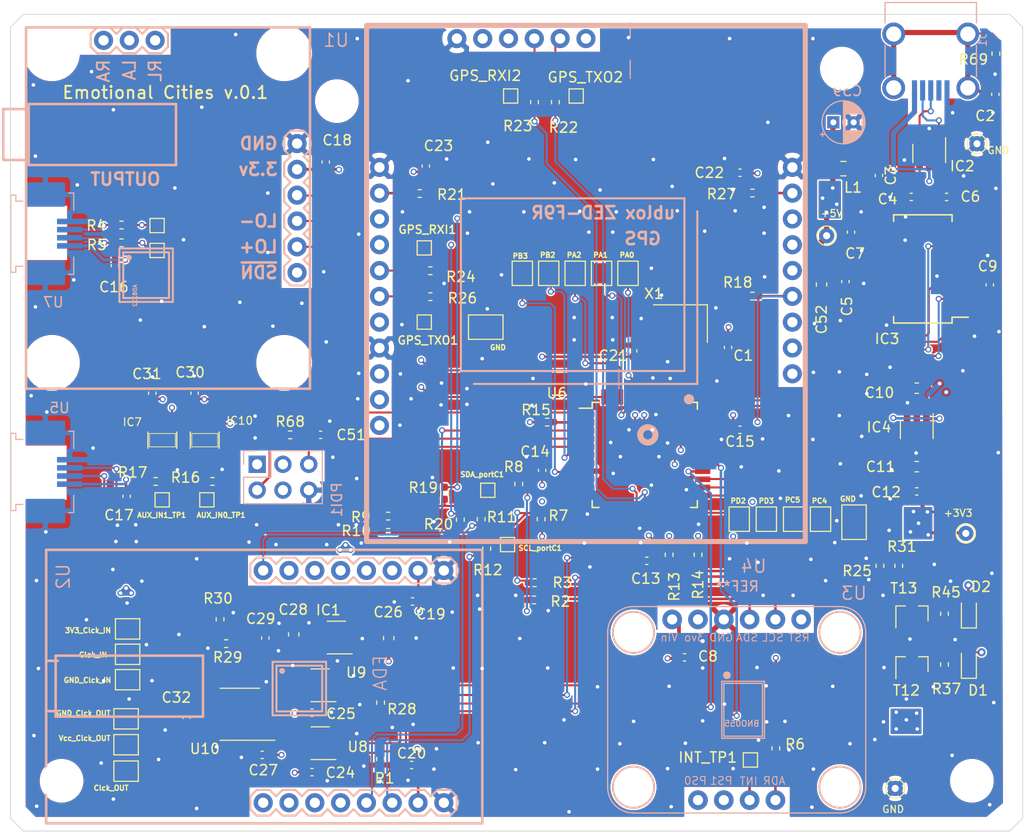
<source format=kicad_pcb>
(kicad_pcb (version 20171130) (host pcbnew "(5.1.10)-1")
  (layers (0 Top mixed) (1 In1.Cu mixed) (2 In2.Cu mixed) (31 Bottom mixed) (34 B.Paste user) (35 F.Paste user) (36 B.SilkS user) (37 F.SilkS user) (38 B.Mask user) (39 F.Mask user) (44 Edge.Cuts user))
  (net 0 "")
  (net 1 GND)
  (net 2 +5V)
  (net 3 +3V3)
  (net 4 "Net-(R37-Pad2)")
  (net 5 "Net-(R45-Pad2)")
  (net 6 /5VUSB)
  (net 7 "Net-(U1-Pad3)")
  (net 8 "Net-(U1-Pad2)")
  (net 9 "Net-(U1-Pad1)")
  (net 10 "Net-(C2-Pad1)")
  (net 11 "Net-(C7-Pad2)")
  (net 12 /USBD_plug+)
  (net 13 /USBD_plug-)
  (net 14 "Net-(J1-Pad4)")
  (net 15 /FTDI_CTS)
  (net 16 /FTDI_RXD)
  (net 17 /FTDI_RTS)
  (net 18 /FTDI_TXD)
  (net 19 "Net-(IC3-Pad28)")
  (net 20 "Net-(IC3-Pad27)")
  (net 21 "Net-(IC3-Pad23)")
  (net 22 "Net-(IC3-Pad22)")
  (net 23 "Net-(IC3-Pad19)")
  (net 24 "Net-(IC3-Pad14)")
  (net 25 "Net-(IC3-Pad13)")
  (net 26 "Net-(IC3-Pad12)")
  (net 27 "Net-(IC3-Pad10)")
  (net 28 "Net-(IC3-Pad9)")
  (net 29 "Net-(IC3-Pad6)")
  (net 30 "Net-(IC3-Pad2)")
  (net 31 /PDI_CLK)
  (net 32 /PDI_DATA)
  (net 33 /AUX_IN1_UC)
  (net 34 /AUX_IN0_UC)
  (net 35 "Net-(R31-Pad2)")
  (net 36 "Net-(R25-Pad2)")
  (net 37 "Net-(PDI1-Pad4)")
  (net 38 "Net-(PDI1-Pad3)")
  (net 39 "Net-(IC4-Pad4)")
  (net 40 "Net-(X1-Pad1)")
  (net 41 /FTDI_USBD+)
  (net 42 /FTDI_USBD-)
  (net 43 "Net-(U1-Pad9)")
  (net 44 "Net-(U2-Pad15)")
  (net 45 "Net-(U2-Pad14)")
  (net 46 "Net-(U2-Pad13)")
  (net 47 "Net-(U2-Pad16)")
  (net 48 "Net-(U2-Pad6)")
  (net 49 "Net-(U2-Pad2)")
  (net 50 "Net-(U3-Pad1)")
  (net 51 "Net-(U3-Pad2)")
  (net 52 "Net-(U3-Pad6)")
  (net 53 "Net-(U3-Pad10)")
  (net 54 "Net-(U4-Pad18)")
  (net 55 "Net-(U4-Pad17)")
  (net 56 "Net-(U4-Pad14)")
  (net 57 "Net-(U4-Pad12)")
  (net 58 "Net-(U4-Pad11)")
  (net 59 "Net-(U4-Pad10)")
  (net 60 "Net-(U4-Pad9)")
  (net 61 "Net-(U4-Pad8)")
  (net 62 "Net-(U4-Pad7)")
  (net 63 "Net-(U4-Pad5)")
  (net 64 /HR_out)
  (net 65 /HR_LO+)
  (net 66 /HR_LO-)
  (net 67 /EDA_out)
  (net 68 "Net-(R6-Pad2)")
  (net 69 /AUX_IN0)
  (net 70 /AUX_IN1)
  (net 71 "Net-(IC7-Pad1)")
  (net 72 "Net-(IC10-Pad1)")
  (net 73 "Net-(R2-Pad1)")
  (net 74 "Net-(R3-Pad2)")
  (net 75 "Net-(R9-Pad2)")
  (net 76 "Net-(R10-Pad1)")
  (net 77 /LED_STATE)
  (net 78 "Net-(U6-Pad36)")
  (net 79 /X1osc)
  (net 80 /LED_AUX)
  (net 81 "Net-(R11-Pad2)")
  (net 82 "Net-(R12-Pad2)")
  (net 83 /I2C_SDA_port_C)
  (net 84 /I2C_SCL_port_C)
  (net 85 /I2C_SDA_port_E)
  (net 86 /I2C_SCL_port_E)
  (net 87 /GPS_RXI)
  (net 88 /GPS_RXI2)
  (net 89 "Net-(INT_TP1-Pad1)")
  (net 90 /GPS_RESET)
  (net 91 "Net-(R19-Pad2)")
  (net 92 "Net-(R20-Pad2)")
  (net 93 "Net-(R21-Pad1)")
  (net 94 /u_GPS_TXO2)
  (net 95 /GPS_TXO2)
  (net 96 /u_GPS_RXI2)
  (net 97 /PC7_TXD1)
  (net 98 /PC6_RXD1)
  (net 99 /GPS_TXO)
  (net 100 "Net-(U4-Pad22)")
  (net 101 "Net-(U4-Pad26)")
  (net 102 "Net-(U4-Pad23)")
  (net 103 "Net-(R27-Pad1)")
  (net 104 "Net-(R4-Pad1)")
  (net 105 "Net-(R5-Pad2)")
  (net 106 "Net-(U2-Pad5)")
  (net 107 "Net-(U2-Pad4)")
  (net 108 "Net-(U2-Pad3)")
  (net 109 external_3V3)
  (net 110 "Net-(C32-Pad2)")
  (net 111 "Net-(C32-Pad1)")
  (net 112 "Net-(IC1-Pad4)")
  (net 113 /CLKIN)
  (net 114 /CLKOUT)
  (net 115 /EN_CLOCK_OUT)
  (net 116 /EN_CLOCK_IN)
  (net 117 "Net-(U10-Pad2)")
  (net 118 /CLOCK_OUT)
  (net 119 "Net-(U10-Pad7)")
  (net 120 "Net-(U10-Pad3)")
  (net 121 "Net-(D1-Pad1)")
  (net 122 "Net-(D2-Pad1)")
  (net 123 "Net-(R15-Pad1)")
  (net 124 "Net-(R29-Pad1)")
  (net 125 /PD3)
  (net 126 /PD2)
  (net 127 /PB2)
  (net 128 /PA1)
  (net 129 /PB3)
  (net 130 /PA2)
  (net 131 /PA0)
  (net 132 /PC5)
  (net 133 /PC4)
  (module MountingHole:MountingHole_4mm (layer Top) (at 180.9 140.25)
    (fp_text reference H2 hide)
    (fp_text value MountingHole)
    (pad 1 np_thru_hole circle (at 0 0) (size 4 4) (drill 4) (layers *.Cu *.Mask))
  )
  (module EmotionalCities_pretty:BNO55_MODULE (layer Bottom) (at 145.05 123.1)
    (fp_text reference U3 (at 24.24 -1.31) (layer B.SilkS) (effects (font (size 1.27 1.27) (thickness 0.1524)) (justify mirror)))
    (fp_text value "Motion_Sensor_Module_BNO055 #1" hide)
    (fp_text user BNO055 (at 14.986 11.176) (layer B.SilkS) (effects (font (size 0.57912 0.57912) (thickness 0.097536)) (justify left top mirror)))
    (fp_text user Vin (at 6.058 3.048) (layer B.SilkS) (effects (font (size 0.77216 0.77216) (thickness 0.097536)) (justify mirror)))
    (fp_text user GND (at 11.171 3.048) (layer B.SilkS) (effects (font (size 0.77216 0.77216) (thickness 0.097536)) (justify mirror)))
    (fp_text user SDA (at 13.711 3.048) (layer B.SilkS) (effects (font (size 0.77216 0.77216) (thickness 0.097536)) (justify mirror)))
    (fp_text user SCL (at 16.251 3.048) (layer B.SilkS) (effects (font (size 0.77216 0.77216) (thickness 0.097536)) (justify mirror)))
    (fp_text user RST (at 18.831 3.048) (layer B.SilkS) (effects (font (size 0.77216 0.77216) (thickness 0.097536)) (justify mirror)))
    (fp_text user 3vo (at 8.531 3.048) (layer B.SilkS) (effects (font (size 0.77216 0.77216) (thickness 0.097536)) (justify mirror)))
    (fp_text user INT (at 13.869 17.193) (layer B.SilkS) (effects (font (size 0.77216 0.77216) (thickness 0.097536)) (justify mirror)))
    (fp_text user PS0 (at 8.631 17.145) (layer B.SilkS) (effects (font (size 0.77216 0.77216) (thickness 0.097536)) (justify mirror)))
    (fp_text user PS1 (at 11.171 17.145) (layer B.SilkS) (effects (font (size 0.77216 0.77216) (thickness 0.097536)) (justify mirror)))
    (fp_text user ADR (at 16.392 17.145) (layer B.SilkS) (effects (font (size 0.77216 0.77216) (thickness 0.097536)) (justify mirror)))
    (pad 1 thru_hole circle (at 8.89 19.05 270) (size 1.9304 1.9304) (drill 1) (layers *.Cu *.Mask) (net 50 "Net-(U3-Pad1)"))
    (pad 2 thru_hole circle (at 11.43 19.05 270) (size 1.9304 1.9304) (drill 1) (layers *.Cu *.Mask) (net 51 "Net-(U3-Pad2)"))
    (pad 3 thru_hole circle (at 13.97 19.05 270) (size 1.9304 1.9304) (drill 1) (layers *.Cu *.Mask) (net 89 "Net-(INT_TP1-Pad1)"))
    (pad 4 thru_hole circle (at 16.51 19.05 270) (size 1.9304 1.9304) (drill 1) (layers *.Cu *.Mask) (net 68 "Net-(R6-Pad2)"))
    (pad 5 thru_hole circle (at 6.35 1.27 270) (size 1.9304 1.9304) (drill 1) (layers *.Cu *.Mask) (net 3 +3V3))
    (pad 6 thru_hole circle (at 8.89 1.27 270) (size 1.9304 1.9304) (drill 1) (layers *.Cu *.Mask) (net 52 "Net-(U3-Pad6)"))
    (pad 7 thru_hole circle (at 11.43 1.27 270) (size 1.9304 1.9304) (drill 1) (layers *.Cu *.Mask) (net 1 GND))
    (pad 8 thru_hole circle (at 13.97 1.27 270) (size 1.9304 1.9304) (drill 1) (layers *.Cu *.Mask) (net 73 "Net-(R2-Pad1)"))
    (pad 9 thru_hole circle (at 16.51 1.27 270) (size 1.9304 1.9304) (drill 1) (layers *.Cu *.Mask) (net 74 "Net-(R3-Pad2)"))
    (pad 10 thru_hole circle (at 19.05 1.27 270) (size 1.9304 1.9304) (drill 1) (layers *.Cu *.Mask) (net 53 "Net-(U3-Pad10)"))
    (pad "" np_thru_hole circle (at 22.86 17.78) (size 2.54 2.54) (drill 2.54) (layers *.Cu *.Mask) (clearance 1))
    (pad "" np_thru_hole circle (at 22.86 2.54) (size 2.54 2.54) (drill 2.54) (layers *.Cu *.Mask) (clearance 1))
    (pad "" np_thru_hole circle (at 2.54 2.54) (size 2.54 2.54) (drill 2.54) (layers *.Cu *.Mask) (clearance 1))
    (pad "" np_thru_hole circle (at 2.54 17.78) (size 2.54 2.54) (drill 2.54) (layers *.Cu *.Mask) (clearance 1))
  )
  (module MountingHole:MountingHole_4mm (layer Top) (at 118.4 73.35)
    (fp_text reference H4 hide)
    (fp_text value MountingHole)
    (pad 1 np_thru_hole circle (at 0 0) (size 4 4) (drill 4) (layers *.Cu *.Mask))
  )
  (module MountingHole:MountingHole_4mm (layer Top) (at 91.3 140.25)
    (fp_text reference H3 hide)
    (fp_text value MountingHole)
    (pad 1 np_thru_hole circle (at 0 0) (size 4 4) (drill 4) (layers *.Cu *.Mask))
  )
  (module MountingHole:MountingHole_4mm (layer Top) (at 168.1 70.15)
    (fp_text reference H1 hide)
    (fp_text value MountingHole)
    (pad 1 np_thru_hole circle (at 0 0) (size 4 4) (drill 4) (layers *.Cu *.Mask))
  )
  (module EmotionalCities_pretty:EDA_MIKROE-2860-BLOCK (layer Bottom) (at 128.9 119.55 270)
    (fp_text reference U2 (at -0.762 36.703 270) (layer B.SilkS) (effects (font (size 1.27 1.27) (thickness 0.1524)) (justify left bottom mirror)))
    (fp_text value EDA/GSR_Module_MIKROE_2860)
    (fp_text user EDA (at 8.255 6.985 90) (layer B.SilkS) (effects (font (size 1.27 1.27) (thickness 0.127)) (justify left top mirror)))
    (pad 10 thru_hole circle (at 22.86 2.515 90) (size 1.8796 1.8796) (drill 1.016) (layers *.Cu *.Mask) (net 2 +5V))
    (pad 9 thru_hole circle (at 22.86 -0.025 90) (size 1.8796 1.8796) (drill 1.016) (layers *.Cu *.Mask) (net 1 GND))
    (pad 11 thru_hole circle (at 22.86 5.055 90) (size 1.8796 1.8796) (drill 1.016) (layers *.Cu *.Mask) (net 82 "Net-(R12-Pad2)"))
    (pad 12 thru_hole circle (at 22.86 7.595 90) (size 1.8796 1.8796) (drill 1.016) (layers *.Cu *.Mask) (net 81 "Net-(R11-Pad2)"))
    (pad 13 thru_hole circle (at 22.86 10.135 90) (size 1.8796 1.8796) (drill 1.016) (layers *.Cu *.Mask) (net 46 "Net-(U2-Pad13)"))
    (pad 16 thru_hole circle (at 22.86 17.755 90) (size 1.8796 1.8796) (drill 1.016) (layers *.Cu *.Mask) (net 47 "Net-(U2-Pad16)"))
    (pad 15 thru_hole circle (at 22.86 15.215 90) (size 1.8796 1.8796) (drill 1.016) (layers *.Cu *.Mask) (net 44 "Net-(U2-Pad15)"))
    (pad 14 thru_hole circle (at 22.86 12.675 90) (size 1.8796 1.8796) (drill 1.016) (layers *.Cu *.Mask) (net 45 "Net-(U2-Pad14)"))
    (pad 8 thru_hole circle (at 0 -0.025 90) (size 1.8796 1.8796) (drill 1.016) (layers *.Cu *.Mask) (net 1 GND))
    (pad 7 thru_hole circle (at 0 2.515 90) (size 1.8796 1.8796) (drill 1.016) (layers *.Cu *.Mask) (net 3 +3V3))
    (pad 6 thru_hole circle (at 0 5.055 90) (size 1.8796 1.8796) (drill 1.016) (layers *.Cu *.Mask) (net 48 "Net-(U2-Pad6)"))
    (pad 5 thru_hole circle (at 0 7.595 90) (size 1.8796 1.8796) (drill 1.016) (layers *.Cu *.Mask) (net 106 "Net-(U2-Pad5)"))
    (pad 4 thru_hole circle (at 0 10.135 90) (size 1.8796 1.8796) (drill 1.016) (layers *.Cu *.Mask) (net 107 "Net-(U2-Pad4)"))
    (pad 3 thru_hole circle (at 0 12.675 90) (size 1.8796 1.8796) (drill 1.016) (layers *.Cu *.Mask) (net 108 "Net-(U2-Pad3)"))
    (pad 2 thru_hole circle (at 0 15.215 90) (size 1.8796 1.8796) (drill 1.016) (layers *.Cu *.Mask) (net 49 "Net-(U2-Pad2)"))
    (pad 1 thru_hole circle (at 0 17.755 90) (size 1.8796 1.8796) (drill 1.016) (layers *.Cu *.Mask) (net 67 /EDA_out))
  )
  (module EmotionalCities_pretty:TestPoint_Pad_1.5x2.0mm (layer Top) (at 97.65 134.15 90)
    (fp_text reference TP6 hide)
    (fp_text value GND_Clck_OUT (at 0.55 -4.2 180) (layer F.SilkS) (effects (font (size 0.5 0.5) (thickness 0.125))))
    (pad 1 smd rect (at 0 0 90) (size 1.5 2) (layers Top F.Mask) (net 111 "Net-(C32-Pad1)"))
  )
  (module EmotionalCities_pretty:TestPoint_Pad_1.5x2.0mm (layer Top) (at 97.65 139.3 90)
    (fp_text reference TP5 hide)
    (fp_text value Clck_OUT (at -1.66 -1.47 180) (layer F.SilkS) (effects (font (size 0.5 0.5) (thickness 0.125))))
    (pad 1 smd rect (at 0 0 90) (size 1.5 2) (layers Top F.Mask) (net 114 /CLKOUT))
  )
  (module EmotionalCities_pretty:TestPoint_Pad_1.5x2.0mm (layer Top) (at 97.65 136.7 90)
    (fp_text reference TP4 hide)
    (fp_text value Vcc_Clck_OUT (at 0.64 -4.08 180) (layer F.SilkS) (effects (font (size 0.5 0.5) (thickness 0.125))))
    (pad 1 smd rect (at 0 0 90) (size 1.5 2) (layers Top F.Mask) (net 110 "Net-(C32-Pad2)"))
  )
  (module EmotionalCities_pretty:TestPoint_Pad_1.5x2.0mm (layer Top) (at 97.8 130.3 90)
    (fp_text reference TP3 hide)
    (fp_text value GND_Clck_IN (at -0.05 -3.95 180) (layer F.SilkS) (effects (font (size 0.5 0.5) (thickness 0.125))))
    (pad 1 smd rect (at 0 0 90) (size 1.5 2) (layers Top F.Mask) (net 1 GND))
  )
  (module EmotionalCities_pretty:TestPoint_Pad_1.5x2.0mm (layer Top) (at 97.8 127.8 90)
    (fp_text reference TP2 hide)
    (fp_text value Clck_IN (at -0.05 -3.4 180) (layer F.SilkS) (effects (font (size 0.5 0.5) (thickness 0.125))))
    (pad 1 smd rect (at 0 0 90) (size 1.5 2) (layers Top F.Mask) (net 113 /CLKIN))
  )
  (module EmotionalCities_pretty:TestPoint_Pad_1.5x2.0mm (layer Top) (at 97.8 125.3 90)
    (fp_text reference TP1 hide)
    (fp_text value 3V3_Clck_IN (at -0.15 -3.9 180) (layer F.SilkS) (effects (font (size 0.5 0.5) (thickness 0.125))))
    (pad 1 smd rect (at 0 0 90) (size 1.5 2) (layers Top F.Mask) (net 124 "Net-(R29-Pad1)"))
  )
  (module EmotionalCities_pretty:TestPoint_Pad_1.5x2.0mm (layer Top) (at 136.65 90.3 180)
    (fp_text reference TP15 hide)
    (fp_text value PB3 (at 0.2 1.7) (layer F.SilkS) (effects (font (size 0.5 0.5) (thickness 0.125))))
    (pad 1 smd rect (at 0 0 180) (size 1.5 2) (layers Top F.Mask) (net 129 /PB3))
  )
  (module EmotionalCities_pretty:TestPoint_Pad_1.5x2.0mm (layer Top) (at 139.25 90.3)
    (fp_text reference TP14 hide)
    (fp_text value PB2 (at -0.1 -1.8) (layer F.SilkS) (effects (font (size 0.5 0.5) (thickness 0.125))))
    (pad 1 smd rect (at 0 0) (size 1.5 2) (layers Top F.Mask) (net 127 /PB2))
  )
  (module EmotionalCities_pretty:TestPoint_Pad_1.5x2.0mm (layer Top) (at 141.85 90.3)
    (fp_text reference TP13 hide)
    (fp_text value PA2 (at -0.1 -1.8) (layer F.SilkS) (effects (font (size 0.5 0.5) (thickness 0.125))))
    (pad 1 smd rect (at 0 0) (size 1.5 2) (layers Top F.Mask) (net 130 /PA2))
  )
  (module EmotionalCities_pretty:TestPoint_Pad_1.5x2.0mm (layer Top) (at 144.45 90.3)
    (fp_text reference TP12 hide)
    (fp_text value PA1 (at -0.1 -1.8) (layer F.SilkS) (effects (font (size 0.5 0.5) (thickness 0.125))))
    (pad 1 smd rect (at 0 0) (size 1.5 2) (layers Top F.Mask) (net 128 /PA1))
  )
  (module EmotionalCities_pretty:TestPoint_Pad_1.5x2.0mm (layer Top) (at 147.05 90.3)
    (fp_text reference TP11 hide)
    (fp_text value PA0 (at -0.1 -1.8) (layer F.SilkS) (effects (font (size 0.5 0.5) (thickness 0.125))))
    (pad 1 smd rect (at 0 0) (size 1.5 2) (layers Top F.Mask) (net 131 /PA0))
  )
  (module EmotionalCities_pretty:TestPoint_Pad_1.5x2.0mm (layer Top) (at 163.35 114.5 180)
    (fp_text reference TP10 hide)
    (fp_text value PC5 (at 0.1 1.9) (layer F.SilkS) (effects (font (size 0.5 0.5) (thickness 0.125))))
    (pad 1 smd rect (at 0 0 180) (size 1.5 2) (layers Top F.Mask) (net 132 /PC5))
  )
  (module EmotionalCities_pretty:TestPoint_Pad_1.5x2.0mm (layer Top) (at 166 114.5 180)
    (fp_text reference TP9 hide)
    (fp_text value PC4 (at 0.1 1.8) (layer F.SilkS) (effects (font (size 0.5 0.5) (thickness 0.125))))
    (pad 1 smd rect (at 0 0 180) (size 1.5 2) (layers Top F.Mask) (net 133 /PC4))
  )
  (module EmotionalCities_pretty:TestPoint_Pad_1.5x2.0mm (layer Top) (at 160.666666 114.5)
    (fp_text reference TP8 hide)
    (fp_text value PD3 (at 0 -1.8) (layer F.SilkS) (effects (font (size 0.5 0.5) (thickness 0.125))))
    (pad 1 smd rect (at 0 0) (size 1.5 2) (layers Top F.Mask) (net 125 /PD3))
  )
  (module EmotionalCities_pretty:TestPoint_Pad_1.5x2.0mm (layer Top) (at 158 114.5)
    (fp_text reference TP7 hide)
    (fp_text value PD2 (at -0.1 -1.8) (layer F.SilkS) (effects (font (size 0.5 0.5) (thickness 0.125))))
    (pad 1 smd rect (at 0 0) (size 1.5 2) (layers Top F.Mask) (net 126 /PD2))
  )
  (module EmotionalCities_pretty:TestPoint_Pad_2.0x3.0mm (layer Top) (at 169.3 115)
    (fp_text reference TP17 hide)
    (fp_text value GND (at -0.6 -2.5) (layer F.SilkS) (effects (font (size 0.5 0.5) (thickness 0.125))))
    (pad 1 smd rect (at 0 -0.2) (size 2 3) (layers Top F.Mask) (net 1 GND))
  )
  (module EmotionalCities_pretty:TestPoint_Pad_2.0x3.0mm (layer Top) (at 133.25 95.6 90)
    (fp_text reference TP16 hide)
    (fp_text value GND (at -2 1 180) (layer F.SilkS) (effects (font (size 0.5 0.5) (thickness 0.125))))
    (pad 1 smd rect (at 0 -0.2 90) (size 2 3) (layers Top F.Mask) (net 1 GND))
  )
  (module EmotionalCities_pretty:HEART_RATE_AD8632_PAD (layer Bottom) (at 115.75 66.1 270)
    (fp_text reference U1 (at 2 -1.2 180) (layer B.SilkS) (effects (font (size 1.27 1.27) (thickness 0.1524)) (justify right bottom mirror)))
    (fp_text value HR_Module_AD8232)
    (fp_text user GND (at 11.43 3.048) (layer B.SilkS) (effects (font (size 1.2065 1.2065) (thickness 0.254)) (justify left mirror)))
    (fp_text user 3.3v (at 13.97 3.048) (layer B.SilkS) (effects (font (size 1.2065 1.2065) (thickness 0.254)) (justify left mirror)))
    (fp_text user ~SDN (at 24.13 3.048) (layer B.SilkS) (effects (font (size 1.2065 1.2065) (thickness 0.254)) (justify left mirror)))
    (fp_text user LO- (at 19.05 3.048) (layer B.SilkS) (effects (font (size 1.2065 1.2065) (thickness 0.254)) (justify left mirror)))
    (fp_text user LO+ (at 21.59 3.048) (layer B.SilkS) (effects (font (size 1.2065 1.2065) (thickness 0.254)) (justify left mirror)))
    (fp_text user OUTPUT (at 14.94 14.58) (layer B.SilkS) (effects (font (size 1.2065 1.2065) (thickness 0.254)) (justify left mirror)))
    (fp_text user AD8232 (at 25.25 17.45 90) (layer B.SilkS) (effects (font (size 0.38608 0.38608) (thickness 0.08128)) (justify left top mirror)))
    (fp_text user LA (at 3.048 17.78 90) (layer B.SilkS) (effects (font (size 1.2065 1.2065) (thickness 0.1905)) (justify left mirror)))
    (fp_text user RA (at 3.048 20.32 90) (layer B.SilkS) (effects (font (size 1.2065 1.2065) (thickness 0.1905)) (justify left mirror)))
    (fp_text user RL (at 3.048 15.24 90) (layer B.SilkS) (effects (font (size 1.2065 1.2065) (thickness 0.1905)) (justify left mirror)))
    (pad "" np_thru_hole circle (at 2.54 2.54 270) (size 3.302 3.302) (drill 3.302) (layers *.Cu *.Mask) (clearance 1.1))
    (pad "" np_thru_hole circle (at 33.02 2.54 270) (size 3.302 3.302) (drill 3.302) (layers *.Cu *.Mask) (clearance 1.1))
    (pad "" np_thru_hole circle (at 2.54 25.4 270) (size 3.302 3.302) (drill 3.302) (layers *.Cu *.Mask) (clearance 1.1))
    (pad "" np_thru_hole circle (at 33.02 25.4 270) (size 3.302 3.302) (drill 3.302) (layers *.Cu *.Mask) (clearance 1.1))
    (pad 3 thru_hole circle (at 1.27 15.24 90) (size 1.8796 1.8796) (drill 1.016) (layers *.Cu *.Mask) (net 7 "Net-(U1-Pad3)"))
    (pad 2 thru_hole circle (at 1.27 17.78 90) (size 1.8796 1.8796) (drill 1.016) (layers *.Cu *.Mask) (net 8 "Net-(U1-Pad2)"))
    (pad 1 thru_hole circle (at 1.27 20.32 90) (size 1.8796 1.8796) (drill 1.016) (layers *.Cu *.Mask) (net 9 "Net-(U1-Pad1)"))
    (pad 4 thru_hole circle (at 11.43 1.27 180) (size 1.8796 1.8796) (drill 1.016) (layers *.Cu *.Mask) (net 1 GND))
    (pad 5 thru_hole circle (at 13.97 1.27 180) (size 1.8796 1.8796) (drill 1.016) (layers *.Cu *.Mask) (net 3 +3V3))
    (pad 6 thru_hole circle (at 16.51 1.27 180) (size 1.8796 1.8796) (drill 1.016) (layers *.Cu *.Mask) (net 64 /HR_out))
    (pad 7 thru_hole circle (at 19.05 1.27 180) (size 1.8796 1.8796) (drill 1.016) (layers *.Cu *.Mask) (net 66 /HR_LO-))
    (pad 8 thru_hole circle (at 21.59 1.27 180) (size 1.8796 1.8796) (drill 1.016) (layers *.Cu *.Mask) (net 65 /HR_LO+))
    (pad 9 thru_hole circle (at 24.13 1.27 180) (size 1.8796 1.8796) (drill 1.016) (layers *.Cu *.Mask) (net 43 "Net-(U1-Pad9)"))
  )
  (module LED_SMD:LED_0603_1608Metric_Pad1.05x0.95mm_HandSolder (layer Top) (at 180.6 123.55 90)
    (fp_text reference D2 (at 2.4 1.2 180) (layer F.SilkS))
    (fp_text value LED)
    (pad 2 smd roundrect (at 0.875 0 90) (size 1.05 0.95) (layers Top F.Paste F.Mask) (net 3 +3V3))
    (pad 1 smd roundrect (at -0.875 0 90) (size 1.05 0.95) (layers Top F.Paste F.Mask) (net 122 "Net-(D2-Pad1)"))
  )
  (module LED_SMD:LED_0603_1608Metric_Pad1.05x0.95mm_HandSolder (layer Top) (at 180.6 128.5 90)
    (fp_text reference D1 (at -2.85 0.9 180) (layer F.SilkS))
    (fp_text value LED)
    (pad 2 smd roundrect (at 0.875 0 90) (size 1.05 0.95) (layers Top F.Paste F.Mask) (net 3 +3V3))
    (pad 1 smd roundrect (at -0.875 0 90) (size 1.05 0.95) (layers Top F.Paste F.Mask) (net 121 "Net-(D1-Pad1)"))
  )
  (module TestPoint:TestPoint_Pad_1.0x1.0mm (layer Top) (at 101.2 112.6 180)
    (fp_text reference AUX_IN1_TP1 (at 0.05 -1.5) (layer F.SilkS) (effects (font (size 0.5 0.5) (thickness 0.125))))
    (fp_text value " ")
    (pad 1 smd rect (at 0 0 180) (size 1 1) (layers Top F.Mask) (net 70 /AUX_IN1))
  )
  (module TestPoint:TestPoint_Pad_1.0x1.0mm (layer Top) (at 105.6 112.6 180)
    (fp_text reference AUX_IN0_TP1 (at -1.4 -1.5) (layer F.SilkS) (effects (font (size 0.5 0.5) (thickness 0.125))))
    (fp_text value " ")
    (pad 1 smd rect (at 0 0 180) (size 1 1) (layers Top F.Mask) (net 69 /AUX_IN0))
  )
  (module Package_SO:SOIC-8_3.9x4.9mm_P1.27mm (layer Top) (at 108.85 133.7 180)
    (fp_text reference U10 (at 3.45 -3.4) (layer F.SilkS))
    (fp_text value Si8610BC-B-IS)
    (pad 8 smd roundrect (at 2.475 -1.905 180) (size 1.95 0.6) (layers Top F.Paste F.Mask) (net 110 "Net-(C32-Pad2)"))
    (pad 7 smd roundrect (at 2.475 -0.635 180) (size 1.95 0.6) (layers Top F.Paste F.Mask) (net 119 "Net-(U10-Pad7)"))
    (pad 6 smd roundrect (at 2.475 0.635 180) (size 1.95 0.6) (layers Top F.Paste F.Mask) (net 114 /CLKOUT))
    (pad 5 smd roundrect (at 2.475 1.905 180) (size 1.95 0.6) (layers Top F.Paste F.Mask) (net 111 "Net-(C32-Pad1)"))
    (pad 4 smd roundrect (at -2.475 1.905 180) (size 1.95 0.6) (layers Top F.Paste F.Mask) (net 1 GND))
    (pad 3 smd roundrect (at -2.475 0.635 180) (size 1.95 0.6) (layers Top F.Paste F.Mask) (net 120 "Net-(U10-Pad3)"))
    (pad 2 smd roundrect (at -2.475 -0.635 180) (size 1.95 0.6) (layers Top F.Paste F.Mask) (net 117 "Net-(U10-Pad2)"))
    (pad 1 smd roundrect (at -2.475 -1.905 180) (size 1.95 0.6) (layers Top F.Paste F.Mask) (net 3 +3V3))
  )
  (module Package_TO_SOT_SMD:SOT-23-5_HandSoldering (layer Top) (at 116.75 130.85 180)
    (fp_text reference U9 (at -3.55 1.25) (layer F.SilkS))
    (fp_text value 74LVC1G125)
    (pad 5 smd rect (at 1.35 -0.95 180) (size 1.56 0.65) (layers Top F.Paste F.Mask) (net 3 +3V3))
    (pad 4 smd rect (at 1.35 0.95 180) (size 1.56 0.65) (layers Top F.Paste F.Mask) (net 117 "Net-(U10-Pad2)"))
    (pad 3 smd rect (at -1.35 0.95 180) (size 1.56 0.65) (layers Top F.Paste F.Mask) (net 1 GND))
    (pad 2 smd rect (at -1.35 0 180) (size 1.56 0.65) (layers Top F.Paste F.Mask) (net 113 /CLKIN))
    (pad 1 smd rect (at -1.35 -0.95 180) (size 1.56 0.65) (layers Top F.Paste F.Mask) (net 116 /EN_CLOCK_IN))
  )
  (module Package_TO_SOT_SMD:SOT-23-5_HandSoldering (layer Top) (at 116.75 136.55 180)
    (fp_text reference U8 (at -3.7 -0.35) (layer F.SilkS))
    (fp_text value 74LVC1G125)
    (pad 5 smd rect (at 1.35 -0.95 180) (size 1.56 0.65) (layers Top F.Paste F.Mask) (net 3 +3V3))
    (pad 4 smd rect (at 1.35 0.95 180) (size 1.56 0.65) (layers Top F.Paste F.Mask) (net 117 "Net-(U10-Pad2)"))
    (pad 3 smd rect (at -1.35 0.95 180) (size 1.56 0.65) (layers Top F.Paste F.Mask) (net 1 GND))
    (pad 2 smd rect (at -1.35 0 180) (size 1.56 0.65) (layers Top F.Paste F.Mask) (net 118 /CLOCK_OUT))
    (pad 1 smd rect (at -1.35 -0.95 180) (size 1.56 0.65) (layers Top F.Paste F.Mask) (net 115 /EN_CLOCK_OUT))
  )
  (module Resistor_SMD:R_0402_1005Metric_Pad0.72x0.64mm_HandSolder (layer Top) (at 106.9 124.35 270)
    (fp_text reference R30 (at -2.05 0.2 180) (layer F.SilkS))
    (fp_text value 10k)
    (pad 2 smd roundrect (at 0.5975 0 270) (size 0.715 0.64) (layers Top F.Paste F.Mask) (net 124 "Net-(R29-Pad1)"))
    (pad 1 smd roundrect (at -0.5975 0 270) (size 0.715 0.64) (layers Top F.Paste F.Mask) (net 1 GND))
  )
  (module Resistor_SMD:R_0402_1005Metric_Pad0.72x0.64mm_HandSolder (layer Top) (at 107.5 126.75)
    (fp_text reference R29 (at 0.15 1.35) (layer F.SilkS))
    (fp_text value 10R)
    (pad 2 smd roundrect (at 0.5975 0) (size 0.715 0.64) (layers Top F.Paste F.Mask) (net 109 external_3V3))
    (pad 1 smd roundrect (at -0.5975 0) (size 0.715 0.64) (layers Top F.Paste F.Mask) (net 124 "Net-(R29-Pad1)"))
  )
  (module Resistor_SMD:R_0402_1005Metric_Pad0.72x0.64mm_HandSolder (layer Top) (at 122.7 132.55 90)
    (fp_text reference R28 (at -0.65 2.1 180) (layer F.SilkS))
    (fp_text value 10k)
    (pad 2 smd roundrect (at 0.5975 0 90) (size 0.715 0.64) (layers Top F.Paste F.Mask) (net 116 /EN_CLOCK_IN))
    (pad 1 smd roundrect (at -0.5975 0 90) (size 0.715 0.64) (layers Top F.Paste F.Mask) (net 1 GND))
  )
  (module Resistor_SMD:R_0402_1005Metric_Pad0.72x0.64mm_HandSolder (layer Top) (at 122.7 138.1 90)
    (fp_text reference R1 (at -1.9 0.4 180) (layer F.SilkS))
    (fp_text value 10k)
    (pad 2 smd roundrect (at 0.5975 0 90) (size 0.715 0.64) (layers Top F.Paste F.Mask) (net 115 /EN_CLOCK_OUT))
    (pad 1 smd roundrect (at -0.5975 0 90) (size 0.715 0.64) (layers Top F.Paste F.Mask) (net 1 GND))
  )
  (module Package_TO_SOT_SMD:SOT-23-5 (layer Top) (at 118.35 126.15 180)
    (fp_text reference IC1 (at 0.8 2.7) (layer F.SilkS))
    (fp_text value TLV70033)
    (pad 5 smd rect (at 1.1 -0.95 180) (size 1.06 0.65) (layers Top F.Paste F.Mask) (net 109 external_3V3))
    (pad 4 smd rect (at 1.1 0.95 180) (size 1.06 0.65) (layers Top F.Paste F.Mask) (net 112 "Net-(IC1-Pad4)"))
    (pad 3 smd rect (at -1.1 0.95 180) (size 1.06 0.65) (layers Top F.Paste F.Mask) (net 2 +5V))
    (pad 2 smd rect (at -1.1 0 180) (size 1.06 0.65) (layers Top F.Paste F.Mask) (net 1 GND))
    (pad 1 smd rect (at -1.1 -0.95 180) (size 1.06 0.65) (layers Top F.Paste F.Mask) (net 2 +5V))
  )
  (module Capacitor_SMD:C_0402_1005Metric_Pad0.74x0.62mm_HandSolder (layer Top) (at 103.6 134 270)
    (fp_text reference C32 (at -1.95 1 180) (layer F.SilkS))
    (fp_text value 100nF)
    (pad 2 smd roundrect (at 0.5675 0 270) (size 0.735 0.62) (layers Top F.Paste F.Mask) (net 110 "Net-(C32-Pad2)"))
    (pad 1 smd roundrect (at -0.5675 0 270) (size 0.735 0.62) (layers Top F.Paste F.Mask) (net 111 "Net-(C32-Pad1)"))
  )
  (module Capacitor_SMD:C_0402_1005Metric_Pad0.74x0.62mm_HandSolder (layer Top) (at 111.35 126.2 270)
    (fp_text reference C29 (at -1.9 0.45 180) (layer F.SilkS))
    (fp_text value 100nF)
    (pad 2 smd roundrect (at 0.5675 0 270) (size 0.735 0.62) (layers Top F.Paste F.Mask) (net 109 external_3V3))
    (pad 1 smd roundrect (at -0.5675 0 270) (size 0.735 0.62) (layers Top F.Paste F.Mask) (net 1 GND))
  )
  (module Capacitor_SMD:C_0603_1608Metric_Pad1.05x0.95mm_HandSolder (layer Top) (at 114.15 125.85 90)
    (fp_text reference C28 (at 2.45 -0.05 180) (layer F.SilkS))
    (fp_text value 4.7uF)
    (pad 2 smd roundrect (at 0.875 0 90) (size 1.05 0.95) (layers Top F.Paste F.Mask) (net 1 GND))
    (pad 1 smd roundrect (at -0.875 0 90) (size 1.05 0.95) (layers Top F.Paste F.Mask) (net 109 external_3V3))
  )
  (module Capacitor_SMD:C_0402_1005Metric_Pad0.74x0.62mm_HandSolder (layer Top) (at 111.05 137.7)
    (fp_text reference C27 (at 0.1 1.5) (layer F.SilkS))
    (fp_text value 100nF)
    (pad 2 smd roundrect (at 0.5675 0) (size 0.735 0.62) (layers Top F.Paste F.Mask) (net 3 +3V3))
    (pad 1 smd roundrect (at -0.5675 0) (size 0.735 0.62) (layers Top F.Paste F.Mask) (net 1 GND))
  )
  (module Capacitor_SMD:C_0603_1608Metric_Pad1.05x0.95mm_HandSolder (layer Top) (at 123.5 126.2 90)
    (fp_text reference C26 (at 2.55 -0.05 180) (layer F.SilkS))
    (fp_text value 4.7uF)
    (pad 2 smd roundrect (at 0.875 0 90) (size 1.05 0.95) (layers Top F.Paste F.Mask) (net 1 GND))
    (pad 1 smd roundrect (at -0.875 0 90) (size 1.05 0.95) (layers Top F.Paste F.Mask) (net 2 +5V))
  )
  (module Capacitor_SMD:C_0402_1005Metric_Pad0.74x0.62mm_HandSolder (layer Top) (at 115.95 133.55 180)
    (fp_text reference C25 (at -2.85 -0.1) (layer F.SilkS))
    (fp_text value 100nF)
    (pad 2 smd roundrect (at 0.5675 0 180) (size 0.735 0.62) (layers Top F.Paste F.Mask) (net 3 +3V3))
    (pad 1 smd roundrect (at -0.5675 0 180) (size 0.735 0.62) (layers Top F.Paste F.Mask) (net 1 GND))
  )
  (module Capacitor_SMD:C_0402_1005Metric_Pad0.74x0.62mm_HandSolder (layer Top) (at 115.95 139.4 180)
    (fp_text reference C24 (at -2.8 -0.05) (layer F.SilkS))
    (fp_text value 100nF)
    (pad 2 smd roundrect (at 0.5675 0 180) (size 0.735 0.62) (layers Top F.Paste F.Mask) (net 3 +3V3))
    (pad 1 smd roundrect (at -0.5675 0 180) (size 0.735 0.62) (layers Top F.Paste F.Mask) (net 1 GND))
  )
  (module EmotionalCities_pretty:ZED-F9R_footprint (layer Bottom) (at 164.5 116.7 180)
    (fp_text reference U4 (at 5.08 -3.175) (layer B.SilkS) (effects (font (size 1.27 1.27) (thickness 0.1524)) (justify bottom mirror)))
    (fp_text value GPS_UBLOX_ZED_F9R)
    (fp_text user GPS (at 14.05 29.1) (layer B.SilkS) (effects (font (size 1.2065 1.2065) (thickness 0.254)) (justify left bottom mirror)))
    (fp_text user "ublox ZED-F9R" (at 12.65 31.65) (layer B.SilkS) (effects (font (size 1.2065 1.2065) (thickness 0.254)) (justify left bottom mirror)))
    (fp_text user REF** (at 6.7056 -4.4196 180) (layer B.SilkS) (effects (justify mirror)))
    (pad 22 thru_hole circle (at 31.75 49.5046 90) (size 1.8796 1.8796) (drill 1.016) (layers *.Cu *.Mask) (net 100 "Net-(U4-Pad22)"))
    (pad 26 thru_hole circle (at 21.59 49.5046 90) (size 1.8796 1.8796) (drill 1.016) (layers *.Cu *.Mask) (net 101 "Net-(U4-Pad26)"))
    (pad 23 thru_hole circle (at 29.21 49.5046 90) (size 1.8796 1.8796) (drill 1.016) (layers *.Cu *.Mask) (net 102 "Net-(U4-Pad23)"))
    (pad 21 thru_hole circle (at 34.29 49.5046 90) (size 1.8796 1.8796) (drill 1.016) (layers *.Cu *.Mask) (net 1 GND))
    (pad 25 thru_hole circle (at 24.13 49.5046 90) (size 1.8796 1.8796) (drill 1.016) (layers *.Cu *.Mask) (net 95 /GPS_TXO2))
    (pad 24 thru_hole circle (at 26.67 49.5046 90) (size 1.8796 1.8796) (drill 1.016) (layers *.Cu *.Mask) (net 88 /GPS_RXI2))
    (pad 20 thru_hole circle (at 41.91 36.83) (size 1.8796 1.8796) (drill 1.016) (layers *.Cu *.Mask) (net 1 GND))
    (pad 19 thru_hole circle (at 41.91 34.29) (size 1.8796 1.8796) (drill 1.016) (layers *.Cu *.Mask) (net 93 "Net-(R21-Pad1)"))
    (pad 18 thru_hole circle (at 41.91 31.75) (size 1.8796 1.8796) (drill 1.016) (layers *.Cu *.Mask) (net 54 "Net-(U4-Pad18)"))
    (pad 17 thru_hole circle (at 41.91 29.21) (size 1.8796 1.8796) (drill 1.016) (layers *.Cu *.Mask) (net 55 "Net-(U4-Pad17)"))
    (pad 16 thru_hole circle (at 41.91 26.67) (size 1.8796 1.8796) (drill 1.016) (layers *.Cu *.Mask) (net 87 /GPS_RXI))
    (pad 15 thru_hole circle (at 41.91 24.13) (size 1.8796 1.8796) (drill 1.016) (layers *.Cu *.Mask) (net 99 /GPS_TXO))
    (pad 14 thru_hole circle (at 41.91 21.59) (size 1.8796 1.8796) (drill 1.016) (layers *.Cu *.Mask) (net 56 "Net-(U4-Pad14)"))
    (pad 13 thru_hole circle (at 41.91 19.05) (size 1.8796 1.8796) (drill 1.016) (layers *.Cu *.Mask) (net 1 GND))
    (pad 12 thru_hole circle (at 41.91 16.51) (size 1.8796 1.8796) (drill 1.016) (layers *.Cu *.Mask) (net 57 "Net-(U4-Pad12)"))
    (pad 11 thru_hole circle (at 41.91 13.97) (size 1.8796 1.8796) (drill 1.016) (layers *.Cu *.Mask) (net 58 "Net-(U4-Pad11)"))
    (pad 10 thru_hole circle (at 41.91 11.43) (size 1.8796 1.8796) (drill 1.016) (layers *.Cu *.Mask) (net 59 "Net-(U4-Pad10)"))
    (pad 9 thru_hole circle (at 1.27 16.51 180) (size 1.8796 1.8796) (drill 1.016) (layers *.Cu *.Mask) (net 60 "Net-(U4-Pad9)"))
    (pad 8 thru_hole circle (at 1.27 19.05 180) (size 1.8796 1.8796) (drill 1.016) (layers *.Cu *.Mask) (net 61 "Net-(U4-Pad8)"))
    (pad 7 thru_hole circle (at 1.27 21.59 180) (size 1.8796 1.8796) (drill 1.016) (layers *.Cu *.Mask) (net 62 "Net-(U4-Pad7)"))
    (pad 6 thru_hole circle (at 1.27 24.13 180) (size 1.8796 1.8796) (drill 1.016) (layers *.Cu *.Mask) (net 123 "Net-(R15-Pad1)"))
    (pad 5 thru_hole circle (at 1.27 26.67 180) (size 1.8796 1.8796) (drill 1.016) (layers *.Cu *.Mask) (net 63 "Net-(U4-Pad5)"))
    (pad 4 thru_hole circle (at 1.27 29.21 180) (size 1.8796 1.8796) (drill 1.016) (layers *.Cu *.Mask) (net 92 "Net-(R20-Pad2)"))
    (pad 3 thru_hole circle (at 1.27 31.75 180) (size 1.8796 1.8796) (drill 1.016) (layers *.Cu *.Mask) (net 91 "Net-(R19-Pad2)"))
    (pad 2 thru_hole circle (at 1.27 34.29 180) (size 1.8796 1.8796) (drill 1.016) (layers *.Cu *.Mask) (net 103 "Net-(R27-Pad1)"))
    (pad 1 thru_hole circle (at 1.27 36.83 180) (size 1.8796 1.8796) (drill 1.016) (layers *.Cu *.Mask) (net 1 GND))
  )
  (module EmotionalCities_pretty:MQ172_4pin (layer Bottom) (at 92.1 109.85 90)
    (fp_text reference U5 (at 6.3 -1) (layer B.SilkS) (effects (justify mirror)))
    (fp_text value Oximeter_HRSensor_MAX30101_conn)
    (pad 5 smd roundrect (at -3.85 -2.4 90) (size 2.4 3.9) (layers Bottom B.Paste B.Mask) (roundrect_rratio 0.04) (net 1 GND))
    (pad 5 smd roundrect (at 3.85 -2.4 90) (size 2.4 3.9) (layers Bottom B.Paste B.Mask) (roundrect_rratio 0.04) (net 1 GND))
    (pad "" np_thru_hole circle (at 1.5 -3.2 90) (size 1 1) (drill 1) (layers *.Cu *.Mask))
    (pad "" np_thru_hole circle (at -1.5 -3.2 90) (size 1 1) (drill 1) (layers *.Cu *.Mask))
    (pad 4 smd rect (at 1.2 0 90) (size 0.55 2.5) (layers Bottom B.Paste B.Mask) (net 1 GND))
    (pad 3 smd rect (at 0.4 0 90) (size 0.55 2.5) (layers Bottom B.Paste B.Mask) (net 75 "Net-(R9-Pad2)"))
    (pad 2 smd rect (at -0.4 0 90) (size 0.55 2.5) (layers Bottom B.Paste B.Mask) (net 76 "Net-(R10-Pad1)"))
    (pad 1 smd rect (at -1.2 0 90) (size 0.55 2.5) (layers Bottom B.Paste B.Mask) (net 3 +3V3))
  )
  (module EmotionalCities_pretty:MQ172_4pin (layer Bottom) (at 92.1 86.4 90)
    (fp_text reference U7 (at -6.75 -1.6) (layer B.SilkS) (effects (justify mirror)))
    (fp_text value "Motion_Sensor_Module_BNO055 #2_conn")
    (pad 5 smd roundrect (at -3.85 -2.4 90) (size 2.4 3.9) (layers Bottom B.Paste B.Mask) (roundrect_rratio 0.04) (net 1 GND))
    (pad 5 smd roundrect (at 3.85 -2.4 90) (size 2.4 3.9) (layers Bottom B.Paste B.Mask) (roundrect_rratio 0.04) (net 1 GND))
    (pad "" np_thru_hole circle (at 1.5 -3.2 90) (size 1 1) (drill 1) (layers *.Cu *.Mask))
    (pad "" np_thru_hole circle (at -1.5 -3.2 90) (size 1 1) (drill 1) (layers *.Cu *.Mask))
    (pad 4 smd rect (at 1.2 0 90) (size 0.55 2.5) (layers Bottom B.Paste B.Mask) (net 1 GND))
    (pad 3 smd rect (at 0.4 0 90) (size 0.55 2.5) (layers Bottom B.Paste B.Mask) (net 104 "Net-(R4-Pad1)"))
    (pad 2 smd rect (at -0.4 0 90) (size 0.55 2.5) (layers Bottom B.Paste B.Mask) (net 105 "Net-(R5-Pad2)"))
    (pad 1 smd rect (at -1.2 0 90) (size 0.55 2.5) (layers Bottom B.Paste B.Mask) (net 3 +3V3))
  )
  (module Resistor_SMD:R_0402_1005Metric_Pad0.72x0.64mm_HandSolder (layer Top) (at 159.3 82.4 180)
    (fp_text reference R27 (at 3.05 -0.1) (layer F.SilkS))
    (fp_text value DNI)
    (pad 2 smd roundrect (at 0.5975 0 180) (size 0.715 0.64) (layers Top F.Paste F.Mask) (net 3 +3V3))
    (pad 1 smd roundrect (at -0.5975 0 180) (size 0.715 0.64) (layers Top F.Paste F.Mask) (net 103 "Net-(R27-Pad1)"))
  )
  (module Capacitor_SMD:C_0402_1005Metric_Pad0.74x0.62mm_HandSolder (layer Top) (at 127.15 79.75 270)
    (fp_text reference C23 (at -2 -1.25 180) (layer F.SilkS))
    (fp_text value 10nF)
    (pad 2 smd roundrect (at 0.5675 0 270) (size 0.735 0.62) (layers Top F.Paste F.Mask) (net 2 +5V))
    (pad 1 smd roundrect (at -0.5675 0 270) (size 0.735 0.62) (layers Top F.Paste F.Mask) (net 1 GND))
  )
  (module TestPoint:TestPoint_Pad_1.0x1.0mm (layer Top) (at 141.95 72.85)
    (fp_text reference GPS_TXO2 (at 0.9 -1.85) (layer F.SilkS))
    (fp_text value " ")
    (pad 1 smd rect (at 0 0) (size 1 1) (layers Top F.Mask) (net 95 /GPS_TXO2))
  )
  (module TestPoint:TestPoint_Pad_1.0x1.0mm (layer Top) (at 127 95.1 180)
    (fp_text reference GPS_TXO1 (at -0.35 -1.8) (layer F.SilkS) (effects (font (size 0.8 0.8))))
    (fp_text value " ")
    (pad 1 smd rect (at 0 0 180) (size 1 1) (layers Top F.Mask) (net 99 /GPS_TXO))
  )
  (module TestPoint:TestPoint_Pad_1.0x1.0mm (layer Top) (at 100.7 88.05 90)
    (fp_text reference SDA_portE1 hide)
    (fp_text value " ")
    (pad 1 smd rect (at 0 0 90) (size 1 1) (layers Top F.Mask) (net 85 /I2C_SDA_port_E))
  )
  (module TestPoint:TestPoint_Pad_1.0x1.0mm (layer Top) (at 133.25 111.65)
    (fp_text reference SDA_portC1 (at -0.55 -1.55) (layer F.SilkS) (effects (font (size 0.5 0.5) (thickness 0.125))))
    (fp_text value " ")
    (pad 1 smd rect (at 0 0) (size 1 1) (layers Top F.Mask) (net 83 /I2C_SDA_port_C))
  )
  (module TestPoint:TestPoint_Pad_1.0x1.0mm (layer Top) (at 100.7 85.6 90)
    (fp_text reference SCL_portE1 hide)
    (fp_text value " ")
    (pad 1 smd rect (at 0 0 90) (size 1 1) (layers Top F.Mask) (net 86 /I2C_SCL_port_E))
  )
  (module TestPoint:TestPoint_Pad_1.0x1.0mm (layer Top) (at 135.2 117)
    (fp_text reference SCL_portC1 (at 3.2 0.35) (layer F.SilkS) (effects (font (size 0.5 0.5) (thickness 0.125))))
    (fp_text value " ")
    (pad 1 smd rect (at 0 0) (size 1 1) (layers Top F.Mask) (net 84 /I2C_SCL_port_C))
  )
  (module Resistor_SMD:R_0402_1005Metric_Pad0.72x0.64mm_HandSolder (layer Top) (at 127.6 92.6)
    (fp_text reference R26 (at 3.15 0.15) (layer F.SilkS))
    (fp_text value DNI)
    (pad 2 smd roundrect (at 0.5975 0) (size 0.715 0.64) (layers Top F.Paste F.Mask) (net 98 /PC6_RXD1))
    (pad 1 smd roundrect (at -0.5975 0) (size 0.715 0.64) (layers Top F.Paste F.Mask) (net 99 /GPS_TXO))
  )
  (module Resistor_SMD:R_0402_1005Metric_Pad0.72x0.64mm_HandSolder (layer Top) (at 127.6 90.05)
    (fp_text reference R24 (at 3 0.6) (layer F.SilkS))
    (fp_text value DNI)
    (pad 2 smd roundrect (at 0.5975 0) (size 0.715 0.64) (layers Top F.Paste F.Mask) (net 97 /PC7_TXD1))
    (pad 1 smd roundrect (at -0.5975 0) (size 0.715 0.64) (layers Top F.Paste F.Mask) (net 87 /GPS_RXI))
  )
  (module Resistor_SMD:R_0402_1005Metric_Pad0.72x0.64mm_HandSolder (layer Top) (at 137.85 73.45 270)
    (fp_text reference R23 (at 2.35 1.65 180) (layer F.SilkS))
    (fp_text value DNI)
    (pad 2 smd roundrect (at 0.5975 0 270) (size 0.715 0.64) (layers Top F.Paste F.Mask) (net 96 /u_GPS_RXI2))
    (pad 1 smd roundrect (at -0.5975 0 270) (size 0.715 0.64) (layers Top F.Paste F.Mask) (net 88 /GPS_RXI2))
  )
  (module Resistor_SMD:R_0402_1005Metric_Pad0.72x0.64mm_HandSolder (layer Top) (at 139.9 73.45 270)
    (fp_text reference R22 (at 2.5 -0.8 180) (layer F.SilkS))
    (fp_text value DNI)
    (pad 2 smd roundrect (at 0.5975 0 270) (size 0.715 0.64) (layers Top F.Paste F.Mask) (net 94 /u_GPS_TXO2))
    (pad 1 smd roundrect (at -0.5975 0 270) (size 0.715 0.64) (layers Top F.Paste F.Mask) (net 95 /GPS_TXO2))
  )
  (module Resistor_SMD:R_0402_1005Metric_Pad0.72x0.64mm_HandSolder (layer Top) (at 126.55 82.45)
    (fp_text reference R21 (at 3.15 0.1) (layer F.SilkS))
    (fp_text value 0R)
    (pad 2 smd roundrect (at 0.5975 0) (size 0.715 0.64) (layers Top F.Paste F.Mask) (net 2 +5V))
    (pad 1 smd roundrect (at -0.5975 0) (size 0.715 0.64) (layers Top F.Paste F.Mask) (net 93 "Net-(R21-Pad1)"))
  )
  (module Resistor_SMD:R_0402_1005Metric_Pad0.72x0.64mm_HandSolder (layer Top) (at 130.55 114.55 90)
    (fp_text reference R20 (at -0.45 -2.15) (layer F.SilkS))
    (fp_text value 0R)
    (pad 2 smd roundrect (at 0.5975 0 90) (size 0.715 0.64) (layers Top F.Paste F.Mask) (net 92 "Net-(R20-Pad2)"))
    (pad 1 smd roundrect (at -0.5975 0 90) (size 0.715 0.64) (layers Top F.Paste F.Mask) (net 84 /I2C_SCL_port_C))
  )
  (module Resistor_SMD:R_0402_1005Metric_Pad0.72x0.64mm_HandSolder (layer Top) (at 129 111.95 90)
    (fp_text reference R19 (at 0.55 -2.1) (layer F.SilkS))
    (fp_text value 0R)
    (pad 2 smd roundrect (at 0.5975 0 90) (size 0.715 0.64) (layers Top F.Paste F.Mask) (net 91 "Net-(R19-Pad2)"))
    (pad 1 smd roundrect (at -0.5975 0 90) (size 0.715 0.64) (layers Top F.Paste F.Mask) (net 83 /I2C_SDA_port_C))
  )
  (module Resistor_SMD:R_0402_1005Metric_Pad0.72x0.64mm_HandSolder (layer Top) (at 159.3 92.55 180)
    (fp_text reference R18 (at 1.45 1.35) (layer F.SilkS))
    (fp_text value 10k)
    (pad 2 smd roundrect (at 0.5975 0 180) (size 0.715 0.64) (layers Top F.Paste F.Mask) (net 3 +3V3))
    (pad 1 smd roundrect (at -0.5975 0 180) (size 0.715 0.64) (layers Top F.Paste F.Mask) (net 123 "Net-(R15-Pad1)"))
  )
  (module Resistor_SMD:R_0402_1005Metric_Pad0.72x0.64mm_HandSolder (layer Top) (at 139.1 104.95)
    (fp_text reference R15 (at -1.1 -1.2) (layer F.SilkS))
    (fp_text value DNI)
    (pad 2 smd roundrect (at 0.5975 0) (size 0.715 0.64) (layers Top F.Paste F.Mask) (net 90 /GPS_RESET))
    (pad 1 smd roundrect (at -0.5975 0) (size 0.715 0.64) (layers Top F.Paste F.Mask) (net 123 "Net-(R15-Pad1)"))
  )
  (module Resistor_SMD:R_0402_1005Metric_Pad0.72x0.64mm_HandSolder (layer Top) (at 161.6 137.05 270)
    (fp_text reference R6 (at -0.4 -1.9) (layer F.SilkS))
    (fp_text value 10k)
    (pad 2 smd roundrect (at 0.5975 0 270) (size 0.715 0.64) (layers Top F.Paste F.Mask) (net 68 "Net-(R6-Pad2)"))
    (pad 1 smd roundrect (at -0.5975 0 270) (size 0.715 0.64) (layers Top F.Paste F.Mask) (net 3 +3V3))
  )
  (module Resistor_SMD:R_0402_1005Metric_Pad0.72x0.64mm_HandSolder (layer Top) (at 97.2 87.3 180)
    (fp_text reference R5 (at 2.44 -0.2) (layer F.SilkS))
    (fp_text value 0R)
    (pad 2 smd roundrect (at 0.5975 0 180) (size 0.715 0.64) (layers Top F.Paste F.Mask) (net 105 "Net-(R5-Pad2)"))
    (pad 1 smd roundrect (at -0.5975 0 180) (size 0.715 0.64) (layers Top F.Paste F.Mask) (net 85 /I2C_SDA_port_E))
  )
  (module Resistor_SMD:R_0402_1005Metric_Pad0.72x0.64mm_HandSolder (layer Top) (at 97.2 85.55)
    (fp_text reference R4 (at -2.48 0.05) (layer F.SilkS))
    (fp_text value 0R)
    (pad 2 smd roundrect (at 0.5975 0) (size 0.715 0.64) (layers Top F.Paste F.Mask) (net 86 /I2C_SCL_port_E))
    (pad 1 smd roundrect (at -0.5975 0) (size 0.715 0.64) (layers Top F.Paste F.Mask) (net 104 "Net-(R4-Pad1)"))
  )
  (module TestPoint:TestPoint_Pad_1.0x1.0mm (layer Top) (at 159.1 138.2)
    (fp_text reference INT_TP1 (at -4.2 -0.25) (layer F.SilkS))
    (fp_text value " ")
    (pad 1 smd rect (at 0 0) (size 1 1) (layers Top F.Mask) (net 89 "Net-(INT_TP1-Pad1)"))
  )
  (module TestPoint:TestPoint_Pad_1.0x1.0mm (layer Top) (at 135.5 72.85)
    (fp_text reference GPS_RXI2 (at -2.5 -2) (layer F.SilkS))
    (fp_text value " ")
    (pad 1 smd rect (at 0 0) (size 1 1) (layers Top F.Mask) (net 88 /GPS_RXI2))
  )
  (module TestPoint:TestPoint_Pad_1.0x1.0mm (layer Top) (at 127 87.8 180)
    (fp_text reference GPS_RXI1 (at -0.3 1.8) (layer F.SilkS) (effects (font (size 0.8 0.8))))
    (fp_text value " ")
    (pad 1 smd rect (at 0 0 180) (size 1 1) (layers Top F.Mask) (net 87 /GPS_RXI))
  )
  (module Capacitor_SMD:C_0402_1005Metric_Pad0.74x0.62mm_HandSolder (layer Top) (at 158.07 80.4)
    (fp_text reference C22 (at -3.02 0) (layer F.SilkS))
    (fp_text value 10nF)
    (pad 2 smd roundrect (at 0.5675 0) (size 0.735 0.62) (layers Top F.Paste F.Mask) (net 3 +3V3))
    (pad 1 smd roundrect (at -0.5675 0) (size 0.735 0.62) (layers Top F.Paste F.Mask) (net 1 GND))
  )
  (module Capacitor_SMD:C_0402_1005Metric_Pad0.74x0.62mm_HandSolder (layer Top) (at 125.75 138.7)
    (fp_text reference C20 (at 0 -1.16) (layer F.SilkS))
    (fp_text value 10nF)
    (pad 2 smd roundrect (at 0.5675 0) (size 0.735 0.62) (layers Top F.Paste F.Mask) (net 2 +5V))
    (pad 1 smd roundrect (at -0.5675 0) (size 0.735 0.62) (layers Top F.Paste F.Mask) (net 1 GND))
  )
  (module Capacitor_SMD:C_0402_1005Metric_Pad0.74x0.62mm_HandSolder (layer Top) (at 125.85 122.6)
    (fp_text reference C19 (at 1.8 1.25) (layer F.SilkS))
    (fp_text value 10nF)
    (pad 2 smd roundrect (at 0.5675 0) (size 0.735 0.62) (layers Top F.Paste F.Mask) (net 3 +3V3))
    (pad 1 smd roundrect (at -0.5675 0) (size 0.735 0.62) (layers Top F.Paste F.Mask) (net 1 GND))
  )
  (module Capacitor_SMD:C_0402_1005Metric_Pad0.74x0.62mm_HandSolder (layer Top) (at 117.3 79.35 270)
    (fp_text reference C18 (at -2.15 -1.13 180) (layer F.SilkS))
    (fp_text value 10nF)
    (pad 2 smd roundrect (at 0.5675 0 270) (size 0.735 0.62) (layers Top F.Paste F.Mask) (net 3 +3V3))
    (pad 1 smd roundrect (at -0.5675 0 270) (size 0.735 0.62) (layers Top F.Paste F.Mask) (net 1 GND))
  )
  (module Capacitor_SMD:C_0402_1005Metric_Pad0.74x0.62mm_HandSolder (layer Top) (at 97.7 112.25 90)
    (fp_text reference C17 (at -1.85 -0.75 180) (layer F.SilkS))
    (fp_text value 10nF)
    (pad 2 smd roundrect (at 0.5675 0 90) (size 0.735 0.62) (layers Top F.Paste F.Mask) (net 3 +3V3))
    (pad 1 smd roundrect (at -0.5675 0 90) (size 0.735 0.62) (layers Top F.Paste F.Mask) (net 1 GND))
  )
  (module Capacitor_SMD:C_0402_1005Metric_Pad0.74x0.62mm_HandSolder (layer Top) (at 96.55 89.55 90)
    (fp_text reference C16 (at -2.1 -0.1 180) (layer F.SilkS))
    (fp_text value 10nF)
    (pad 2 smd roundrect (at 0.5675 0 90) (size 0.735 0.62) (layers Top F.Paste F.Mask) (net 3 +3V3))
    (pad 1 smd roundrect (at -0.5675 0 90) (size 0.735 0.62) (layers Top F.Paste F.Mask) (net 1 GND))
  )
  (module Capacitor_SMD:C_0402_1005Metric_Pad0.74x0.62mm_HandSolder (layer Top) (at 152.6175 128.1 180)
    (fp_text reference C8 (at -2.3 0.1) (layer F.SilkS))
    (fp_text value 10nF)
    (pad 2 smd roundrect (at 0.5675 0 180) (size 0.735 0.62) (layers Top F.Paste F.Mask) (net 3 +3V3))
    (pad 1 smd roundrect (at -0.5675 0 180) (size 0.735 0.62) (layers Top F.Paste F.Mask) (net 1 GND))
  )
  (module Resistor_SMD:R_0402_1005Metric_Pad0.72x0.64mm_HandSolder (layer Top) (at 153.95 118 270)
    (fp_text reference R14 (at 2.95 0 90) (layer F.SilkS))
    (fp_text value 3k3)
    (pad 2 smd roundrect (at 0.5975 0 270) (size 0.715 0.64) (layers Top F.Paste F.Mask) (net 86 /I2C_SCL_port_E))
    (pad 1 smd roundrect (at -0.5975 0 270) (size 0.715 0.64) (layers Top F.Paste F.Mask) (net 3 +3V3))
  )
  (module Resistor_SMD:R_0402_1005Metric_Pad0.72x0.64mm_HandSolder (layer Top) (at 151.1 118 270)
    (fp_text reference R13 (at 3.15 -0.5 90) (layer F.SilkS))
    (fp_text value 3k3)
    (pad 2 smd roundrect (at 0.5975 0 270) (size 0.715 0.64) (layers Top F.Paste F.Mask) (net 85 /I2C_SDA_port_E))
    (pad 1 smd roundrect (at -0.5975 0 270) (size 0.715 0.64) (layers Top F.Paste F.Mask) (net 3 +3V3))
  )
  (module Crystal:Crystal_SMD_5032-4Pin_5.0x3.2mm (layer Top) (at 152.0613 96.0025 180)
    (fp_text reference X1 (at 2.4613 3.7025 180) (layer F.SilkS))
    (fp_text value OSCILLATOR hide)
    (pad 4 smd rect (at -1.65 -1.35 180) (size 1.6 2) (layers Top F.Paste F.Mask) (net 3 +3V3))
    (pad 3 smd rect (at 1.65 -1.35 180) (size 1.6 2) (layers Top F.Paste F.Mask) (net 79 /X1osc))
    (pad 2 smd rect (at 1.65 1.35 180) (size 1.6 2) (layers Top F.Paste F.Mask) (net 1 GND))
    (pad 1 smd rect (at -1.65 1.35 180) (size 1.6 2) (layers Top F.Paste F.Mask) (net 40 "Net-(X1-Pad1)"))
  )
  (module Resistor_SMD:R_0402_1005Metric_Pad0.72x0.64mm_HandSolder (layer Top) (at 133.15 117.4 270)
    (fp_text reference R12 (at 2.1 -0.1 180) (layer F.SilkS))
    (fp_text value 0R)
    (pad 2 smd roundrect (at 0.5975 0 270) (size 0.715 0.64) (layers Top F.Paste F.Mask) (net 82 "Net-(R12-Pad2)"))
    (pad 1 smd roundrect (at -0.5975 0 270) (size 0.715 0.64) (layers Top F.Paste F.Mask) (net 84 /I2C_SCL_port_C))
  )
  (module Resistor_SMD:R_0402_1005Metric_Pad0.72x0.64mm_HandSolder (layer Top) (at 132.6 114.5 270)
    (fp_text reference R11 (at -0.2 -2 180) (layer F.SilkS))
    (fp_text value 0R)
    (pad 2 smd roundrect (at 0.5975 0 270) (size 0.715 0.64) (layers Top F.Paste F.Mask) (net 81 "Net-(R11-Pad2)"))
    (pad 1 smd roundrect (at -0.5975 0 270) (size 0.715 0.64) (layers Top F.Paste F.Mask) (net 83 /I2C_SDA_port_C))
  )
  (module Package_QFP:TQFP-44_10x10mm_P0.8mm (layer Top) (at 148.7 108.175)
    (fp_text reference U6 (at -8.65 -6.075) (layer F.SilkS))
    (fp_text value XMEGA-A4-AU)
    (pad 44 smd rect (at -4 -5.7 90) (size 1.5 0.55) (layers Top F.Paste F.Mask) (net 34 /AUX_IN0_UC))
    (pad 43 smd rect (at -3.2 -5.7 90) (size 1.5 0.55) (layers Top F.Paste F.Mask) (net 33 /AUX_IN1_UC))
    (pad 42 smd rect (at -2.4 -5.7 90) (size 1.5 0.55) (layers Top F.Paste F.Mask) (net 130 /PA2))
    (pad 41 smd rect (at -1.6 -5.7 90) (size 1.5 0.55) (layers Top F.Paste F.Mask) (net 128 /PA1))
    (pad 40 smd rect (at -0.8 -5.7 90) (size 1.5 0.55) (layers Top F.Paste F.Mask) (net 131 /PA0))
    (pad 39 smd rect (at 0 -5.7 90) (size 1.5 0.55) (layers Top F.Paste F.Mask) (net 3 +3V3))
    (pad 38 smd rect (at 0.8 -5.7 90) (size 1.5 0.55) (layers Top F.Paste F.Mask) (net 1 GND))
    (pad 37 smd rect (at 1.6 -5.7 90) (size 1.5 0.55) (layers Top F.Paste F.Mask) (net 79 /X1osc))
    (pad 36 smd rect (at 2.4 -5.7 90) (size 1.5 0.55) (layers Top F.Paste F.Mask) (net 78 "Net-(U6-Pad36)"))
    (pad 35 smd rect (at 3.2 -5.7 90) (size 1.5 0.55) (layers Top F.Paste F.Mask) (net 31 /PDI_CLK))
    (pad 34 smd rect (at 4 -5.7 90) (size 1.5 0.55) (layers Top F.Paste F.Mask) (net 32 /PDI_DATA))
    (pad 33 smd rect (at 5.7 -4) (size 1.5 0.55) (layers Top F.Paste F.Mask) (net 16 /FTDI_RXD))
    (pad 32 smd rect (at 5.7 -3.2) (size 1.5 0.55) (layers Top F.Paste F.Mask) (net 18 /FTDI_TXD))
    (pad 31 smd rect (at 5.7 -2.4) (size 1.5 0.55) (layers Top F.Paste F.Mask) (net 3 +3V3))
    (pad 30 smd rect (at 5.7 -1.6) (size 1.5 0.55) (layers Top F.Paste F.Mask) (net 1 GND))
    (pad 29 smd rect (at 5.7 -0.8) (size 1.5 0.55) (layers Top F.Paste F.Mask) (net 15 /FTDI_CTS))
    (pad 28 smd rect (at 5.7 0) (size 1.5 0.55) (layers Top F.Paste F.Mask) (net 17 /FTDI_RTS))
    (pad 27 smd rect (at 5.7 0.8) (size 1.5 0.55) (layers Top F.Paste F.Mask) (net 118 /CLOCK_OUT))
    (pad 26 smd rect (at 5.7 1.6) (size 1.5 0.55) (layers Top F.Paste F.Mask) (net 113 /CLKIN))
    (pad 25 smd rect (at 5.7 2.4) (size 1.5 0.55) (layers Top F.Paste F.Mask) (net 77 /LED_STATE))
    (pad 24 smd rect (at 5.7 3.2) (size 1.5 0.55) (layers Top F.Paste F.Mask) (net 80 /LED_AUX))
    (pad 23 smd rect (at 5.7 4) (size 1.5 0.55) (layers Top F.Paste F.Mask) (net 125 /PD3))
    (pad 22 smd rect (at 4 5.7 90) (size 1.5 0.55) (layers Top F.Paste F.Mask) (net 126 /PD2))
    (pad 21 smd rect (at 3.2 5.7 90) (size 1.5 0.55) (layers Top F.Paste F.Mask) (net 86 /I2C_SCL_port_E))
    (pad 20 smd rect (at 2.4 5.7 90) (size 1.5 0.55) (layers Top F.Paste F.Mask) (net 85 /I2C_SDA_port_E))
    (pad 19 smd rect (at 1.6 5.7 90) (size 1.5 0.55) (layers Top F.Paste F.Mask) (net 3 +3V3))
    (pad 18 smd rect (at 0.8 5.7 90) (size 1.5 0.55) (layers Top F.Paste F.Mask) (net 1 GND))
    (pad 17 smd rect (at 0 5.7 90) (size 1.5 0.55) (layers Top F.Paste F.Mask) (net 96 /u_GPS_RXI2))
    (pad 16 smd rect (at -0.8 5.7 90) (size 1.5 0.55) (layers Top F.Paste F.Mask) (net 94 /u_GPS_TXO2))
    (pad 15 smd rect (at -1.6 5.7 90) (size 1.5 0.55) (layers Top F.Paste F.Mask) (net 132 /PC5))
    (pad 14 smd rect (at -2.4 5.7 90) (size 1.5 0.55) (layers Top F.Paste F.Mask) (net 133 /PC4))
    (pad 13 smd rect (at -3.2 5.7 90) (size 1.5 0.55) (layers Top F.Paste F.Mask) (net 115 /EN_CLOCK_OUT))
    (pad 12 smd rect (at -4 5.7 90) (size 1.5 0.55) (layers Top F.Paste F.Mask) (net 116 /EN_CLOCK_IN))
    (pad 11 smd rect (at -5.7 4) (size 1.5 0.55) (layers Top F.Paste F.Mask) (net 84 /I2C_SCL_port_C))
    (pad 10 smd rect (at -5.7 3.2) (size 1.5 0.55) (layers Top F.Paste F.Mask) (net 83 /I2C_SDA_port_C))
    (pad 9 smd rect (at -5.7 2.4) (size 1.5 0.55) (layers Top F.Paste F.Mask) (net 3 +3V3))
    (pad 8 smd rect (at -5.7 1.6) (size 1.5 0.55) (layers Top F.Paste F.Mask) (net 1 GND))
    (pad 7 smd rect (at -5.7 0.8) (size 1.5 0.55) (layers Top F.Paste F.Mask) (net 129 /PB3))
    (pad 6 smd rect (at -5.7 0) (size 1.5 0.55) (layers Top F.Paste F.Mask) (net 127 /PB2))
    (pad 5 smd rect (at -5.7 -0.8) (size 1.5 0.55) (layers Top F.Paste F.Mask) (net 65 /HR_LO+))
    (pad 4 smd rect (at -5.7 -1.6) (size 1.5 0.55) (layers Top F.Paste F.Mask) (net 66 /HR_LO-))
    (pad 3 smd rect (at -5.7 -2.4) (size 1.5 0.55) (layers Top F.Paste F.Mask) (net 67 /EDA_out))
    (pad 2 smd rect (at -5.7 -3.2) (size 1.5 0.55) (layers Top F.Paste F.Mask) (net 90 /GPS_RESET))
    (pad 1 smd rect (at -5.7 -4) (size 1.5 0.55) (layers Top F.Paste F.Mask) (net 64 /HR_out))
  )
  (module Resistor_SMD:R_0402_1005Metric_Pad0.72x0.64mm_HandSolder (layer Top) (at 123.45 115.8)
    (fp_text reference R10 (at -3.15 -0.15) (layer F.SilkS))
    (fp_text value 0R)
    (pad 2 smd roundrect (at 0.5975 0) (size 0.715 0.64) (layers Top F.Paste F.Mask) (net 84 /I2C_SCL_port_C))
    (pad 1 smd roundrect (at -0.5975 0) (size 0.715 0.64) (layers Top F.Paste F.Mask) (net 76 "Net-(R10-Pad1)"))
  )
  (module Resistor_SMD:R_0402_1005Metric_Pad0.72x0.64mm_HandSolder (layer Top) (at 123.45 114.2 180)
    (fp_text reference R9 (at 2.7 -0.1) (layer F.SilkS))
    (fp_text value 0R)
    (pad 2 smd roundrect (at 0.5975 0 180) (size 0.715 0.64) (layers Top F.Paste F.Mask) (net 75 "Net-(R9-Pad2)"))
    (pad 1 smd roundrect (at -0.5975 0 180) (size 0.715 0.64) (layers Top F.Paste F.Mask) (net 83 /I2C_SDA_port_C))
  )
  (module Resistor_SMD:R_0402_1005Metric_Pad0.72x0.64mm_HandSolder (layer Top) (at 137.85 120.75)
    (fp_text reference R3 (at 2.75 0) (layer F.SilkS))
    (fp_text value 0R)
    (pad 2 smd roundrect (at 0.5975 0) (size 0.715 0.64) (layers Top F.Paste F.Mask) (net 74 "Net-(R3-Pad2)"))
    (pad 1 smd roundrect (at -0.5975 0) (size 0.715 0.64) (layers Top F.Paste F.Mask) (net 84 /I2C_SCL_port_C))
  )
  (module Resistor_SMD:R_0402_1005Metric_Pad0.72x0.64mm_HandSolder (layer Top) (at 137.8 122.45 180)
    (fp_text reference R2 (at -2.6 -0.15) (layer F.SilkS))
    (fp_text value 0R)
    (pad 2 smd roundrect (at 0.5975 0 180) (size 0.715 0.64) (layers Top F.Paste F.Mask) (net 83 /I2C_SDA_port_C))
    (pad 1 smd roundrect (at -0.5975 0 180) (size 0.715 0.64) (layers Top F.Paste F.Mask) (net 73 "Net-(R2-Pad1)"))
  )
  (module Resistor_SMD:R_0402_1005Metric_Pad0.72x0.64mm_HandSolder (layer Top) (at 100.5599 110.7859 180)
    (fp_text reference R17 (at 2.2599 0.8859) (layer F.SilkS))
    (fp_text value 10k)
    (pad 2 smd roundrect (at 0.5975 0 180) (size 0.715 0.64) (layers Top F.Paste F.Mask) (net 1 GND))
    (pad 1 smd roundrect (at -0.5975 0 180) (size 0.715 0.64) (layers Top F.Paste F.Mask) (net 70 /AUX_IN1))
  )
  (module Resistor_SMD:R_0402_1005Metric_Pad0.72x0.64mm_HandSolder (layer Top) (at 106.1479 110.7859)
    (fp_text reference R16 (at -2.6479 -0.3859) (layer F.SilkS))
    (fp_text value 10k)
    (pad 2 smd roundrect (at 0.5975 0) (size 0.715 0.64) (layers Top F.Paste F.Mask) (net 1 GND))
    (pad 1 smd roundrect (at -0.5975 0) (size 0.715 0.64) (layers Top F.Paste F.Mask) (net 69 /AUX_IN0))
  )
  (module EmotionalCities_pretty:SOT23-5 (layer Top) (at 105.3859 106.7219)
    (fp_text reference IC10 (at 2.0641 -1.4719) (layer F.SilkS) (effects (font (size 0.77216 0.77216) (thickness 0.115824)) (justify left bottom)))
    (fp_text value 74AHC1G125 hide)
    (pad 5 smd rect (at -0.95 -1.3) (size 0.69 0.99) (layers Top F.Paste F.Mask) (net 3 +3V3))
    (pad 4 smd rect (at 0.95 -1.3) (size 0.69 0.99) (layers Top F.Paste F.Mask) (net 34 /AUX_IN0_UC))
    (pad 3 smd rect (at 0.95 1.29) (size 0.69 0.99) (layers Top F.Paste F.Mask) (net 1 GND))
    (pad 2 smd rect (at 0 1.29) (size 0.69 0.99) (layers Top F.Paste F.Mask) (net 69 /AUX_IN0))
    (pad 1 smd rect (at -0.95 1.29) (size 0.69 0.99) (layers Top F.Paste F.Mask) (net 72 "Net-(IC10-Pad1)"))
  )
  (module EmotionalCities_pretty:SOT23-5 (layer Top) (at 101.2203 106.7219)
    (fp_text reference IC7 (at -3.9703 -1.3219) (layer F.SilkS) (effects (font (size 0.77216 0.77216) (thickness 0.115824)) (justify left bottom)))
    (fp_text value 74AHC1G125 hide)
    (pad 5 smd rect (at -0.95 -1.3) (size 0.69 0.99) (layers Top F.Paste F.Mask) (net 3 +3V3))
    (pad 4 smd rect (at 0.95 -1.3) (size 0.69 0.99) (layers Top F.Paste F.Mask) (net 33 /AUX_IN1_UC))
    (pad 3 smd rect (at 0.95 1.29) (size 0.69 0.99) (layers Top F.Paste F.Mask) (net 1 GND))
    (pad 2 smd rect (at 0 1.29) (size 0.69 0.99) (layers Top F.Paste F.Mask) (net 70 /AUX_IN1))
    (pad 1 smd rect (at -0.95 1.29) (size 0.69 0.99) (layers Top F.Paste F.Mask) (net 71 "Net-(IC7-Pad1)"))
  )
  (module Capacitor_SMD:C_0402_1005Metric_Pad0.74x0.62mm_HandSolder (layer Top) (at 100.2297 102.0991 270)
    (fp_text reference C31 (at -1.8991 0.5297 180) (layer F.SilkS))
    (fp_text value 100nF)
    (pad 2 smd roundrect (at 0.5675 0 270) (size 0.735 0.62) (layers Top F.Paste F.Mask) (net 3 +3V3))
    (pad 1 smd roundrect (at -0.5675 0 270) (size 0.735 0.62) (layers Top F.Paste F.Mask) (net 1 GND))
  )
  (module Capacitor_SMD:C_0402_1005Metric_Pad0.74x0.62mm_HandSolder (layer Top) (at 104.3953 102.0991 270)
    (fp_text reference C30 (at -2.0491 0.4453) (layer F.SilkS))
    (fp_text value 100nF)
    (pad 2 smd roundrect (at 0.5675 0 270) (size 0.735 0.62) (layers Top F.Paste F.Mask) (net 3 +3V3))
    (pad 1 smd roundrect (at -0.5675 0 270) (size 0.735 0.62) (layers Top F.Paste F.Mask) (net 1 GND))
  )
  (module Resistor_SMD:R_0402_1005Metric_Pad0.72x0.64mm_HandSolder (layer Top) (at 136.3 111.05 270)
    (fp_text reference R8 (at -1.7 0.5 180) (layer F.SilkS))
    (fp_text value 3k3)
    (pad 1 smd roundrect (at -0.5975 0 270) (size 0.715 0.64) (layers Top F.Paste F.Mask) (net 3 +3V3))
    (pad 2 smd roundrect (at 0.5975 0 270) (size 0.715 0.64) (layers Top F.Paste F.Mask) (net 83 /I2C_SDA_port_C))
  )
  (module Resistor_SMD:R_0402_1005Metric_Pad0.72x0.64mm_HandSolder (layer Top) (at 138.5 114.5 90)
    (fp_text reference R7 (at 0.35 1.7 180) (layer F.SilkS))
    (fp_text value 3k3)
    (pad 1 smd roundrect (at -0.5975 0 90) (size 0.715 0.64) (layers Top F.Paste F.Mask) (net 3 +3V3))
    (pad 2 smd roundrect (at 0.5975 0 90) (size 0.715 0.64) (layers Top F.Paste F.Mask) (net 84 /I2C_SCL_port_C))
  )
  (module Capacitor_THT:CP_Radial_D4.0mm_P2.00mm (layer Bottom) (at 167.26 75.44)
    (fp_text reference C39 (at 1.39 -3.09) (layer B.SilkS) (effects (justify mirror)))
    (fp_text value "100uF 25V")
    (pad 2 thru_hole circle (at 2 0) (size 1.2 1.2) (drill 0.6) (layers *.Cu *.Mask) (net 1 GND))
    (pad 1 thru_hole rect (at 0 0) (size 1.2 1.2) (drill 0.6) (layers *.Cu *.Mask) (net 2 +5V))
  )
  (module TestPoint:TestPoint_THTPad_D1.5mm_Drill0.7mm (layer Top) (at 181.4 77.55)
    (fp_text reference GND_tp1 hide)
    (fp_text value " ")
    (pad 1 thru_hole circle (at 0 0) (size 1.5 1.5) (drill 0.7) (layers *.Cu *.Mask) (net 1 GND))
  )
  (module TestPoint:TestPoint_THTPad_D1.5mm_Drill0.7mm (layer Top) (at 173.35 141)
    (fp_text reference GND_tp2 hide)
    (fp_text value " ")
    (pad 1 thru_hole circle (at 0 0) (size 1.5 1.5) (drill 0.7) (layers *.Cu *.Mask) (net 1 GND))
  )
  (module TestPoint:TestPoint_THTPad_D1.5mm_Drill0.7mm (layer Top) (at 166.6 86.6)
    (fp_text reference +5V_tp1 hide)
    (fp_text value " ")
    (pad 1 thru_hole circle (at 0 0) (size 1.5 1.5) (drill 0.7) (layers *.Cu *.Mask) (net 2 +5V))
  )
  (module TestPoint:TestPoint_THTPad_D1.5mm_Drill0.7mm (layer Top) (at 180.3 115.9 90)
    (fp_text reference +3V3_tp1 hide)
    (fp_text value " ")
    (pad 1 thru_hole circle (at 0 0 90) (size 1.5 1.5) (drill 0.7) (layers *.Cu *.Mask) (net 3 +3V3))
  )
  (module EmotionalCities_pretty:mini_USB (layer Bottom) (at 176.85 63.65)
    (fp_text reference J1 (at 5.5626 4.445 90) (layer B.SilkS) (effects (font (size 0.77216 0.77216) (thickness 0.115824)) (justify right bottom mirror)))
    (fp_text value USB_B_Mini hide)
    (pad 1 smd rect (at -1.6 8.65 270) (size 2 0.5) (layers Bottom B.Paste B.Mask) (net 6 /5VUSB))
    (pad 5 smd rect (at 1.6 8.65 270) (size 2 0.5) (layers Bottom B.Paste B.Mask) (net 1 GND))
    (pad 4 smd rect (at 0.8 8.65 270) (size 2 0.5) (layers Bottom B.Paste B.Mask) (net 14 "Net-(J1-Pad4)"))
    (pad 2 smd rect (at -0.8 8.65 270) (size 2 0.5) (layers Bottom B.Paste B.Mask) (net 13 /USBD_plug-))
    (pad 3 smd rect (at 0 8.65 270) (size 2 0.5) (layers Bottom B.Paste B.Mask) (net 12 /USBD_plug+))
    (pad 6 thru_hole circle (at 3.65 8.4) (size 2.25 2.25) (drill 1.5) (layers *.Cu *.Mask) (net 10 "Net-(C2-Pad1)"))
    (pad 6 thru_hole circle (at -3.65 8.4) (size 2.25 2.25) (drill 1.5) (layers *.Cu *.Mask) (net 10 "Net-(C2-Pad1)"))
    (pad 6 thru_hole circle (at 3.65 3.1 270) (size 2.25 2.25) (drill 1.5) (layers *.Cu *.Mask) (net 10 "Net-(C2-Pad1)"))
    (pad 6 thru_hole circle (at -3.65 3.1 270) (size 2.25 2.25) (drill 1.5) (layers *.Cu *.Mask) (net 10 "Net-(C2-Pad1)"))
    (pad "" np_thru_hole circle (at 1.75 6.4) (size 1 1) (drill 1) (layers *.Cu *.Mask))
    (pad "" np_thru_hole circle (at -1.75 6.4) (size 1 1) (drill 1) (layers *.Cu *.Mask))
  )
  (module Capacitor_SMD:C_0402_1005Metric_Pad0.74x0.62mm_HandSolder (layer Top) (at 156.9 97.6 90)
    (fp_text reference C1 (at -0.8 1.5 180) (layer F.SilkS))
    (fp_text value 100nF)
    (pad 2 smd roundrect (at 0.5675 0 90) (size 0.735 0.62) (layers Top F.Paste F.Mask) (net 3 +3V3))
    (pad 1 smd roundrect (at -0.5675 0 90) (size 0.735 0.62) (layers Top F.Paste F.Mask) (net 1 GND))
  )
  (module Package_TO_SOT_SMD:SOT-23-5 (layer Top) (at 175.4703 105.6705 270)
    (fp_text reference IC4 (at -0.2205 3.7203 180) (layer F.SilkS))
    (fp_text value TLV70033)
    (pad 5 smd rect (at 1.1 -0.95 270) (size 1.06 0.65) (layers Top F.Paste F.Mask) (net 3 +3V3))
    (pad 4 smd rect (at 1.1 0.95 270) (size 1.06 0.65) (layers Top F.Paste F.Mask) (net 39 "Net-(IC4-Pad4)"))
    (pad 3 smd rect (at -1.1 0.95 270) (size 1.06 0.65) (layers Top F.Paste F.Mask) (net 2 +5V))
    (pad 2 smd rect (at -1.1 0 270) (size 1.06 0.65) (layers Top F.Paste F.Mask) (net 1 GND))
    (pad 1 smd rect (at -1.1 -0.95 270) (size 1.06 0.65) (layers Top F.Paste F.Mask) (net 2 +5V))
  )
  (module Capacitor_SMD:C_0603_1608Metric_Pad1.05x0.95mm_HandSolder (layer Top) (at 166.1 91.4 270)
    (fp_text reference C52 (at 3.45 0 90) (layer F.SilkS))
    (fp_text value 4.7uF)
    (pad 2 smd roundrect (at 0.875 0 270) (size 1.05 0.95) (layers Top F.Paste F.Mask) (net 1 GND))
    (pad 1 smd roundrect (at -0.875 0 270) (size 1.05 0.95) (layers Top F.Paste F.Mask) (net 2 +5V))
  )
  (module Capacitor_SMD:C_0402_1005Metric_Pad0.74x0.62mm_HandSolder (layer Top) (at 175.4703 111.7665)
    (fp_text reference C12 (at -3.0103 0.0735) (layer F.SilkS))
    (fp_text value 100nF)
    (pad 2 smd roundrect (at 0.5675 0) (size 0.735 0.62) (layers Top F.Paste F.Mask) (net 3 +3V3))
    (pad 1 smd roundrect (at -0.5675 0) (size 0.735 0.62) (layers Top F.Paste F.Mask) (net 1 GND))
  )
  (module Capacitor_SMD:C_0603_1608Metric_Pad1.05x0.95mm_HandSolder (layer Top) (at 175.4703 109.3281 180)
    (fp_text reference C11 (at 3.5603 -0.0119) (layer F.SilkS))
    (fp_text value 4.7uF)
    (pad 2 smd roundrect (at 0.875 0 180) (size 1.05 0.95) (layers Top F.Paste F.Mask) (net 1 GND))
    (pad 1 smd roundrect (at -0.875 0 180) (size 1.05 0.95) (layers Top F.Paste F.Mask) (net 3 +3V3))
  )
  (module Capacitor_SMD:C_0603_1608Metric_Pad1.05x0.95mm_HandSolder (layer Top) (at 175.4703 101.6065 180)
    (fp_text reference C10 (at 3.6703 -0.4435) (layer F.SilkS))
    (fp_text value 4.7uF)
    (pad 2 smd roundrect (at 0.875 0 180) (size 1.05 0.95) (layers Top F.Paste F.Mask) (net 1 GND))
    (pad 1 smd roundrect (at -0.875 0 180) (size 1.05 0.95) (layers Top F.Paste F.Mask) (net 2 +5V))
  )
  (module Resistor_SMD:R_0402_1005Metric_Pad0.72x0.64mm_HandSolder (layer Top) (at 113.8 106.2)
    (fp_text reference R68 (at 0 -1.3) (layer F.SilkS))
    (fp_text value 10k)
    (pad 2 smd roundrect (at 0.5975 0) (size 0.715 0.64) (layers Top F.Paste F.Mask) (net 31 /PDI_CLK))
    (pad 1 smd roundrect (at -0.5975 0) (size 0.715 0.64) (layers Top F.Paste F.Mask) (net 3 +3V3))
  )
  (module Connector_PinHeader_2.54mm:PinHeader_2x03_P2.54mm_Vertical (layer Bottom) (at 110.55 109.1 270)
    (fp_text reference PDI1 (at 3.5 -7.85 90) (layer B.SilkS) (effects (justify mirror)))
    (fp_text value _)
    (pad 6 thru_hole oval (at 2.54 -5.08 270) (size 1.7 1.7) (drill 1) (layers *.Cu *.Mask) (net 1 GND))
    (pad 5 thru_hole oval (at 0 -5.08 270) (size 1.7 1.7) (drill 1) (layers *.Cu *.Mask) (net 31 /PDI_CLK))
    (pad 4 thru_hole oval (at 2.54 -2.54 270) (size 1.7 1.7) (drill 1) (layers *.Cu *.Mask) (net 37 "Net-(PDI1-Pad4)"))
    (pad 3 thru_hole oval (at 0 -2.54 270) (size 1.7 1.7) (drill 1) (layers *.Cu *.Mask) (net 38 "Net-(PDI1-Pad3)"))
    (pad 2 thru_hole oval (at 2.54 0 270) (size 1.7 1.7) (drill 1) (layers *.Cu *.Mask) (net 3 +3V3))
    (pad 1 thru_hole rect (at 0 0 270) (size 1.7 1.7) (drill 1) (layers *.Cu *.Mask) (net 32 /PDI_DATA))
  )
  (module Capacitor_SMD:C_0402_1005Metric_Pad0.74x0.62mm_HandSolder (layer Top) (at 116.8 106.2 180)
    (fp_text reference C51 (at -3 0) (layer F.SilkS))
    (fp_text value 330pF)
    (pad 2 smd roundrect (at 0.5675 0 180) (size 0.735 0.62) (layers Top F.Paste F.Mask) (net 31 /PDI_CLK))
    (pad 1 smd roundrect (at -0.5675 0 180) (size 0.735 0.62) (layers Top F.Paste F.Mask) (net 1 GND))
  )
  (module Capacitor_SMD:C_0402_1005Metric_Pad0.74x0.62mm_HandSolder (layer Top) (at 147.56 97.94 270)
    (fp_text reference C21 (at 0.46 1.96 180) (layer F.SilkS))
    (fp_text value 100nF)
    (pad 2 smd roundrect (at 0.5675 0 270) (size 0.735 0.62) (layers Top F.Paste F.Mask) (net 3 +3V3))
    (pad 1 smd roundrect (at -0.5675 0 270) (size 0.735 0.62) (layers Top F.Paste F.Mask) (net 1 GND))
  )
  (module Capacitor_SMD:C_0402_1005Metric_Pad0.74x0.62mm_HandSolder (layer Top) (at 158.0675 105.7 180)
    (fp_text reference C15 (at 0 -1.16) (layer F.SilkS))
    (fp_text value 100nF)
    (pad 2 smd roundrect (at 0.5675 0 180) (size 0.735 0.62) (layers Top F.Paste F.Mask) (net 3 +3V3))
    (pad 1 smd roundrect (at -0.5675 0 180) (size 0.735 0.62) (layers Top F.Paste F.Mask) (net 1 GND))
  )
  (module Capacitor_SMD:C_0402_1005Metric_Pad0.74x0.62mm_HandSolder (layer Top) (at 138.6 109.7 270)
    (fp_text reference C14 (at -1.85 0.7 180) (layer F.SilkS))
    (fp_text value 100nF)
    (pad 2 smd roundrect (at 0.5675 0 270) (size 0.735 0.62) (layers Top F.Paste F.Mask) (net 3 +3V3))
    (pad 1 smd roundrect (at -0.5675 0 270) (size 0.735 0.62) (layers Top F.Paste F.Mask) (net 1 GND))
  )
  (module Capacitor_SMD:C_0402_1005Metric_Pad0.74x0.62mm_HandSolder (layer Top) (at 148.9 118.6)
    (fp_text reference C13 (at -0.1 1.75) (layer F.SilkS))
    (fp_text value 100nF)
    (pad 2 smd roundrect (at 0.5675 0) (size 0.735 0.62) (layers Top F.Paste F.Mask) (net 3 +3V3))
    (pad 1 smd roundrect (at -0.5675 0) (size 0.735 0.62) (layers Top F.Paste F.Mask) (net 1 GND))
  )
  (module Package_SO:SSOP-28_5.3x10.2mm_P0.65mm (layer Top) (at 176.0717 89.8699 180)
    (fp_text reference IC3 (at 3.5217 -6.8801) (layer F.SilkS))
    (fp_text value FT232RL)
    (pad 1 smd rect (at -3.6 -4.225 180) (size 1.75 0.45) (layers Top F.Paste F.Mask) (net 18 /FTDI_TXD))
    (pad 2 smd rect (at -3.6 -3.575 180) (size 1.75 0.45) (layers Top F.Paste F.Mask) (net 30 "Net-(IC3-Pad2)"))
    (pad 3 smd rect (at -3.6 -2.925 180) (size 1.75 0.45) (layers Top F.Paste F.Mask) (net 17 /FTDI_RTS))
    (pad 4 smd rect (at -3.6 -2.275 180) (size 1.75 0.45) (layers Top F.Paste F.Mask) (net 3 +3V3))
    (pad 5 smd rect (at -3.6 -1.625 180) (size 1.75 0.45) (layers Top F.Paste F.Mask) (net 16 /FTDI_RXD))
    (pad 6 smd rect (at -3.6 -0.975 180) (size 1.75 0.45) (layers Top F.Paste F.Mask) (net 29 "Net-(IC3-Pad6)"))
    (pad 7 smd rect (at -3.6 -0.325 180) (size 1.75 0.45) (layers Top F.Paste F.Mask) (net 1 GND))
    (pad 8 smd rect (at -3.6 0.325 180) (size 1.75 0.45) (layers Top F.Paste F.Mask))
    (pad 9 smd rect (at -3.6 0.975 180) (size 1.75 0.45) (layers Top F.Paste F.Mask) (net 28 "Net-(IC3-Pad9)"))
    (pad 10 smd rect (at -3.6 1.625 180) (size 1.75 0.45) (layers Top F.Paste F.Mask) (net 27 "Net-(IC3-Pad10)"))
    (pad 11 smd rect (at -3.6 2.275 180) (size 1.75 0.45) (layers Top F.Paste F.Mask) (net 15 /FTDI_CTS))
    (pad 12 smd rect (at -3.6 2.925 180) (size 1.75 0.45) (layers Top F.Paste F.Mask) (net 26 "Net-(IC3-Pad12)"))
    (pad 13 smd rect (at -3.6 3.575 180) (size 1.75 0.45) (layers Top F.Paste F.Mask) (net 25 "Net-(IC3-Pad13)"))
    (pad 14 smd rect (at -3.6 4.225 180) (size 1.75 0.45) (layers Top F.Paste F.Mask) (net 24 "Net-(IC3-Pad14)"))
    (pad 15 smd rect (at 3.6 4.225 180) (size 1.75 0.45) (layers Top F.Paste F.Mask) (net 41 /FTDI_USBD+))
    (pad 16 smd rect (at 3.6 3.575 180) (size 1.75 0.45) (layers Top F.Paste F.Mask) (net 42 /FTDI_USBD-))
    (pad 17 smd rect (at 3.6 2.925 180) (size 1.75 0.45) (layers Top F.Paste F.Mask) (net 11 "Net-(C7-Pad2)"))
    (pad 18 smd rect (at 3.6 2.275 180) (size 1.75 0.45) (layers Top F.Paste F.Mask) (net 1 GND))
    (pad 19 smd rect (at 3.6 1.625 180) (size 1.75 0.45) (layers Top F.Paste F.Mask) (net 23 "Net-(IC3-Pad19)"))
    (pad 20 smd rect (at 3.6 0.975 180) (size 1.75 0.45) (layers Top F.Paste F.Mask) (net 2 +5V))
    (pad 21 smd rect (at 3.6 0.325 180) (size 1.75 0.45) (layers Top F.Paste F.Mask) (net 1 GND))
    (pad 22 smd rect (at 3.6 -0.325 180) (size 1.75 0.45) (layers Top F.Paste F.Mask) (net 22 "Net-(IC3-Pad22)"))
    (pad 23 smd rect (at 3.6 -0.975 180) (size 1.75 0.45) (layers Top F.Paste F.Mask) (net 21 "Net-(IC3-Pad23)"))
    (pad 24 smd rect (at 3.6 -1.625 180) (size 1.75 0.45) (layers Top F.Paste F.Mask))
    (pad 25 smd rect (at 3.6 -2.275 180) (size 1.75 0.45) (layers Top F.Paste F.Mask) (net 1 GND))
    (pad 26 smd rect (at 3.6 -2.925 180) (size 1.75 0.45) (layers Top F.Paste F.Mask) (net 1 GND))
    (pad 27 smd rect (at 3.6 -3.575 180) (size 1.75 0.45) (layers Top F.Paste F.Mask) (net 20 "Net-(IC3-Pad27)"))
    (pad 28 smd rect (at 3.6 -4.225 180) (size 1.75 0.45) (layers Top F.Paste F.Mask) (net 19 "Net-(IC3-Pad28)"))
  )
  (module Resistor_SMD:R_0402_1005Metric_Pad0.72x0.64mm_HandSolder (layer Top) (at 183.2599 68.6863 270)
    (fp_text reference R69 (at 0.5637 2.2099 180) (layer F.SilkS))
    (fp_text value 100R)
    (pad 2 smd roundrect (at 0.5975 0 270) (size 0.715 0.64) (layers Top F.Paste F.Mask) (net 1 GND))
    (pad 1 smd roundrect (at -0.5975 0 270) (size 0.715 0.64) (layers Top F.Paste F.Mask) (net 10 "Net-(C2-Pad1)"))
  )
  (module Resistor_SMD:R_0805_2012Metric_Pad1.15x1.40mm_HandSolder (layer Top) (at 168.25 80 180)
    (fp_text reference L1 (at -0.95 -1.85) (layer F.SilkS))
    (fp_text value 40R@100MHz)
    (pad 2 smd roundrect (at 1.025 0 180) (size 1.15 1.4) (layers Top F.Paste F.Mask) (roundrect_rratio 0.2173904347826087) (net 2 +5V))
    (pad 1 smd roundrect (at -1.025 0 180) (size 1.15 1.4) (layers Top F.Paste F.Mask) (roundrect_rratio 0.2173904347826087) (net 6 /5VUSB))
  )
  (module Package_TO_SOT_SMD:SOT-23-6 (layer Top) (at 176.7 78.5 270)
    (fp_text reference IC2 (at 1.25 -3.25 180) (layer F.SilkS))
    (fp_text value USBLC6-2SC6)
    (pad 1 smd rect (at -1.1 -0.95 270) (size 1.06 0.65) (layers Top F.Paste F.Mask) (net 13 /USBD_plug-))
    (pad 2 smd rect (at -1.1 0 270) (size 1.06 0.65) (layers Top F.Paste F.Mask) (net 1 GND))
    (pad 3 smd rect (at -1.1 0.95 270) (size 1.06 0.65) (layers Top F.Paste F.Mask) (net 12 /USBD_plug+))
    (pad 4 smd rect (at 1.1 0.95 270) (size 1.06 0.65) (layers Top F.Paste F.Mask) (net 41 /FTDI_USBD+))
    (pad 6 smd rect (at 1.1 -0.95 270) (size 1.06 0.65) (layers Top F.Paste F.Mask) (net 42 /FTDI_USBD-))
    (pad 5 smd rect (at 1.1 0 270) (size 1.06 0.65) (layers Top F.Paste F.Mask) (net 6 /5VUSB))
  )
  (module Capacitor_SMD:C_0402_1005Metric_Pad0.74x0.62mm_HandSolder (layer Top) (at 182.66 91.44 90)
    (fp_text reference C9 (at 1.84 -0.21 180) (layer F.SilkS))
    (fp_text value 100nF)
    (pad 2 smd roundrect (at 0.5675 0 90) (size 0.735 0.62) (layers Top F.Paste F.Mask) (net 1 GND))
    (pad 1 smd roundrect (at -0.5675 0 90) (size 0.735 0.62) (layers Top F.Paste F.Mask) (net 3 +3V3))
  )
  (module Capacitor_SMD:C_0402_1005Metric_Pad0.74x0.62mm_HandSolder (layer Top) (at 169 86.25 270)
    (fp_text reference C7 (at 2.1 -0.4 180) (layer F.SilkS))
    (fp_text value 100nF)
    (pad 2 smd roundrect (at 0.5675 0 270) (size 0.735 0.62) (layers Top F.Paste F.Mask) (net 11 "Net-(C7-Pad2)"))
    (pad 1 smd roundrect (at -0.5675 0 270) (size 0.735 0.62) (layers Top F.Paste F.Mask) (net 1 GND))
  )
  (module Capacitor_SMD:C_0402_1005Metric_Pad0.74x0.62mm_HandSolder (layer Top) (at 168.4517 91.1145 270)
    (fp_text reference C5 (at 2.4355 -0.1483 90) (layer F.SilkS))
    (fp_text value 100nF)
    (pad 2 smd roundrect (at 0.5675 0 270) (size 0.735 0.62) (layers Top F.Paste F.Mask) (net 1 GND))
    (pad 1 smd roundrect (at -0.5675 0 270) (size 0.735 0.62) (layers Top F.Paste F.Mask) (net 2 +5V))
  )
  (module Capacitor_SMD:C_0402_1005Metric_Pad0.74x0.62mm_HandSolder (layer Top) (at 183.2091 72.6867 90)
    (fp_text reference C2 (at -2.1133 -1.0091 180) (layer F.SilkS))
    (fp_text value 4.7nF)
    (pad 2 smd roundrect (at 0.5675 0 90) (size 0.735 0.62) (layers Top F.Paste F.Mask) (net 1 GND))
    (pad 1 smd roundrect (at -0.5675 0 90) (size 0.735 0.62) (layers Top F.Paste F.Mask) (net 10 "Net-(C2-Pad1)"))
  )
  (module Capacitor_SMD:C_0402_1005Metric_Pad0.74x0.62mm_HandSolder (layer Top) (at 178.4085 82.7833)
    (fp_text reference C6 (at 2.3415 -0.0333) (layer F.SilkS))
    (fp_text value 47pF)
    (pad 2 smd roundrect (at 0.5675 0) (size 0.735 0.62) (layers Top F.Paste F.Mask) (net 1 GND))
    (pad 1 smd roundrect (at -0.5675 0) (size 0.735 0.62) (layers Top F.Paste F.Mask) (net 42 /FTDI_USBD-))
  )
  (module Capacitor_SMD:C_0402_1005Metric_Pad0.74x0.62mm_HandSolder (layer Top) (at 174.9287 82.7833 180)
    (fp_text reference C4 (at 2.3287 -0.2167) (layer F.SilkS))
    (fp_text value 47pF)
    (pad 2 smd roundrect (at 0.5675 0 180) (size 0.735 0.62) (layers Top F.Paste F.Mask) (net 1 GND))
    (pad 1 smd roundrect (at -0.5675 0 180) (size 0.735 0.62) (layers Top F.Paste F.Mask) (net 41 /FTDI_USBD+))
  )
  (module Capacitor_SMD:C_0402_1005Metric_Pad0.74x0.62mm_HandSolder (layer Top) (at 171.75 80.6751 270)
    (fp_text reference C3 (at 0 -1.16 90) (layer F.SilkS))
    (fp_text value 100nF)
    (pad 2 smd roundrect (at 0.5675 0 270) (size 0.735 0.62) (layers Top F.Paste F.Mask) (net 1 GND))
    (pad 1 smd roundrect (at -0.5675 0 270) (size 0.735 0.62) (layers Top F.Paste F.Mask) (net 6 /5VUSB))
  )
  (module Package_TO_SOT_SMD:SOT-23 (layer Top) (at 175 123.8 90)
    (fp_text reference T13 (at 2.5 -0.8 180) (layer F.SilkS))
    (fp_text value BC850)
    (pad 3 smd rect (at 1 0 90) (size 0.9 0.8) (layers Top F.Paste F.Mask) (net 5 "Net-(R45-Pad2)"))
    (pad 2 smd rect (at -1 0.95 90) (size 0.9 0.8) (layers Top F.Paste F.Mask) (net 1 GND))
    (pad 1 smd rect (at -1 -0.95 90) (size 0.9 0.8) (layers Top F.Paste F.Mask) (net 35 "Net-(R31-Pad2)"))
  )
  (module Package_TO_SOT_SMD:SOT-23 (layer Top) (at 175 128.8 90)
    (fp_text reference T12 (at -2.55 -0.55 180) (layer F.SilkS))
    (fp_text value BC850)
    (pad 3 smd rect (at 1 0 90) (size 0.9 0.8) (layers Top F.Paste F.Mask) (net 4 "Net-(R37-Pad2)"))
    (pad 2 smd rect (at -1 0.95 90) (size 0.9 0.8) (layers Top F.Paste F.Mask) (net 1 GND))
    (pad 1 smd rect (at -1 -0.95 90) (size 0.9 0.8) (layers Top F.Paste F.Mask) (net 36 "Net-(R25-Pad2)"))
  )
  (module Resistor_SMD:R_0402_1005Metric_Pad0.72x0.64mm_HandSolder (layer Top) (at 178.2 123.8 90)
    (fp_text reference R45 (at 2.1 0.15 180) (layer F.SilkS))
    (fp_text value 330R)
    (pad 2 smd roundrect (at 0.5975 0 90) (size 0.715 0.64) (layers Top F.Paste F.Mask) (net 5 "Net-(R45-Pad2)"))
    (pad 1 smd roundrect (at -0.5975 0 90) (size 0.715 0.64) (layers Top F.Paste F.Mask) (net 122 "Net-(D2-Pad1)"))
  )
  (module Resistor_SMD:R_0402_1005Metric_Pad0.72x0.64mm_HandSolder (layer Top) (at 178.2 128.8 90)
    (fp_text reference R37 (at -2.4 0.2 180) (layer F.SilkS))
    (fp_text value 330R)
    (pad 2 smd roundrect (at 0.5975 0 90) (size 0.715 0.64) (layers Top F.Paste F.Mask) (net 4 "Net-(R37-Pad2)"))
    (pad 1 smd roundrect (at -0.5975 0 90) (size 0.715 0.64) (layers Top F.Paste F.Mask) (net 121 "Net-(D1-Pad1)"))
  )
  (module Resistor_SMD:R_0402_1005Metric_Pad0.72x0.64mm_HandSolder (layer Top) (at 173.7 119.1 270)
    (fp_text reference R31 (at -1.9 -0.3 180) (layer F.SilkS))
    (fp_text value 1k)
    (pad 2 smd roundrect (at 0.5975 0 270) (size 0.715 0.64) (layers Top F.Paste F.Mask) (net 35 "Net-(R31-Pad2)"))
    (pad 1 smd roundrect (at -0.5975 0 270) (size 0.715 0.64) (layers Top F.Paste F.Mask) (net 77 /LED_STATE))
  )
  (module Resistor_SMD:R_0402_1005Metric_Pad0.72x0.64mm_HandSolder (layer Top) (at 171.85 119.1 270)
    (fp_text reference R25 (at 0.5 2.25 180) (layer F.SilkS))
    (fp_text value 1k)
    (pad 2 smd roundrect (at 0.5975 0 270) (size 0.715 0.64) (layers Top F.Paste F.Mask) (net 36 "Net-(R25-Pad2)"))
    (pad 1 smd roundrect (at -0.5975 0 270) (size 0.715 0.64) (layers Top F.Paste F.Mask) (net 80 /LED_AUX))
  )
  (gr_text GND (at 183.5 78.2) (layer F.SilkS) (effects (font (size 0.7 0.7) (thickness 0.12))))
  (gr_text +5V (at 167.1 84.4) (layer F.SilkS) (effects (font (size 0.7 0.7) (thickness 0.12))))
  (gr_text GND (at 173.15 143.05) (layer F.SilkS) (effects (font (size 0.7 0.7) (thickness 0.12))))
  (gr_text +3V3 (at 179.55 113.9) (layer F.SilkS) (effects (font (size 0.7 0.7) (thickness 0.12))))
  (gr_line (start 86.2711 66.0821) (end 86.2711 143.9251) (layer Edge.Cuts) (width 0.0762))
  (gr_line (start 86.2711 143.9251) (end 87.5411 145.1951) (layer Edge.Cuts) (width 0.0762))
  (gr_line (start 184.63 145.1951) (end 185.9 143.9251) (layer Edge.Cuts) (width 0.0762))
  (gr_line (start 185.9 143.9251) (end 185.9 66.0821) (layer Edge.Cuts) (width 0.0762))
  (gr_line (start 87.5411 145.1951) (end 184.63 145.1951) (layer Edge.Cuts) (width 0.0762))
  (gr_line (start 86.2711 66.0821) (end 87.5411 64.8121) (layer Edge.Cuts) (width 0.0762))
  (gr_line (start 87.5411 64.8121) (end 184.63 64.8121) (layer Edge.Cuts) (width 0.0762))
  (gr_line (start 184.63 64.8121) (end 185.9 66.0821) (layer Edge.Cuts) (width 0.0762))
  (gr_text "Emotional Cities v.0.1" (at 111.75 71.8) (layer F.SilkS) (effects (font (size 1.2065 1.2065) (thickness 0.1905)) (justify right top)))
  (via (at 173.01 109.64) (size 0.6) (drill 0.35) (layers Top Bottom) (net 1))
  (via (at 177.46085 90.5774) (size 0.6) (drill 0.35) (layers Top Bottom) (net 1))
  (via (at 180.0851 80.7161) (size 0.6) (drill 0.35) (layers Top Bottom) (net 1))
  (via (at 182.45 88.55) (size 0.6) (drill 0.35) (layers Top Bottom) (net 1))
  (via (at 183.1819 70.7039) (size 0.6) (drill 0.35) (layers Top Bottom) (net 1))
  (via (at 182.8627 119.8269) (size 0.6) (drill 0.35) (layers Top Bottom) (net 1))
  (via (at 179 74.5) (size 0.6) (drill 0.35) (layers Top Bottom) (net 1))
  (via (at 165.25 67.2) (size 0.6) (drill 0.35) (layers Top Bottom) (net 1))
  (via (at 88.5811 135.7971) (size 0.6) (drill 0.35) (layers Top Bottom) (net 1))
  (via (at 89.0271 129.1931) (size 0.6) (drill 0.35) (layers Top Bottom) (net 1))
  (via (at 88.8271 120.5431) (size 0.6) (drill 0.35) (layers Top Bottom) (net 1))
  (via (at 94.4 107.5) (size 0.6) (drill 0.35) (layers Top Bottom) (net 1))
  (via (at 88.3 102.35) (size 0.6) (drill 0.35) (layers Top Bottom) (net 1))
  (via (at 88.7271 93.6031) (size 0.6) (drill 0.35) (layers Top Bottom) (net 1))
  (via (at 88.7271 78.7711) (size 0.6) (drill 0.35) (layers Top Bottom) (net 1))
  (via (at 88.5271 71.7591) (size 0.6) (drill 0.35) (layers Top Bottom) (net 1))
  (via (at 108.4371 66.7931) (size 0.6) (drill 0.35) (layers Top Bottom) (net 1))
  (via (at 178.95 137.75) (size 0.6) (drill 0.35) (layers Top Bottom) (net 1))
  (via (at 183.56 96.04) (size 0.6) (drill 0.35) (layers Top Bottom) (net 1))
  (via (at 104.5971 142.9711) (size 0.6) (drill 0.35) (layers Top Bottom) (net 1))
  (via (at 165.4 95.25) (size 0.6) (drill 0.35) (layers Top Bottom) (net 1))
  (via (at 133.75 81.5) (size 0.6) (drill 0.35) (layers Top Bottom) (net 1))
  (via (at 170.25 91.3) (size 0.6) (drill 0.35) (layers Top Bottom) (net 1))
  (via (at 174.3243 87.0419) (size 0.6) (drill 0.35) (layers Top Bottom) (net 1))
  (via (at 174.3719 84.7499) (size 0.6) (drill 0.35) (layers Top Bottom) (net 1))
  (via (at 182.9743 74.4951) (size 0.6) (drill 0.35) (layers Top Bottom) (net 1))
  (via (at 160.8211 75.4451) (size 0.6) (drill 0.35) (layers Top Bottom) (net 1))
  (via (at 165.3 100.05) (size 0.6) (drill 0.35) (layers Top Bottom) (net 1))
  (segment (start 150.4113 92.5387) (end 150.525 92.425) (width 0.3048) (layer Top) (net 1))
  (via (at 181.16 96.49) (size 0.6) (drill 0.35) (layers Top Bottom) (net 1))
  (via (at 170.05 106.35) (size 0.6) (drill 0.35) (layers Top Bottom) (net 1))
  (via (at 175.41 107.99) (size 0.6) (drill 0.35) (layers Top Bottom) (net 1))
  (via (at 174.56 103.04) (size 0.6) (drill 0.35) (layers Top Bottom) (net 1))
  (via (at 183.5 107.95) (size 0.6) (drill 0.35) (layers Top Bottom) (net 1))
  (via (at 183.26 81.94) (size 0.6) (drill 0.35) (layers Top Bottom) (net 1))
  (via (at 142.75 116.85) (size 0.6) (drill 0.35) (layers Top Bottom) (net 1))
  (via (at 180.01 99.89) (size 0.6) (drill 0.35) (layers Top Bottom) (net 1))
  (via (at 125.7 102.65) (size 0.6) (drill 0.35) (layers Top Bottom) (net 1))
  (via (at 167.95 109.05) (size 0.6) (drill 0.35) (layers Top Bottom) (net 1))
  (via (at 170.55 100.25) (size 0.6) (drill 0.35) (layers Top Bottom) (net 1))
  (via (at 170.55 102.15) (size 0.6) (drill 0.35) (layers Top Bottom) (net 1))
  (segment (start 150.4113 94.6525) (end 150.4113 92.5387) (width 0.3048) (layer Top) (net 1))
  (via (at 148.35 94.75) (size 0.6) (drill 0.35) (layers Top Bottom) (net 1))
  (via (at 120.9 126.25) (size 0.6) (drill 0.35) (layers Top Bottom) (net 1))
  (via (at 122.6 140.35) (size 0.6) (drill 0.35) (layers Top Bottom) (net 1))
  (via (at 120.05 129.9) (size 0.6) (drill 0.35) (layers Top Bottom) (net 1))
  (via (at 88.85 142.75) (size 0.6) (drill 0.35) (layers Top Bottom) (net 1))
  (via (at 110.35 104.35) (size 0.6) (drill 0.35) (layers Top Bottom) (net 1))
  (via (at 159.75 129.1) (size 0.6) (drill 0.35) (layers Top Bottom) (net 1))
  (via (at 154.4 129.15) (size 0.6) (drill 0.35) (layers Top Bottom) (net 1))
  (via (at 154.4 126.5) (size 0.8) (drill 0.4) (layers Top Bottom) (net 1))
  (via (at 145.6 110) (size 0.6) (drill 0.35) (layers Top Bottom) (net 1))
  (via (at 149.8 104.2) (size 0.6) (drill 0.35) (layers Top Bottom) (net 1))
  (via (at 149.35 111.15) (size 0.6) (drill 0.35) (layers Top Bottom) (net 1))
  (via (at 148.3 116.8) (size 0.6) (drill 0.35) (layers Top Bottom) (net 1))
  (via (at 178.8 120.6) (size 0.6) (drill 0.35) (layers Top Bottom) (net 1))
  (via (at 177.2 118.95) (size 0.6) (drill 0.35) (layers Top Bottom) (net 1))
  (segment (start 119.9 129.9) (end 120.05 130.05) (width 0.25) (layer Top) (net 1))
  (segment (start 118.1 129.9) (end 119.9 129.9) (width 0.3048) (layer Top) (net 1))
  (via (at 144.05 131) (size 0.6) (drill 0.35) (layers Top Bottom) (net 1))
  (via (at 126.2 126.2) (size 0.6) (drill 0.35) (layers Top Bottom) (net 1))
  (via (at 156.25 106.65) (size 0.6) (drill 0.35) (layers Top Bottom) (net 1))
  (via (at 160.3 106.6) (size 0.6) (drill 0.35) (layers Top Bottom) (net 1))
  (via (at 165.25 106.65) (size 0.6) (drill 0.35) (layers Top Bottom) (net 1))
  (via (at 167.85 104.3) (size 0.6) (drill 0.35) (layers Top Bottom) (net 1))
  (via (at 162.85 104.3) (size 0.6) (drill 0.35) (layers Top Bottom) (net 1))
  (via (at 160.45 86.35) (size 0.6) (drill 0.35) (layers Top Bottom) (net 1))
  (via (at 160.5 90.65) (size 0.6) (drill 0.35) (layers Top Bottom) (net 1))
  (via (at 160.45 83.8) (size 0.6) (drill 0.35) (layers Top Bottom) (net 1))
  (via (at 176.7 76.05) (size 0.6) (drill 0.35) (layers Top Bottom) (net 1))
  (segment (start 179 74.2) (end 179 74.5) (width 0.25) (layer Bottom) (net 1))
  (segment (start 178.45 73.65) (end 179 74.2) (width 0.25) (layer Bottom) (net 1))
  (segment (start 178.45 72.3) (end 178.45 73.65) (width 0.25) (layer Bottom) (net 1))
  (via (at 174.25 79.15) (size 0.6) (drill 0.35) (layers Top Bottom) (net 1))
  (via (at 129.2 79.05) (size 0.6) (drill 0.35) (layers Top Bottom) (net 1))
  (via (at 137.3 79.05) (size 0.6) (drill 0.35) (layers Top Bottom) (net 1))
  (via (at 141.9 79.1) (size 0.6) (drill 0.35) (layers Top Bottom) (net 1))
  (via (at 149.55 79.1) (size 0.6) (drill 0.35) (layers Top Bottom) (net 1))
  (via (at 156.55 79) (size 0.6) (drill 0.35) (layers Top Bottom) (net 1))
  (via (at 142.3 84.2) (size 0.6) (drill 0.35) (layers Top Bottom) (net 1))
  (via (at 136.8 84.25) (size 0.6) (drill 0.35) (layers Top Bottom) (net 1))
  (via (at 131.45 84.25) (size 0.6) (drill 0.35) (layers Top Bottom) (net 1))
  (via (at 124.85 84.25) (size 0.6) (drill 0.35) (layers Top Bottom) (net 1))
  (via (at 139.8 81.4) (size 0.6) (drill 0.35) (layers Top Bottom) (net 1))
  (via (at 144.3 82.1) (size 0.6) (drill 0.35) (layers Top Bottom) (net 1))
  (via (at 145.9 84.25) (size 0.6) (drill 0.35) (layers Top Bottom) (net 1))
  (via (at 151.9 84.15) (size 0.6) (drill 0.35) (layers Top Bottom) (net 1))
  (via (at 157.6 84.15) (size 0.6) (drill 0.35) (layers Top Bottom) (net 1))
  (via (at 151.4 81.75) (size 0.6) (drill 0.35) (layers Top Bottom) (net 1))
  (via (at 157.35 82.05) (size 0.6) (drill 0.35) (layers Top Bottom) (net 1))
  (via (at 131.25 86.35) (size 0.6) (drill 0.35) (layers Top Bottom) (net 1))
  (via (at 143.2 86.25) (size 0.6) (drill 0.35) (layers Top Bottom) (net 1))
  (via (at 145.55 86.25) (size 0.6) (drill 0.35) (layers Top Bottom) (net 1))
  (via (at 154.6 86.15) (size 0.6) (drill 0.35) (layers Top Bottom) (net 1))
  (segment (start 150.525 92.425) (end 150.525 92.425) (width 0.3048) (layer Top) (net 1))
  (via (at 150.35 92.45) (size 0.6) (drill 0.35) (layers Top Bottom) (net 1))
  (via (at 120.4 67.2) (size 0.6) (drill 0.35) (layers Top Bottom) (net 1))
  (via (at 94.25 70.45) (size 0.6) (drill 0.35) (layers Top Bottom) (net 1))
  (via (at 165.15 142.85) (size 0.6) (drill 0.35) (layers Top Bottom) (net 1))
  (via (at 151.3 142.8) (size 0.6) (drill 0.35) (layers Top Bottom) (net 1))
  (via (at 141.25 143.3) (size 0.6) (drill 0.35) (layers Top Bottom) (net 1))
  (via (at 125.4 140.2) (size 0.6) (drill 0.35) (layers Top Bottom) (net 1))
  (via (at 125.9 134.7) (size 0.6) (drill 0.35) (layers Top Bottom) (net 1))
  (via (at 128.2 137.1) (size 0.6) (drill 0.35) (layers Top Bottom) (net 1))
  (segment (start 120.35 135.6) (end 118.1 135.6) (width 0.25) (layer Top) (net 1))
  (via (at 120.35 135.6) (size 0.6) (drill 0.35) (layers Top Bottom) (net 1))
  (via (at 117.45 140.25) (size 0.6) (drill 0.35) (layers Top Bottom) (net 1))
  (via (at 121.05 138.8) (size 0.6) (drill 0.35) (layers Top Bottom) (net 1))
  (via (at 109 137.95) (size 0.6) (drill 0.35) (layers Top Bottom) (net 1))
  (via (at 100.2 130.4) (size 0.6) (drill 0.35) (layers Top Bottom) (net 1))
  (via (at 108.2 123.7) (size 0.6) (drill 0.35) (layers Top Bottom) (net 1))
  (via (at 112.7 124.75) (size 0.6) (drill 0.35) (layers Top Bottom) (net 1))
  (via (at 115.65 124.7) (size 0.6) (drill 0.35) (layers Top Bottom) (net 1))
  (via (at 124.05 122.65) (size 0.6) (drill 0.35) (layers Top Bottom) (net 1))
  (via (at 102.7 109.65) (size 0.6) (drill 0.35) (layers Top Bottom) (net 1))
  (via (at 107.1 109.6) (size 0.6) (drill 0.35) (layers Top Bottom) (net 1))
  (via (at 89.75 115.75) (size 0.6) (drill 0.35) (layers Top Bottom) (net 1))
  (via (at 89.85 103.95) (size 0.6) (drill 0.35) (layers Top Bottom) (net 1))
  (via (at 100.25 100.5) (size 0.6) (drill 0.35) (layers Top Bottom) (net 1))
  (via (at 104.35 100.4) (size 0.6) (drill 0.35) (layers Top Bottom) (net 1))
  (via (at 133.2 93.8) (size 0.6) (drill 0.35) (layers Top Bottom) (net 1))
  (via (at 133.25 77.4) (size 0.6) (drill 0.35) (layers Top Bottom) (net 1))
  (via (at 111.6 82.4) (size 0.6) (drill 0.35) (layers Top Bottom) (net 1))
  (via (at 111.6 88.25) (size 0.6) (drill 0.35) (layers Top Bottom) (net 1))
  (via (at 112.1 95.5) (size 0.6) (drill 0.35) (layers Top Bottom) (net 1))
  (via (at 105.35 95.55) (size 0.6) (drill 0.35) (layers Top Bottom) (net 1))
  (via (at 99.05 94.9) (size 0.6) (drill 0.35) (layers Top Bottom) (net 1))
  (via (at 108.85 93.15) (size 0.6) (drill 0.35) (layers Top Bottom) (net 1))
  (via (at 114.95 93.25) (size 0.6) (drill 0.35) (layers Top Bottom) (net 1))
  (via (at 101.15 93.05) (size 0.6) (drill 0.35) (layers Top Bottom) (net 1))
  (via (at 92.5 90.95) (size 0.6) (drill 0.35) (layers Top Bottom) (net 1))
  (via (at 92.85 81.6) (size 0.6) (drill 0.35) (layers Top Bottom) (net 1))
  (via (at 102.45 81.9) (size 0.6) (drill 0.35) (layers Top Bottom) (net 1))
  (via (at 105.1 73.95) (size 0.6) (drill 0.35) (layers Top Bottom) (net 1))
  (via (at 96.4 74.2) (size 0.6) (drill 0.35) (layers Top Bottom) (net 1))
  (via (at 124.6 105.25) (size 0.6) (drill 0.35) (layers Top Bottom) (net 1))
  (via (at 137.05 108.35) (size 0.6) (drill 0.35) (layers Top Bottom) (net 1))
  (via (at 118.55 115.05) (size 0.6) (drill 0.35) (layers Top Bottom) (net 1))
  (via (at 110.5 115.05) (size 0.6) (drill 0.35) (layers Top Bottom) (net 1))
  (via (at 96.8 115.1) (size 0.6) (drill 0.35) (layers Top Bottom) (net 1))
  (via (at 98.6 115.05) (size 0.6) (drill 0.35) (layers Top Bottom) (net 1))
  (via (at 120.3 115.05) (size 0.6) (drill 0.35) (layers Top Bottom) (net 1))
  (via (at 127.95 114.75) (size 0.6) (drill 0.35) (layers Top Bottom) (net 1))
  (via (at 112.65 127.45) (size 0.6) (drill 0.35) (layers Top Bottom) (net 1))
  (via (at 105.7 127.2) (size 0.6) (drill 0.35) (layers Top Bottom) (net 1))
  (via (at 118.45 128.45) (size 0.6) (drill 0.35) (layers Top Bottom) (net 1))
  (via (at 117.85 133.5) (size 0.6) (drill 0.35) (layers Top Bottom) (net 1))
  (via (at 123.85 135) (size 0.6) (drill 0.35) (layers Top Bottom) (net 1))
  (via (at 111.45 130.5) (size 0.6) (drill 0.35) (layers Top Bottom) (net 1))
  (via (at 120.65 132.75) (size 0.6) (drill 0.35) (layers Top Bottom) (net 1))
  (via (at 97.95 132.2) (size 0.6) (drill 0.35) (layers Top Bottom) (net 1))
  (via (at 114.05 128.9) (size 0.6) (drill 0.35) (layers Top Bottom) (net 1))
  (via (at 99.65 126.85) (size 0.6) (drill 0.35) (layers Top Bottom) (net 1))
  (via (at 102.85 125.85) (size 0.6) (drill 0.35) (layers Top Bottom) (net 1))
  (via (at 93.75 124.4) (size 0.6) (drill 0.35) (layers Top Bottom) (net 1))
  (via (at 104.6 118.4) (size 0.6) (drill 0.35) (layers Top Bottom) (net 1))
  (via (at 132.7 129.2) (size 0.6) (drill 0.35) (layers Top Bottom) (net 1))
  (via (at 139.15 129.15) (size 0.6) (drill 0.35) (layers Top Bottom) (net 1))
  (via (at 132.45 123.35) (size 0.6) (drill 0.35) (layers Top Bottom) (net 1))
  (via (at 136.4 126.25) (size 0.6) (drill 0.35) (layers Top Bottom) (net 1))
  (via (at 129.85 129.15) (size 0.6) (drill 0.35) (layers Top Bottom) (net 1))
  (via (at 129.75 123.65) (size 0.6) (drill 0.35) (layers Top Bottom) (net 1))
  (via (at 140.75 134.25) (size 0.6) (drill 0.35) (layers Top Bottom) (net 1))
  (via (at 132.3 136.5) (size 0.6) (drill 0.35) (layers Top Bottom) (net 1))
  (via (at 138.85 136.5) (size 0.6) (drill 0.35) (layers Top Bottom) (net 1))
  (via (at 146.25 136.6) (size 0.6) (drill 0.35) (layers Top Bottom) (net 1))
  (via (at 152.7 136.55) (size 0.6) (drill 0.35) (layers Top Bottom) (net 1))
  (via (at 159.9 136.25) (size 0.6) (drill 0.35) (layers Top Bottom) (net 1))
  (via (at 162.9 137.2) (size 0.6) (drill 0.35) (layers Top Bottom) (net 1))
  (via (at 168.9 136.6) (size 0.6) (drill 0.35) (layers Top Bottom) (net 1))
  (via (at 171.34 136.19) (size 0.6) (drill 0.35) (layers Top Bottom) (net 1))
  (via (at 174.45 132.2) (size 0.6) (drill 0.35) (layers Top Bottom) (net 1))
  (via (at 172.25 129.1) (size 0.6) (drill 0.35) (layers Top Bottom) (net 1))
  (via (at 172.15 122) (size 0.6) (drill 0.35) (layers Top Bottom) (net 1))
  (via (at 163.3 122) (size 0.6) (drill 0.35) (layers Top Bottom) (net 1))
  (via (at 160.35 122) (size 0.6) (drill 0.35) (layers Top Bottom) (net 1))
  (via (at 136 122) (size 0.6) (drill 0.35) (layers Top Bottom) (net 1))
  (via (at 132.25 122) (size 0.6) (drill 0.35) (layers Top Bottom) (net 1))
  (via (at 172.75 115.6) (size 0.6) (drill 0.35) (layers Top Bottom) (net 1))
  (via (at 150.1 108.35) (size 0.6) (drill 0.35) (layers Top Bottom) (net 1))
  (via (at 150.95 107) (size 0.6) (drill 0.35) (layers Top Bottom) (net 1))
  (via (at 149.45 105.7) (size 0.6) (drill 0.35) (layers Top Bottom) (net 1))
  (via (at 147.15 105.7) (size 0.6) (drill 0.35) (layers Top Bottom) (net 1))
  (via (at 145.35 106.95) (size 0.6) (drill 0.35) (layers Top Bottom) (net 1))
  (via (at 146.3 108.35) (size 0.6) (drill 0.35) (layers Top Bottom) (net 1))
  (via (at 143.05 114) (size 0.6) (drill 0.35) (layers Top Bottom) (net 1))
  (via (at 142.9 101.2) (size 0.6) (drill 0.35) (layers Top Bottom) (net 1))
  (via (at 149.5 100.6) (size 0.6) (drill 0.35) (layers Top Bottom) (net 1))
  (via (at 155.8 100.9) (size 0.6) (drill 0.35) (layers Top Bottom) (net 1))
  (segment (start 148.4475 94.6525) (end 148.35 94.75) (width 0.3048) (layer Top) (net 1))
  (segment (start 150.4113 94.6525) (end 148.4475 94.6525) (width 0.3048) (layer Top) (net 1))
  (via (at 150.95 99) (size 0.6) (drill 0.35) (layers Top Bottom) (net 1))
  (via (at 151.2 100.65) (size 0.6) (drill 0.35) (layers Top Bottom) (net 1))
  (via (at 155.7 93.7) (size 0.6) (drill 0.35) (layers Top Bottom) (net 1))
  (via (at 149.35 89.8) (size 0.6) (drill 0.35) (layers Top Bottom) (net 1))
  (via (at 157.05 67.2) (size 0.6) (drill 0.35) (layers Top Bottom) (net 1))
  (via (at 147.1 67.1) (size 0.6) (drill 0.35) (layers Top Bottom) (net 1))
  (via (at 137.7 100.65) (size 0.6) (drill 0.35) (layers Top Bottom) (net 1))
  (via (at 131.2 101.65) (size 0.6) (drill 0.35) (layers Top Bottom) (net 1))
  (via (at 128.7 101.1) (size 0.6) (drill 0.35) (layers Top Bottom) (net 1))
  (via (at 137.6 103.3) (size 0.6) (drill 0.35) (layers Top Bottom) (net 1))
  (via (at 128.65 103.25) (size 0.6) (drill 0.35) (layers Top Bottom) (net 1))
  (via (at 131.2 103.2) (size 0.6) (drill 0.35) (layers Top Bottom) (net 1))
  (via (at 124.8 95.35) (size 0.6) (drill 0.35) (layers Top Bottom) (net 1))
  (via (at 103.3 87) (size 0.6) (drill 0.35) (layers Top Bottom) (net 1))
  (via (at 96.35 119.45) (size 0.6) (drill 0.35) (layers Top Bottom) (net 1))
  (via (at 99.2 120.6) (size 0.6) (drill 0.35) (layers Top Bottom) (net 1))
  (via (at 95.2 138.5) (size 0.6) (drill 0.35) (layers Top Bottom) (net 1))
  (via (at 127.95 139.1) (size 0.6) (drill 0.35) (layers Top Bottom) (net 1))
  (via (at 136 139.15) (size 0.6) (drill 0.35) (layers Top Bottom) (net 1))
  (via (at 144.05 139.1) (size 0.6) (drill 0.35) (layers Top Bottom) (net 1))
  (via (at 157.4 139.05) (size 0.6) (drill 0.35) (layers Top Bottom) (net 1))
  (via (at 165.3 139.1) (size 0.6) (drill 0.35) (layers Top Bottom) (net 1))
  (via (at 183.05 132.55) (size 0.6) (drill 0.35) (layers Top Bottom) (net 1))
  (via (at 127.8 110.4) (size 0.6) (drill 0.35) (layers Top Bottom) (net 1))
  (via (at 120.35 110.5) (size 0.6) (drill 0.35) (layers Top Bottom) (net 1))
  (via (at 167.85 100) (size 0.6) (drill 0.35) (layers Top Bottom) (net 1))
  (via (at 172.85 99.55) (size 0.6) (drill 0.35) (layers Top Bottom) (net 1))
  (via (at 120.8 116.85) (size 0.6) (drill 0.35) (layers Top Bottom) (net 1))
  (via (at 129.5 116.75) (size 0.6) (drill 0.35) (layers Top Bottom) (net 1))
  (via (at 117.4 117) (size 0.6) (drill 0.35) (layers Top Bottom) (net 1))
  (via (at 112.4 117) (size 0.6) (drill 0.35) (layers Top Bottom) (net 1))
  (via (at 109.75 116.75) (size 0.6) (drill 0.35) (layers Top Bottom) (net 1))
  (via (at 98.65 116.7) (size 0.6) (drill 0.35) (layers Top Bottom) (net 1))
  (via (at 96.65 116.7) (size 0.6) (drill 0.35) (layers Top Bottom) (net 1))
  (via (at 97.75 122.75) (size 0.6) (drill 0.35) (layers Top Bottom) (net 1))
  (via (at 95.45 130.4) (size 0.6) (drill 0.35) (layers Top Bottom) (net 1))
  (via (at 147.6 134.4) (size 0.6) (drill 0.35) (layers Top Bottom) (net 1))
  (via (at 154.4 134.35) (size 0.6) (drill 0.35) (layers Top Bottom) (net 1))
  (via (at 160.7 134.45) (size 0.6) (drill 0.35) (layers Top Bottom) (net 1))
  (via (at 162.5 134.4) (size 0.6) (drill 0.35) (layers Top Bottom) (net 1))
  (via (at 172.2 134.45) (size 0.6) (drill 0.35) (layers Top Bottom) (net 1))
  (via (at 167.2 130.95) (size 0.6) (drill 0.35) (layers Top Bottom) (net 1))
  (via (at 160.65 130.9) (size 0.6) (drill 0.35) (layers Top Bottom) (net 1))
  (via (at 151.1 130.95) (size 0.6) (drill 0.35) (layers Top Bottom) (net 1))
  (via (at 157.05 118.4) (size 0.6) (drill 0.35) (layers Top Bottom) (net 1))
  (via (at 165.05 118.45) (size 0.6) (drill 0.35) (layers Top Bottom) (net 1))
  (via (at 170.5 118.35) (size 0.6) (drill 0.35) (layers Top Bottom) (net 1))
  (via (at 170.75 120.45) (size 0.6) (drill 0.35) (layers Top Bottom) (net 1))
  (via (at 166.5 120.55) (size 0.6) (drill 0.35) (layers Top Bottom) (net 1))
  (via (at 159.85 118.75) (size 0.6) (drill 0.35) (layers Top Bottom) (net 1))
  (via (at 101.5 135.25) (size 0.6) (drill 0.35) (layers Top Bottom) (net 1))
  (via (at 100.85 138.15) (size 0.6) (drill 0.35) (layers Top Bottom) (net 1))
  (via (at 96.4 142.05) (size 0.6) (drill 0.35) (layers Top Bottom) (net 1))
  (via (at 145.5 94.65) (size 0.6) (drill 0.35) (layers Top Bottom) (net 1))
  (via (at 141.75 94.65) (size 0.6) (drill 0.35) (layers Top Bottom) (net 1))
  (via (at 141.75 96.85) (size 0.6) (drill 0.35) (layers Top Bottom) (net 1))
  (via (at 132.7 98.7) (size 0.6) (drill 0.35) (layers Top Bottom) (net 1))
  (via (at 145.55 96.85) (size 0.6) (drill 0.35) (layers Top Bottom) (net 1))
  (via (at 134.6 90.45) (size 0.6) (drill 0.35) (layers Top Bottom) (net 1))
  (via (at 128.95 91.3) (size 0.6) (drill 0.35) (layers Top Bottom) (net 1))
  (via (at 118 108.4) (size 0.6) (drill 0.35) (layers Top Bottom) (net 1))
  (via (at 174.8 126.3) (size 0.6) (drill 0.35) (layers Top Bottom) (net 1))
  (via (at 177.1 131) (size 0.6) (drill 0.35) (layers Top Bottom) (net 1))
  (via (at 167.4 116.8) (size 0.6) (drill 0.35) (layers Top Bottom) (net 1))
  (via (at 158.75 116.85) (size 0.6) (drill 0.35) (layers Top Bottom) (net 1))
  (via (at 170 112.2) (size 0.6) (drill 0.35) (layers Top Bottom) (net 1))
  (via (at 167.6 114.65) (size 0.6) (drill 0.35) (layers Top Bottom) (net 1))
  (via (at 148.2 115.4) (size 0.6) (drill 0.35) (layers Top Bottom) (net 1))
  (via (at 154 115) (size 0.6) (drill 0.35) (layers Top Bottom) (net 1))
  (via (at 152.8 111.6) (size 0.6) (drill 0.35) (layers Top Bottom) (net 1))
  (via (at 124.65 100.2) (size 0.6) (drill 0.35) (layers Top Bottom) (net 1))
  (via (at 120.55 100.15) (size 0.6) (drill 0.35) (layers Top Bottom) (net 1))
  (via (at 120.45 102.65) (size 0.6) (drill 0.35) (layers Top Bottom) (net 1))
  (via (at 120.55 86.45) (size 0.6) (drill 0.35) (layers Top Bottom) (net 1))
  (via (at 117.1 90.15) (size 0.6) (drill 0.35) (layers Top Bottom) (net 1))
  (via (at 117.35 97.05) (size 0.6) (drill 0.35) (layers Top Bottom) (net 1))
  (via (at 110.35 106.5) (size 0.6) (drill 0.35) (layers Top Bottom) (net 1))
  (via (at 143.3 119.2) (size 0.6) (drill 0.35) (layers Top Bottom) (net 1))
  (via (at 158.2 109.35) (size 0.6) (drill 0.35) (layers Top Bottom) (net 1))
  (via (at 161.9 109.75) (size 0.6) (drill 0.35) (layers Top Bottom) (net 1))
  (via (at 106.55 136.9) (size 0.6) (drill 0.35) (layers Top Bottom) (net 1))
  (via (at 172.5 95.4) (size 0.6) (drill 0.35) (layers Top Bottom) (net 1))
  (via (at 170.05 88.05) (size 0.6) (drill 0.35) (layers Top Bottom) (net 1))
  (via (at 170 84.25) (size 0.6) (drill 0.35) (layers Top Bottom) (net 1))
  (via (at 117.7 104.85) (size 0.6) (drill 0.35) (layers Top Bottom) (net 1))
  (via (at 167.95 94.95) (size 0.6) (drill 0.35) (layers Top Bottom) (net 1))
  (via (at 172.85 82.8) (size 0.6) (drill 0.35) (layers Top Bottom) (net 1))
  (via (at 125.4 71.35) (size 0.6) (drill 0.35) (layers Top Bottom) (net 1))
  (via (at 139.2 123.5) (size 0.6) (drill 0.35) (layers Top Bottom) (net 1))
  (via (at 150.95 139.05) (size 0.6) (drill 0.35) (layers Top Bottom) (net 1))
  (via (at 182.65 142.6) (size 0.6) (drill 0.35) (layers Top Bottom) (net 1))
  (via (at 156.55 132.7) (size 0.6) (drill 0.35) (layers Top Bottom) (net 1))
  (via (at 162.05 112.45) (size 0.6) (drill 0.35) (layers Top Bottom) (net 1))
  (via (at 172.85 112.5) (size 0.6) (drill 0.35) (layers Top Bottom) (net 1))
  (via (at 179.25 126.35) (size 0.6) (drill 0.35) (layers Top Bottom) (net 1))
  (via (at 175.52 135.15) (size 0.6) (drill 0.35) (layers Top Bottom) (net 2))
  (via (at 166.2 82.9) (size 0.6) (drill 0.35) (layers Top Bottom) (net 2))
  (via (at 167.6 83.5) (size 0.6) (drill 0.35) (layers Top Bottom) (net 2))
  (segment (start 167.2 81.9) (end 167.2 80.025) (width 0.508) (layer Top) (net 2))
  (segment (start 167.2 80.025) (end 167.225 80) (width 0.508) (layer Top) (net 2))
  (via (at 167.2 81.9) (size 0.6) (drill 0.35) (layers Top Bottom) (net 2))
  (segment (start 167.225 75.475) (end 167.26 75.44) (width 0.508) (layer Top) (net 2))
  (segment (start 167.225 80) (end 167.225 75.475) (width 0.508) (layer Top) (net 2))
  (segment (start 127.15 80.3175) (end 127.15 82.3475) (width 0.3048) (layer Top) (net 2))
  (via (at 125.95 80.3) (size 0.6) (drill 0.35) (layers Top Bottom) (net 2))
  (segment (start 127.1325 80.3) (end 127.15 80.3175) (width 0.254) (layer Top) (net 2))
  (segment (start 125.95 80.3) (end 127.1325 80.3) (width 0.254) (layer Top) (net 2))
  (via (at 178.37 102) (size 0.6) (drill 0.35) (layers Top Bottom) (net 2))
  (segment (start 176.4203 104.2665) (end 176.4203 101.7065) (width 0.4064) (layer Top) (net 2))
  (segment (start 176.4203 101.7065) (end 176.3203 101.6065) (width 0.6096) (layer Top) (net 2))
  (segment (start 176.3847 101.5421) (end 176.3203 101.6065) (width 0.6096) (layer Top) (net 2))
  (segment (start 176.4203 104.6345) (end 176.4203 104.2665) (width 0.2032) (layer Top) (net 2))
  (segment (start 172.4467 88.8949) (end 171.08029 88.8949) (width 0.254) (layer Top) (net 2))
  (segment (start 171.08029 88.8949) (end 171.08029 88.8949) (width 0.254) (layer Top) (net 2))
  (segment (start 171.08029 88.8949) (end 170.824735 88.928544) (width 0.254) (layer Top) (net 2))
  (segment (start 170.824735 88.928544) (end 170.586595 89.027185) (width 0.254) (layer Top) (net 2))
  (segment (start 170.586595 89.027185) (end 170.3821 89.1841) (width 0.254) (layer Top) (net 2))
  (segment (start 170.3821 89.1841) (end 169.6201 89.9461) (width 0.254) (layer Top) (net 2))
  (segment (start 169.6201 89.9461) (end 169.6201 89.9461) (width 0.254) (layer Top) (net 2))
  (segment (start 169.6201 89.9461) (end 169.382302 90.141255) (width 0.254) (layer Top) (net 2))
  (segment (start 169.382302 90.141255) (end 169.111001 90.286269) (width 0.254) (layer Top) (net 2))
  (segment (start 169.111001 90.286269) (end 168.510478 90.405719) (width 0.254) (layer Top) (net 2))
  (segment (start 168.510478 90.405719) (end 168.4517 90.4645) (width 0.254) (layer Top) (net 2))
  (segment (start 177.72 101.15) (end 176.67 102.2) (width 0.508) (layer Bottom) (net 2))
  (segment (start 177.2635 101.6065) (end 176.3203 101.6065) (width 0.2032) (layer Top) (net 2))
  (segment (start 177.72 101.15) (end 177.2635 101.6065) (width 0.2032) (layer Top) (net 2))
  (via (at 177.72 101.15) (size 0.6) (drill 0.35) (layers Top Bottom) (net 2))
  (segment (start 166.1605 90.4645) (end 168.4517 90.4645) (width 0.3048) (layer Top) (net 2))
  (segment (start 166.1 90.525) (end 166.1605 90.4645) (width 0.3048) (layer Top) (net 2))
  (segment (start 166.1 87.1) (end 166.6 86.6) (width 0.508) (layer Top) (net 2))
  (segment (start 166.1 90.525) (end 166.1 87.1) (width 0.508) (layer Top) (net 2))
  (segment (start 166.6 86.6) (end 166.6 84.3) (width 0.508) (layer Top) (net 2))
  (segment (start 166.6 84.3) (end 166.6 84.3) (width 0.508) (layer Top) (net 2))
  (via (at 166.6 84.3) (size 0.6) (drill 0.35) (layers Top Bottom) (net 2))
  (segment (start 174.5203 104.5705) (end 174.5203 104.2665) (width 0.254) (layer Top) (net 2))
  (segment (start 173.3795 104.5705) (end 174.5203 104.5705) (width 0.254) (layer Top) (net 2))
  (segment (start 173.349 104.54) (end 173.3795 104.5705) (width 0.254) (layer Top) (net 2))
  (segment (start 173.16 104.54) (end 173.349 104.54) (width 0.254) (layer Top) (net 2))
  (via (at 173.16 104.54) (size 0.6) (drill 0.35) (layers Top Bottom) (net 2))
  (segment (start 177.4545 104.6345) (end 176.4203 104.6345) (width 0.254) (layer Top) (net 2))
  (segment (start 177.499 104.59) (end 177.4545 104.6345) (width 0.254) (layer Top) (net 2))
  (segment (start 177.71 104.59) (end 177.499 104.59) (width 0.254) (layer Top) (net 2))
  (via (at 177.71 104.59) (size 0.6) (drill 0.35) (layers Top Bottom) (net 2))
  (segment (start 173.1905 104.5705) (end 173.16 104.54) (width 0.254) (layer Bottom) (net 2))
  (segment (start 177.6905 104.5705) (end 173.1905 104.5705) (width 0.254) (layer Bottom) (net 2))
  (segment (start 177.71 104.59) (end 177.6905 104.5705) (width 0.254) (layer Bottom) (net 2))
  (via (at 173.45 135.15) (size 0.6) (drill 0.35) (layers Top Bottom) (net 2))
  (segment (start 123.475 127.1) (end 123.5 127.075) (width 0.254) (layer Top) (net 2))
  (segment (start 119.45 125.2) (end 121.65 125.2) (width 0.2032) (layer Top) (net 2))
  (segment (start 121.9 125.45) (end 121.9 127.1) (width 0.2032) (layer Top) (net 2))
  (segment (start 121.65 125.2) (end 121.9 125.45) (width 0.2032) (layer Top) (net 2))
  (segment (start 121.9 127.1) (end 123.475 127.1) (width 0.254) (layer Top) (net 2))
  (segment (start 119.45 127.1) (end 121.9 127.1) (width 0.254) (layer Top) (net 2))
  (segment (start 126.4 142.395) (end 126.385 142.41) (width 0.254) (layer Top) (net 2))
  (segment (start 126.4 138.7825) (end 126.4 142.395) (width 0.254) (layer Top) (net 2))
  (segment (start 126.3175 138.7) (end 126.4 138.7825) (width 0.254) (layer Top) (net 2))
  (via (at 173.45 133.5) (size 0.6) (drill 0.35) (layers Top Bottom) (net 2))
  (via (at 175.46 133.59) (size 0.6) (drill 0.35) (layers Top Bottom) (net 2))
  (via (at 174.45 134.25) (size 0.6) (drill 0.35) (layers Top Bottom) (net 2))
  (segment (start 126.3175 137.1175) (end 126.3175 138.7) (width 0.254) (layer Top) (net 2))
  (segment (start 126.3 137.1) (end 126.3175 137.1175) (width 0.254) (layer Top) (net 2))
  (via (at 126.3 137.1) (size 0.6) (drill 0.35) (layers Top Bottom) (net 2))
  (segment (start 123.5 128.5) (end 123.5 127.075) (width 0.3048) (layer Top) (net 2))
  (via (at 123.5 128.5) (size 0.6) (drill 0.35) (layers Top Bottom) (net 2))
  (segment (start 119.2678 117.0418) (end 119.7504 117.5244) (width 0.508) (layer Bottom) (net 3))
  (segment (start 118.7674 117.5244) (end 119.25 117.0418) (width 0.508) (layer Bottom) (net 3))
  (segment (start 119.7504 117.5244) (end 118.709 117.5244) (width 0.508) (layer Bottom) (net 3))
  (segment (start 119.2678 117.0418) (end 119.7504 117.5244) (width 0.508) (layer Top) (net 3))
  (segment (start 118.7674 117.5244) (end 119.25 117.0418) (width 0.508) (layer Top) (net 3))
  (segment (start 119.7504 117.5244) (end 118.709 117.5244) (width 0.508) (layer Top) (net 3))
  (segment (start 97.1674 121.7744) (end 97.65 121.2918) (width 0.508) (layer Bottom) (net 3))
  (segment (start 97.6678 121.2918) (end 98.1504 121.7744) (width 0.508) (layer Bottom) (net 3))
  (segment (start 98.1504 121.7744) (end 97.0504 121.7744) (width 0.508) (layer Bottom) (net 3))
  (segment (start 97.1674 121.7744) (end 97.65 121.2918) (width 0.508) (layer Top) (net 3))
  (segment (start 97.6678 121.2918) (end 98.1504 121.7744) (width 0.508) (layer Top) (net 3))
  (segment (start 98.1504 121.7744) (end 97.0504 121.7744) (width 0.508) (layer Top) (net 3))
  (via (at 98.1504 121.7744) (size 0.6) (drill 0.35) (layers Top Bottom) (net 3))
  (via (at 97.109 121.7744) (size 0.6) (drill 0.35) (layers Top Bottom) (net 3))
  (via (at 97.65 121.2918) (size 0.6) (drill 0.35) (layers Top Bottom) (net 3))
  (segment (start 97.65 121.5) (end 97.65 121.55) (width 0.3048) (layer Bottom) (net 3))
  (segment (start 176.4203 107.0745) (end 176.4203 109.2281) (width 0.4064) (layer Top) (net 3))
  (segment (start 176.4203 109.2281) (end 176.3203 109.3281) (width 0.6096) (layer Top) (net 3))
  (segment (start 176.1203 111.7665) (end 176.1203 109.5281) (width 0.4064) (layer Top) (net 3))
  (segment (start 176.1203 109.5281) (end 176.3203 109.3281) (width 0.6096) (layer Top) (net 3))
  (segment (start 182.5337 92.1051) (end 182.5337 92.1449) (width 0.254) (layer Top) (net 3))
  (segment (start 182.5337 92.1449) (end 179.6967 92.1449) (width 0.254) (layer Top) (net 3))
  (segment (start 182.5741 92.1853) (end 182.5337 92.1449) (width 0.254) (layer Top) (net 3))
  (via (at 119.7504 117.5244) (size 0.6) (drill 0.35) (layers Top Bottom) (net 3))
  (via (at 118.709 117.5244) (size 0.6) (drill 0.35) (layers Top Bottom) (net 3))
  (via (at 119.25 117.0418) (size 0.6) (drill 0.35) (layers Top Bottom) (net 3))
  (segment (start 149.1 116.1) (end 149.4675 116.4675) (width 0.2032) (layer Top) (net 3))
  (segment (start 149.4675 116.4675) (end 149.4675 118.6) (width 0.2032) (layer Top) (net 3))
  (via (at 149.1 116.1) (size 0.6) (drill 0.35) (layers Top Bottom) (net 3))
  (segment (start 158.6375 80.4) (end 158.6375 82.39) (width 0.254) (layer Top) (net 3))
  (segment (start 176.4446 116.1) (end 176.5 116.1) (width 0.254) (layer Top) (net 3))
  (via (at 176.6 116.05) (size 0.6) (drill 0.35) (layers Top Bottom) (net 3))
  (segment (start 150.3 118.25) (end 149.95 118.6) (width 0.2032) (layer Top) (net 3))
  (segment (start 149.95 118.6) (end 149.4675 118.6) (width 0.2032) (layer Top) (net 3))
  (segment (start 150.3 113.875) (end 150.3 118.25) (width 0.2032) (layer Top) (net 3))
  (segment (start 151.1 116.15) (end 151.1 117.4025) (width 0.2032) (layer Top) (net 3))
  (via (at 151.1 116.15) (size 0.6) (drill 0.35) (layers Top Bottom) (net 3))
  (segment (start 153.95 117.4025) (end 153.9975 117.45) (width 0.2032) (layer Top) (net 3))
  (segment (start 153.95 116.15) (end 153.95 117.4025) (width 0.2032) (layer Top) (net 3))
  (via (at 153.95 116.15) (size 0.6) (drill 0.35) (layers Top Bottom) (net 3))
  (via (at 138.6 98.5) (size 0.6) (drill 0.35) (layers Top Bottom) (net 3))
  (segment (start 104.4461 105.4117) (end 104.4359 105.4219) (width 0.254) (layer Top) (net 3))
  (segment (start 114.4775 80.0675) (end 114.48 80.07) (width 0.25) (layer Top) (net 3))
  (segment (start 126.3675 119.5325) (end 126.385 119.55) (width 0.254) (layer Top) (net 3))
  (segment (start 159.8 80.45) (end 158.6875 80.45) (width 0.254) (layer Top) (net 3))
  (segment (start 158.6875 80.45) (end 158.6375 80.4) (width 0.254) (layer Top) (net 3))
  (via (at 159.8 80.45) (size 0.6) (drill 0.35) (layers Top Bottom) (net 3))
  (segment (start 157.475 105.725) (end 157.5 105.7) (width 0.25) (layer Top) (net 3))
  (segment (start 154.375 105.725) (end 157.475 105.725) (width 0.25) (layer Top) (net 3))
  (via (at 157.4 116.2) (size 0.6) (drill 0.35) (layers Top Bottom) (net 3))
  (segment (start 126.4175 119.5825) (end 126.385 119.55) (width 0.3048) (layer Top) (net 3))
  (segment (start 126.4175 122.6) (end 126.4175 119.5825) (width 0.254) (layer Top) (net 3))
  (segment (start 97.5675 88.9825) (end 96.55 88.9825) (width 0.3048) (layer Top) (net 3))
  (segment (start 94.05 87.6) (end 92.1 87.6) (width 0.3048) (layer Bottom) (net 3))
  (segment (start 95.4325 88.9825) (end 94.05 87.6) (width 0.3048) (layer Bottom) (net 3))
  (segment (start 97.5675 88.9825) (end 95.4325 88.9825) (width 0.3048) (layer Bottom) (net 3))
  (via (at 97.5675 88.9825) (size 0.6) (drill 0.35) (layers Top Bottom) (net 3))
  (via (at 118.6 80.1) (size 0.6) (drill 0.35) (layers Top Bottom) (net 3))
  (segment (start 104.3953 105.3813) (end 104.4359 105.4219) (width 0.2032) (layer Top) (net 3))
  (segment (start 104.3953 102.6666) (end 104.3953 105.3813) (width 0.2032) (layer Top) (net 3))
  (segment (start 100.2297 102.6666) (end 100.2297 105.3813) (width 0.2032) (layer Top) (net 3))
  (segment (start 100.2297 105.3813) (end 100.2703 105.4219) (width 0.2032) (layer Top) (net 3))
  (via (at 138.6 112.75) (size 0.6) (drill 0.35) (layers Top Bottom) (net 3))
  (segment (start 147.56 99.26) (end 148.675 100.375) (width 0.254) (layer Top) (net 3))
  (segment (start 148.675 100.375) (end 148.675 102.475) (width 0.254) (layer Top) (net 3))
  (segment (start 146.5925 98.5075) (end 138.6075 98.5075) (width 0.254) (layer Top) (net 3))
  (segment (start 147.56 98.5075) (end 147.56 99.26) (width 0.254) (layer Top) (net 3))
  (segment (start 147.56 98.5075) (end 146.5925 98.5075) (width 0.254) (layer Top) (net 3))
  (segment (start 156.725 97.0425) (end 156.685 97.0025) (width 0.3048) (layer Top) (net 3))
  (segment (start 158.7025 92.55) (end 158.7025 82.4) (width 0.2032) (layer Top) (net 3))
  (via (at 156.95 95.6) (size 0.6) (drill 0.35) (layers Top Bottom) (net 3))
  (segment (start 156.95 95.6) (end 156.9 95.65) (width 0.254) (layer Top) (net 3))
  (segment (start 156.9 95.65) (end 156.9 97.0325) (width 0.254) (layer Top) (net 3))
  (segment (start 156.9 97.0325) (end 156.89 97.0425) (width 0.254) (layer Top) (net 3))
  (segment (start 156.89 97.0425) (end 156.725 97.0425) (width 0.254) (layer Top) (net 3))
  (segment (start 156.685 97.0025) (end 153.1113 97.0025) (width 0.3048) (layer Top) (net 3))
  (via (at 180.55 121) (size 0.8) (drill 0.4) (layers Top Bottom) (net 3))
  (segment (start 180.55 122.625) (end 180.6 122.675) (width 0.254) (layer Top) (net 3))
  (segment (start 180.55 121) (end 180.55 122.625) (width 0.254) (layer Top) (net 3))
  (segment (start 111.6175 135.8975) (end 111.325 135.605) (width 0.254) (layer Top) (net 3))
  (segment (start 111.6175 137.7) (end 111.6175 135.8975) (width 0.254) (layer Top) (net 3))
  (segment (start 115.3825 137.5175) (end 115.4 137.5) (width 0.254) (layer Top) (net 3))
  (segment (start 115.3825 139.4) (end 115.3825 137.5175) (width 0.254) (layer Top) (net 3))
  (segment (start 115.3825 131.8175) (end 115.4 131.8) (width 0.254) (layer Top) (net 3))
  (segment (start 115.3825 133.55) (end 115.3825 131.8175) (width 0.254) (layer Top) (net 3))
  (segment (start 97.55 111.05) (end 92.1 111.05) (width 0.254) (layer Bottom) (net 3))
  (segment (start 97.65 110.6) (end 97.65 110.95) (width 0.254) (layer Bottom) (net 3))
  (segment (start 97.65 110.95) (end 97.55 111.05) (width 0.254) (layer Bottom) (net 3))
  (via (at 97.65 110.6) (size 0.6) (drill 0.35) (layers Top Bottom) (net 3))
  (segment (start 97.65 110.6) (end 97.65 111.5) (width 0.25) (layer Top) (net 3))
  (segment (start 101.2166 102.6666) (end 101.25 102.7) (width 0.254) (layer Top) (net 3))
  (via (at 101.25 102.7) (size 0.6) (drill 0.35) (layers Top Bottom) (net 3))
  (segment (start 100.2297 102.6666) (end 101.2166 102.6666) (width 0.254) (layer Top) (net 3))
  (via (at 105.35 102.7) (size 0.6) (drill 0.35) (layers Top Bottom) (net 3))
  (segment (start 105.3166 102.6666) (end 105.35 102.7) (width 0.254) (layer Top) (net 3))
  (segment (start 104.3953 102.6666) (end 105.3166 102.6666) (width 0.254) (layer Top) (net 3))
  (segment (start 112.3 106.2) (end 113.2025 106.2) (width 0.254) (layer Top) (net 3))
  (segment (start 111.8 106.7) (end 112.3 106.2) (width 0.254) (layer Top) (net 3))
  (segment (start 111.8 110.3) (end 111.8 106.7) (width 0.254) (layer Top) (net 3))
  (segment (start 110.55 111.55) (end 111.8 110.3) (width 0.254) (layer Top) (net 3))
  (segment (start 110.55 111.64) (end 110.55 111.55) (width 0.2032) (layer Top) (net 3))
  (segment (start 111.8 103.05) (end 111.8 106.7) (width 0.254) (layer Top) (net 3))
  (segment (start 111.45 102.7) (end 111.8 103.05) (width 0.254) (layer Top) (net 3))
  (segment (start 105.35 102.7) (end 111.45 102.7) (width 0.254) (layer Top) (net 3))
  (segment (start 118.5675 80.0675) (end 114.4775 80.0675) (width 0.3048) (layer Top) (net 3))
  (segment (start 118.6 80.1) (end 118.5675 80.0675) (width 0.3048) (layer Top) (net 3))
  (segment (start 115.3325 133.6) (end 115.3825 133.55) (width 0.3048) (layer Top) (net 3))
  (segment (start 114.25 133.6) (end 115.3325 133.6) (width 0.3048) (layer Top) (net 3))
  (via (at 114.25 133.6) (size 0.6) (drill 0.35) (layers Top Bottom) (net 3))
  (segment (start 138.6 115.1975) (end 138.5 115.0975) (width 0.2032) (layer Top) (net 3))
  (segment (start 138.6 116.2) (end 138.6 115.1975) (width 0.2032) (layer Top) (net 3))
  (via (at 138.6 116.2) (size 0.6) (drill 0.35) (layers Top Bottom) (net 3))
  (segment (start 180.24 115.84) (end 180.3 115.9) (width 0.3048) (layer Top) (net 3))
  (segment (start 176.76 115.84) (end 180.24 115.84) (width 0.3048) (layer Top) (net 3))
  (segment (start 176.5 116.1) (end 176.76 115.84) (width 0.3048) (layer Top) (net 3))
  (via (at 175.15 113.75) (size 0.6) (drill 0.35) (layers Top Bottom) (net 3))
  (segment (start 176.5205 116.0795) (end 176.5 116.1) (width 0.3048) (layer Top) (net 3))
  (segment (start 182.66 95.29) (end 182.66 92.0075) (width 0.254) (layer Top) (net 3))
  (segment (start 182.66 113.19) (end 182.66 95.29) (width 0.254) (layer Top) (net 3))
  (segment (start 182.0667 113.7833) (end 182.66 113.19) (width 0.254) (layer Top) (net 3))
  (segment (start 176.5205 113.7833) (end 182.0667 113.7833) (width 0.254) (layer Top) (net 3))
  (via (at 176.5205 113.7833) (size 0.6) (drill 0.35) (layers Top Bottom) (net 3))
  (segment (start 112.95 137.7) (end 111.6175 137.7) (width 0.25) (layer Top) (net 3))
  (via (at 112.95 137.7) (size 0.6) (drill 0.35) (layers Top Bottom) (net 3))
  (segment (start 114.25 139.45) (end 114.3 139.4) (width 0.25) (layer Top) (net 3))
  (segment (start 114.3 139.4) (end 115.3825 139.4) (width 0.25) (layer Top) (net 3))
  (via (at 114.25 139.45) (size 0.6) (drill 0.35) (layers Top Bottom) (net 3))
  (via (at 159.3 112.8) (size 0.6) (drill 0.35) (layers Top Bottom) (net 3))
  (segment (start 138.60125 110.50125) (end 138.60125 111.15) (width 0.2032) (layer Top) (net 3))
  (segment (start 138.6675 110.435) (end 138.60125 110.50125) (width 0.2032) (layer Top) (net 3))
  (via (at 138.60125 111.15) (size 0.6) (drill 0.35) (layers Top Bottom) (net 3))
  (segment (start 138.9075 110.575) (end 143 110.575) (width 0.254) (layer Top) (net 3))
  (segment (start 138.6 110.2675) (end 138.9075 110.575) (width 0.254) (layer Top) (net 3))
  (segment (start 138.6 110.1175) (end 138.6 110.2675) (width 0.254) (layer Top) (net 3))
  (segment (start 136.585 110.2675) (end 136.3 110.5525) (width 0.2032) (layer Top) (net 3))
  (segment (start 138.6 110.2675) (end 136.585 110.2675) (width 0.2032) (layer Top) (net 3))
  (segment (start 161.6 128.15) (end 161.6 136.4525) (width 0.254) (layer Top) (net 3))
  (via (at 161.6 128.15) (size 0.6) (drill 0.35) (layers Top Bottom) (net 3))
  (via (at 174.85 115.75) (size 0.6) (drill 0.35) (layers Top Bottom) (net 3))
  (segment (start 176.0378 114.5122) (end 176.0378 111.7665) (width 0.4064) (layer Top) (net 3))
  (segment (start 175.65 114.9) (end 176.0378 114.5122) (width 0.4064) (layer Top) (net 3))
  (via (at 175.65 114.9) (size 0.6) (drill 0.35) (layers Top Bottom) (net 3))
  (segment (start 157.4 105.6) (end 157.5 105.7) (width 0.254) (layer Top) (net 3))
  (segment (start 157.4 104.25) (end 157.4 105.6) (width 0.254) (layer Top) (net 3))
  (via (at 157.4 104.25) (size 0.6) (drill 0.35) (layers Top Bottom) (net 3))
  (segment (start 126.45 122.6325) (end 126.4175 122.6) (width 0.254) (layer Top) (net 3))
  (segment (start 126.45 123.55) (end 126.45 122.6325) (width 0.254) (layer Top) (net 3))
  (via (at 126.45 123.55) (size 0.6) (drill 0.35) (layers Top Bottom) (net 3))
  (via (at 150.95 128.2) (size 0.6) (drill 0.35) (layers Top Bottom) (net 3))
  (segment (start 150.95 128.2) (end 151.95 128.2) (width 0.3048) (layer Top) (net 3))
  (segment (start 151.95 128.2) (end 152.1 128.05) (width 0.3048) (layer Top) (net 3))
  (segment (start 152.1 128.05) (end 152.1 124.435) (width 0.3048) (layer Top) (net 3))
  (segment (start 152.1 124.435) (end 152.035 124.37) (width 0.3048) (layer Top) (net 3))
  (segment (start 152.035 124.37) (end 152.035 128.085) (width 0.3048) (layer Top) (net 3))
  (segment (start 152.035 128.085) (end 152.05 128.1) (width 0.3048) (layer Top) (net 3))
  (segment (start 181.825 127.625) (end 180.6 127.625) (width 0.254) (layer Top) (net 3))
  (segment (start 181.85 127.6) (end 181.825 127.625) (width 0.254) (layer Top) (net 3))
  (via (at 181.85 127.6) (size 0.8) (drill 0.4) (layers Top Bottom) (net 3))
  (segment (start 175.25 128.05) (end 175 127.8) (width 0.2032) (layer Top) (net 4))
  (segment (start 178.0475 128.05) (end 175.25 128.05) (width 0.2032) (layer Top) (net 4))
  (segment (start 178.2 128.2025) (end 178.0475 128.05) (width 0.2032) (layer Top) (net 4))
  (segment (start 175.25 123.05) (end 175 122.8) (width 0.2032) (layer Top) (net 5))
  (segment (start 178.0475 123.05) (end 175.25 123.05) (width 0.2032) (layer Top) (net 5))
  (segment (start 178.2 123.2025) (end 178.0475 123.05) (width 0.2032) (layer Top) (net 5))
  (segment (start 176.7067 79.5327) (end 176.7067 81.2339) (width 0.254) (layer Top) (net 6))
  (via (at 176.7067 81.2339) (size 0.6) (drill 0.35) (layers Top Bottom) (net 6))
  (via (at 173.1761 80.0401) (size 0.6) (drill 0.35) (layers Top Bottom) (net 6))
  (segment (start 173.1761 80.0401) (end 174.8211 80.0401) (width 0.254) (layer Bottom) (net 6))
  (segment (start 175.0129 80.0401) (end 174.8211 80.0401) (width 0.254) (layer Bottom) (net 6))
  (segment (start 173.1761 80.0401) (end 171.332712 80.0401) (width 0.508) (layer Top) (net 6))
  (segment (start 171.332712 80.0401) (end 171.332711 80.0401) (width 0.3048) (layer Top) (net 6))
  (segment (start 171.332711 80.0401) (end 171.2965 80.0251) (width 0.3048) (layer Top) (net 6))
  (segment (start 175.0129 80.0401) (end 176.295865 80.0401) (width 0.254) (layer Bottom) (net 6))
  (segment (start 176.295865 80.0401) (end 176.295865 80.0401) (width 0.254) (layer Bottom) (net 6))
  (segment (start 176.295865 80.0401) (end 176.6178 80.17345) (width 0.254) (layer Bottom) (net 6))
  (segment (start 176.6178 80.17345) (end 176.6178 80.173449) (width 0.254) (layer Bottom) (net 6))
  (segment (start 176.6178 80.173449) (end 176.7067 80.388075) (width 0.254) (layer Bottom) (net 6))
  (segment (start 176.7067 80.388075) (end 176.7067 81.2339) (width 0.254) (layer Bottom) (net 6))
  (segment (start 169.3001 80.0251) (end 169.275 80) (width 0.508) (layer Top) (net 6))
  (segment (start 171.2965 80.0251) (end 169.3001 80.0251) (width 0.508) (layer Top) (net 6))
  (segment (start 173.1761 76.493125) (end 173.1761 80.0401) (width 0.508) (layer Bottom) (net 6))
  (segment (start 175.25 74.419225) (end 173.1761 76.493125) (width 0.508) (layer Bottom) (net 6))
  (segment (start 175.25 72.3) (end 175.25 74.419225) (width 0.508) (layer Bottom) (net 6))
  (segment (start 183.2091 73.3367) (end 183.1487 73.3971) (width 0.508) (layer Top) (net 10))
  (segment (start 182.6559 73.3971) (end 181.2559 71.9971) (width 0.3048) (layer Top) (net 10))
  (segment (start 181.2559 71.9971) (end 179.9511 71.9971) (width 0.3048) (layer Top) (net 10))
  (segment (start 183.1487 73.3971) (end 182.6559 73.3971) (width 0.3048) (layer Top) (net 10))
  (segment (start 179.9511 66.6971) (end 182.8963 66.6971) (width 0.2032) (layer Top) (net 10))
  (segment (start 183.2599 67.0607) (end 183.2599 67.8363) (width 0.2032) (layer Top) (net 10))
  (segment (start 182.8963 66.6971) (end 183.2599 67.0607) (width 0.2032) (layer Top) (net 10))
  (segment (start 173.35 66.6) (end 180.35 66.6) (width 0.508) (layer Top) (net 10))
  (segment (start 180.35 66.6) (end 180.5 66.75) (width 0.508) (layer Top) (net 10))
  (segment (start 173.2 66.75) (end 173.35 66.6) (width 0.508) (layer Top) (net 10))
  (segment (start 180.5 66.75) (end 180.5 72.05) (width 0.508) (layer Top) (net 10))
  (segment (start 173.2 72.05) (end 173.2 66.75) (width 0.508) (layer Top) (net 10))
  (segment (start 170.5259 86.9449) (end 172.4467 86.9449) (width 0.254) (layer Top) (net 11))
  (segment (start 169.1274 86.9449) (end 170.5259 86.9449) (width 0.254) (layer Top) (net 11))
  (segment (start 169 86.8175) (end 169.1274 86.9449) (width 0.254) (layer Top) (net 11))
  (segment (start 176.85 74.35) (end 176.85 72.35) (width 0.2032) (layer Bottom) (net 12))
  (via (at 176.85 74.35) (size 0.6) (drill 0.35) (layers Top Bottom) (net 12))
  (segment (start 175.75 74.8) (end 175.75 77.4) (width 0.2032) (layer Top) (net 12))
  (segment (start 176.2 74.35) (end 175.75 74.8) (width 0.2032) (layer Top) (net 12))
  (segment (start 176.85 74.35) (end 176.2 74.35) (width 0.2032) (layer Top) (net 12))
  (segment (start 176.05 74.8) (end 176.05 72.3) (width 0.2032) (layer Bottom) (net 13))
  (segment (start 176.5 75.25) (end 176.05 74.8) (width 0.2032) (layer Bottom) (net 13))
  (segment (start 177.65 75.25) (end 176.5 75.25) (width 0.2032) (layer Bottom) (net 13))
  (segment (start 177.65 75.25) (end 177.65 77.4) (width 0.2032) (layer Top) (net 13))
  (via (at 177.65 75.25) (size 0.6) (drill 0.35) (layers Top Bottom) (net 13))
  (segment (start 179.6569 87.6347) (end 179.6967 87.5949) (width 0.2032) (layer Top) (net 15))
  (via (at 176.6047 87.6347) (size 0.6) (drill 0.35) (layers Top Bottom) (net 15))
  (segment (start 176.6047 87.6347) (end 179.6569 87.6347) (width 0.2032) (layer Top) (net 15))
  (segment (start 176.6047 97.7947) (end 176.6047 87.6347) (width 0.2032) (layer Bottom) (net 15))
  (segment (start 176.61 97.8) (end 176.6047 97.7947) (width 0.2032) (layer Bottom) (net 15))
  (via (at 176.61 97.8) (size 0.6) (drill 0.35) (layers Top Bottom) (net 15))
  (segment (start 171.8 97.8) (end 171.25 98.35) (width 0.2032) (layer Top) (net 15))
  (segment (start 154.5 107.475) (end 154.4 107.375) (width 0.2032) (layer Top) (net 15))
  (segment (start 171.25 106.9) (end 170.675 107.475) (width 0.2032) (layer Top) (net 15))
  (segment (start 176.56 97.8) (end 171.8 97.8) (width 0.2032) (layer Top) (net 15))
  (segment (start 170.675 107.475) (end 154.5 107.475) (width 0.2032) (layer Top) (net 15))
  (segment (start 176.56 97.75) (end 176.56 97.8) (width 0.2032) (layer Top) (net 15))
  (segment (start 171.25 98.35) (end 171.25 106.9) (width 0.2032) (layer Top) (net 15))
  (segment (start 176.61 97.8) (end 176.56 97.75) (width 0.2032) (layer Top) (net 15))
  (segment (start 179.6961 91.4955) (end 179.6967 91.4949) (width 0.2032) (layer Top) (net 16))
  (segment (start 154.4 104.175) (end 155.825 104.175) (width 0.2032) (layer Top) (net 16))
  (segment (start 155.825 104.175) (end 156.05 103.95) (width 0.2032) (layer Top) (net 16))
  (segment (start 156.05 103.95) (end 156.05 103.15) (width 0.2032) (layer Top) (net 16))
  (segment (start 176.41 96.44) (end 176.66 96.19) (width 0.2032) (layer Top) (net 16))
  (segment (start 156.05 103.15) (end 156.4 102.8) (width 0.2032) (layer Top) (net 16))
  (segment (start 156.4 102.8) (end 168.95 102.8) (width 0.2032) (layer Top) (net 16))
  (segment (start 177.1045 91.4955) (end 179.6961 91.4955) (width 0.2032) (layer Top) (net 16))
  (segment (start 168.95 102.8) (end 169.16 102.59) (width 0.2032) (layer Top) (net 16))
  (segment (start 169.16 102.59) (end 169.16 96.99) (width 0.2032) (layer Top) (net 16))
  (segment (start 169.16 96.99) (end 169.71 96.44) (width 0.2032) (layer Top) (net 16))
  (segment (start 169.71 96.44) (end 176.41 96.44) (width 0.2032) (layer Top) (net 16))
  (segment (start 176.66 96.19) (end 176.66 91.94) (width 0.2032) (layer Top) (net 16))
  (segment (start 176.66 91.94) (end 177.1045 91.4955) (width 0.2032) (layer Top) (net 16))
  (segment (start 179.6753 92.8163) (end 179.6967 92.7949) (width 0.2032) (layer Top) (net 17))
  (segment (start 177.61145 92.8163) (end 177.6337 92.8163) (width 0.2032) (layer Top) (net 17))
  (segment (start 177.6337 92.8163) (end 179.6753 92.8163) (width 0.2032) (layer Top) (net 17))
  (via (at 177.6337 92.8163) (size 0.6) (drill 0.35) (layers Top Bottom) (net 17))
  (segment (start 177.6337 98.4263) (end 177.6337 92.8163) (width 0.2032) (layer Bottom) (net 17))
  (segment (start 177.61 98.45) (end 177.6337 98.4263) (width 0.2032) (layer Bottom) (net 17))
  (via (at 177.61 98.45) (size 0.6) (drill 0.35) (layers Top Bottom) (net 17))
  (segment (start 170.825 108.175) (end 154.4 108.175) (width 0.2032) (layer Top) (net 17))
  (segment (start 171.76 107.24) (end 170.825 108.175) (width 0.2032) (layer Top) (net 17))
  (segment (start 172.26 98.44) (end 171.76 98.94) (width 0.2032) (layer Top) (net 17))
  (segment (start 171.76 98.94) (end 171.76 107.24) (width 0.2032) (layer Top) (net 17))
  (segment (start 177.6 98.44) (end 172.26 98.44) (width 0.2032) (layer Top) (net 17))
  (segment (start 177.61 98.45) (end 177.6 98.44) (width 0.2032) (layer Top) (net 17))
  (segment (start 178.5051 94.0949) (end 179.6967 94.0949) (width 0.2032) (layer Top) (net 18))
  (segment (start 178.11 94.49) (end 178.5051 94.0949) (width 0.2032) (layer Top) (net 18))
  (segment (start 169.86 97.54) (end 170.36 97.04) (width 0.2032) (layer Top) (net 18))
  (segment (start 169.86 102.84) (end 169.86 97.54) (width 0.2032) (layer Top) (net 18))
  (segment (start 169.35 103.35) (end 169.86 102.84) (width 0.2032) (layer Top) (net 18))
  (segment (start 170.36 97.04) (end 177.56 97.04) (width 0.2032) (layer Top) (net 18))
  (segment (start 156.85 103.35) (end 169.35 103.35) (width 0.2032) (layer Top) (net 18))
  (segment (start 156.6 103.6) (end 156.85 103.35) (width 0.2032) (layer Top) (net 18))
  (segment (start 156.6 104.6) (end 156.6 103.6) (width 0.2032) (layer Top) (net 18))
  (segment (start 178.11 96.49) (end 178.11 94.49) (width 0.2032) (layer Top) (net 18))
  (segment (start 156.225 104.975) (end 156.6 104.6) (width 0.2032) (layer Top) (net 18))
  (segment (start 177.56 97.04) (end 178.11 96.49) (width 0.2032) (layer Top) (net 18))
  (segment (start 154.4 104.975) (end 156.225 104.975) (width 0.2032) (layer Top) (net 18))
  (segment (start 114.3975 106.2) (end 116.2325 106.2) (width 0.2032) (layer Top) (net 31))
  (segment (start 115.95 106.2) (end 116.2325 106.2) (width 0.2032) (layer Top) (net 31))
  (segment (start 115.63 106.52) (end 115.95 106.2) (width 0.2032) (layer Top) (net 31))
  (segment (start 115.63 109.1) (end 115.63 106.52) (width 0.2032) (layer Top) (net 31))
  (via (at 151.65 109.1) (size 0.6) (drill 0.35) (layers Top Bottom) (net 31))
  (segment (start 151.9 103.6) (end 151.9 102.475) (width 0.2032) (layer Top) (net 31))
  (segment (start 151.65 103.85) (end 151.9 103.6) (width 0.2032) (layer Top) (net 31))
  (segment (start 151.65 109.1) (end 151.65 103.85) (width 0.2032) (layer Top) (net 31))
  (via (at 152.25 107.7) (size 0.6) (drill 0.35) (layers Top Bottom) (net 32))
  (segment (start 152.7 103.65) (end 152.7 102.475) (width 0.2032) (layer Top) (net 32))
  (segment (start 152.25 104.1) (end 152.7 103.65) (width 0.2032) (layer Top) (net 32))
  (segment (start 152.25 107.7) (end 152.25 104.1) (width 0.2032) (layer Top) (net 32))
  (via (at 126.7 98.85) (size 0.6) (drill 0.35) (layers Top Bottom) (net 33))
  (segment (start 102.1703 103.5297) (end 102.1703 105.4219) (width 0.2032) (layer Top) (net 33))
  (via (at 102.1703 103.5297) (size 0.6) (drill 0.35) (layers Top Bottom) (net 33))
  (segment (start 145.5 100.4) (end 145.5 102.475) (width 0.2032) (layer Top) (net 33))
  (segment (start 144.95 99.85) (end 145.5 100.4) (width 0.2032) (layer Top) (net 33))
  (segment (start 127.7 99.85) (end 144.95 99.85) (width 0.2032) (layer Top) (net 33))
  (segment (start 126.7 98.85) (end 127.7 99.85) (width 0.2032) (layer Top) (net 33))
  (via (at 126.7 101.5) (size 0.6) (drill 0.35) (layers Top Bottom) (net 34))
  (segment (start 127.675 102.475) (end 144.7 102.475) (width 0.2032) (layer Top) (net 34))
  (segment (start 126.7 101.5) (end 127.675 102.475) (width 0.2032) (layer Top) (net 34))
  (via (at 107.9 105.1) (size 0.6) (drill 0.35) (layers Top Bottom) (net 34))
  (segment (start 106.6578 105.1) (end 106.3359 105.4219) (width 0.2032) (layer Top) (net 34))
  (segment (start 107.9 105.1) (end 106.6578 105.1) (width 0.2032) (layer Top) (net 34))
  (segment (start 173.822905 124.572905) (end 174.05 124.8) (width 0.2032) (layer Top) (net 35))
  (segment (start 173.822905 119.820405) (end 173.822905 124.572905) (width 0.2032) (layer Top) (net 35))
  (segment (start 173.7 119.6975) (end 173.822905 119.820405) (width 0.2032) (layer Top) (net 35))
  (segment (start 173 128.75) (end 174.05 129.8) (width 0.2032) (layer Top) (net 36))
  (segment (start 173 120.2) (end 173 128.75) (width 0.2032) (layer Top) (net 36))
  (segment (start 172.4975 119.6975) (end 173 120.2) (width 0.2032) (layer Top) (net 36))
  (segment (start 171.85 119.6975) (end 172.4975 119.6975) (width 0.2032) (layer Top) (net 36))
  (segment (start 172.4467 85.6449) (end 174.681331 85.6449) (width 0.2032) (layer Top) (net 41))
  (segment (start 174.681331 85.6449) (end 174.681331 85.6449) (width 0.2032) (layer Top) (net 41))
  (segment (start 174.681331 85.6449) (end 174.920627 85.613396) (width 0.2032) (layer Top) (net 41))
  (segment (start 174.920627 85.613396) (end 175.143615 85.521031) (width 0.2032) (layer Top) (net 41))
  (segment (start 175.143615 85.521031) (end 175.3351 85.3741) (width 0.2032) (layer Top) (net 41))
  (segment (start 175.3351 85.3741) (end 175.3351 85.3741) (width 0.2032) (layer Top) (net 41))
  (segment (start 175.3351 85.3741) (end 175.467273 85.201849) (width 0.2032) (layer Top) (net 41))
  (segment (start 175.467273 85.201849) (end 175.55036 85.001258) (width 0.2032) (layer Top) (net 41))
  (segment (start 175.55036 85.001258) (end 175.5787 84.785997) (width 0.2032) (layer Top) (net 41))
  (segment (start 175.5787 84.785997) (end 175.5787 82.7833) (width 0.2032) (layer Top) (net 41))
  (segment (start 175.7567 82.5228) (end 175.4962 82.7833) (width 0.2032) (layer Top) (net 41))
  (segment (start 175.7567 79.5327) (end 175.7567 82.5228) (width 0.2032) (layer Top) (net 41))
  (segment (start 172.4467 86.2949) (end 176.804118 86.2949) (width 0.2032) (layer Top) (net 42))
  (segment (start 176.804118 86.2949) (end 176.804118 86.2949) (width 0.2032) (layer Top) (net 42))
  (segment (start 176.804118 86.2949) (end 177.056669 86.261651) (width 0.2032) (layer Top) (net 42))
  (segment (start 177.056669 86.261651) (end 177.292009 86.164169) (width 0.2032) (layer Top) (net 42))
  (segment (start 177.292009 86.164169) (end 177.4941 86.0091) (width 0.2032) (layer Top) (net 42))
  (segment (start 177.4941 86.0091) (end 177.4941 86.0091) (width 0.2032) (layer Top) (net 42))
  (segment (start 177.4941 86.0091) (end 177.637559 85.822141) (width 0.2032) (layer Top) (net 42))
  (segment (start 177.637559 85.822141) (end 177.727741 85.604423) (width 0.2032) (layer Top) (net 42))
  (segment (start 177.727741 85.604423) (end 177.7585 85.370782) (width 0.2032) (layer Top) (net 42))
  (segment (start 177.7585 85.370782) (end 177.7585 82.7833) (width 0.2032) (layer Top) (net 42))
  (segment (start 177.6567 82.599) (end 177.841 82.7833) (width 0.2032) (layer Top) (net 42))
  (segment (start 177.6567 79.5327) (end 177.6567 82.599) (width 0.2032) (layer Top) (net 42))
  (segment (start 141.275 104.175) (end 143 104.175) (width 0.2032) (layer Top) (net 64))
  (segment (start 120.4 104) (end 141.1 104) (width 0.2032) (layer Top) (net 64))
  (segment (start 119.8 103.4) (end 120.4 104) (width 0.2032) (layer Top) (net 64))
  (segment (start 119.45 82.65) (end 119.8 83) (width 0.2032) (layer Top) (net 64))
  (segment (start 114.52 82.65) (end 119.45 82.65) (width 0.2032) (layer Top) (net 64))
  (segment (start 141.1 104) (end 141.275 104.175) (width 0.2032) (layer Top) (net 64))
  (segment (start 119.8 83) (end 119.8 103.4) (width 0.2032) (layer Top) (net 64))
  (segment (start 114.48 82.61) (end 114.52 82.65) (width 0.2032) (layer Top) (net 64))
  (segment (start 117.89 87.69) (end 114.48 87.69) (width 0.2032) (layer Top) (net 65))
  (segment (start 118.45 88.25) (end 117.89 87.69) (width 0.2032) (layer Top) (net 65))
  (segment (start 118.45 106.85) (end 118.45 88.25) (width 0.2032) (layer Top) (net 65))
  (segment (start 118.975 107.375) (end 118.45 106.85) (width 0.2032) (layer Top) (net 65))
  (segment (start 143 107.375) (end 118.975 107.375) (width 0.2032) (layer Top) (net 65))
  (segment (start 118.975 85.15) (end 114.48 85.15) (width 0.2032) (layer Top) (net 66))
  (segment (start 119.3 106.1) (end 119.3 85.475) (width 0.2032) (layer Top) (net 66))
  (segment (start 119.3 85.475) (end 118.975 85.15) (width 0.2032) (layer Top) (net 66))
  (segment (start 119.775 106.575) (end 119.3 106.1) (width 0.2032) (layer Top) (net 66))
  (segment (start 143 106.575) (end 119.775 106.575) (width 0.2032) (layer Top) (net 66))
  (segment (start 128.775 105.775) (end 143 105.775) (width 0.2032) (layer Top) (net 67))
  (segment (start 128.75 105.75) (end 128.775 105.775) (width 0.2032) (layer Top) (net 67))
  (via (at 128.75 105.75) (size 0.6) (drill 0.35) (layers Top Bottom) (net 67))
  (segment (start 111.65 116) (end 111.145 116.505) (width 0.2032) (layer Bottom) (net 67))
  (segment (start 128.45 116) (end 111.65 116) (width 0.2032) (layer Bottom) (net 67))
  (segment (start 111.145 116.505) (end 111.145 119.55) (width 0.2032) (layer Bottom) (net 67))
  (segment (start 128.75 115.7) (end 128.45 116) (width 0.2032) (layer Bottom) (net 67))
  (segment (start 128.75 105.75) (end 128.75 115.7) (width 0.2032) (layer Bottom) (net 67))
  (segment (start 161.6 137.6475) (end 161.56 137.6875) (width 0.254) (layer Top) (net 68))
  (segment (start 161.56 137.6875) (end 161.56 141.515) (width 0.254) (layer Top) (net 68))
  (segment (start 161.56 141.515) (end 162.195 142.15) (width 0.254) (layer Top) (net 68))
  (segment (start 105.5504 112.5504) (end 105.6 112.6) (width 0.2032) (layer Top) (net 69))
  (segment (start 105.5504 110.7859) (end 105.5504 112.5504) (width 0.2032) (layer Top) (net 69))
  (segment (start 105.3859 110.6214) (end 105.5504 110.7859) (width 0.254) (layer Top) (net 69))
  (segment (start 105.3859 108.0119) (end 105.3859 110.6214) (width 0.254) (layer Top) (net 69))
  (segment (start 101.2203 108.0119) (end 101.2203 110.7755) (width 0.254) (layer Top) (net 70))
  (segment (start 101.2203 110.7755) (end 101.2099 110.7859) (width 0.254) (layer Top) (net 70))
  (segment (start 101.1574 112.5574) (end 101.2 112.6) (width 0.2032) (layer Top) (net 70))
  (segment (start 101.1574 110.7859) (end 101.1574 112.5574) (width 0.2032) (layer Top) (net 70))
  (segment (start 158.65 122.35) (end 138.4975 122.35) (width 0.25) (layer Top) (net 73))
  (segment (start 138.4975 122.35) (end 138.3975 122.25) (width 0.25) (layer Top) (net 73))
  (segment (start 159.02 122.72) (end 158.65 122.35) (width 0.25) (layer Top) (net 73))
  (segment (start 159.02 123.735) (end 159.02 122.72) (width 0.25) (layer Top) (net 73))
  (segment (start 159.655 124.37) (end 159.02 123.735) (width 0.25) (layer Top) (net 73))
  (segment (start 161.56 121.37) (end 161.095 120.905) (width 0.25) (layer Top) (net 74))
  (segment (start 161.095 120.905) (end 138.6025 120.905) (width 0.25) (layer Top) (net 74))
  (segment (start 138.6025 120.905) (end 138.4475 120.75) (width 0.25) (layer Top) (net 74))
  (segment (start 161.56 123.735) (end 161.56 121.37) (width 0.25) (layer Top) (net 74))
  (segment (start 162.195 124.37) (end 161.56 123.735) (width 0.25) (layer Top) (net 74))
  (segment (start 96.6 109.45) (end 96.7 109.55) (width 0.2032) (layer Bottom) (net 75))
  (segment (start 92.1 109.45) (end 96.6 109.45) (width 0.2032) (layer Bottom) (net 75))
  (via (at 96.7 109.55) (size 0.6) (drill 0.35) (layers Top Bottom) (net 75))
  (segment (start 122.8025 114.25) (end 122.8525 114.2) (width 0.2032) (layer Top) (net 75))
  (segment (start 97.05 114.25) (end 122.8025 114.25) (width 0.2032) (layer Top) (net 75))
  (segment (start 96.7 113.9) (end 97.05 114.25) (width 0.2032) (layer Top) (net 75))
  (segment (start 96.7 109.55) (end 96.7 113.9) (width 0.2032) (layer Top) (net 75))
  (segment (start 95.5 110.25) (end 92.1 110.25) (width 0.2032) (layer Bottom) (net 76))
  (via (at 95.5 110.25) (size 0.6) (drill 0.35) (layers Top Bottom) (net 76))
  (segment (start 96 115.85) (end 122.8025 115.85) (width 0.2032) (layer Top) (net 76))
  (segment (start 122.8025 115.85) (end 122.8525 115.8) (width 0.2032) (layer Top) (net 76))
  (segment (start 95.5 115.35) (end 96 115.85) (width 0.2032) (layer Top) (net 76))
  (segment (start 95.5 110.25) (end 95.5 115.35) (width 0.2032) (layer Top) (net 76))
  (segment (start 173.7 111.45) (end 173.7 118.5025) (width 0.2032) (layer Top) (net 77))
  (segment (start 172.8 110.55) (end 173.7 111.45) (width 0.2032) (layer Top) (net 77))
  (segment (start 154.425 110.55) (end 172.8 110.55) (width 0.2032) (layer Top) (net 77))
  (segment (start 154.4 110.575) (end 154.425 110.55) (width 0.2032) (layer Top) (net 77))
  (segment (start 150.275 97.1388) (end 150.4113 97.0025) (width 0.2032) (layer Top) (net 79))
  (segment (start 150.275 102.475) (end 150.275 97.1388) (width 0.2032) (layer Top) (net 79))
  (segment (start 150.275 97.7388) (end 151.0113 97.0025) (width 0.2032) (layer Top) (net 79))
  (segment (start 169.425 111.375) (end 154.4 111.375) (width 0.2032) (layer Top) (net 80))
  (segment (start 171.125 111.375) (end 169.425 111.375) (width 0.2032) (layer Top) (net 80))
  (segment (start 171.85 112.1) (end 171.125 111.375) (width 0.2032) (layer Top) (net 80))
  (segment (start 171.85 118.5025) (end 171.85 112.1) (width 0.2032) (layer Top) (net 80))
  (via (at 131.7 115.15) (size 0.6) (drill 0.35) (layers Top Bottom) (net 81))
  (segment (start 131.7525 115.0975) (end 131.7 115.15) (width 0.2032) (layer Top) (net 81))
  (segment (start 132.6 115.0975) (end 131.7525 115.0975) (width 0.2032) (layer Top) (net 81))
  (segment (start 121.85 141.865) (end 121.305 142.41) (width 0.2032) (layer Bottom) (net 81))
  (segment (start 121.85 136.2) (end 121.85 141.865) (width 0.2032) (layer Bottom) (net 81))
  (segment (start 122.35 135.7) (end 121.85 136.2) (width 0.2032) (layer Bottom) (net 81))
  (segment (start 130.75 135.1) (end 130.15 135.7) (width 0.2032) (layer Bottom) (net 81))
  (segment (start 130.75 116.1) (end 130.75 135.1) (width 0.2032) (layer Bottom) (net 81))
  (segment (start 130.15 135.7) (end 122.35 135.7) (width 0.2032) (layer Bottom) (net 81))
  (segment (start 131.7 115.15) (end 130.75 116.1) (width 0.2032) (layer Bottom) (net 81))
  (via (at 131.45 118.2) (size 0.6) (drill 0.35) (layers Top Bottom) (net 82))
  (segment (start 133.0475 118.1) (end 133.15 117.9975) (width 0.2032) (layer Top) (net 82))
  (segment (start 131.55 118.1) (end 133.0475 118.1) (width 0.2032) (layer Top) (net 82))
  (segment (start 131.45 118.2) (end 131.55 118.1) (width 0.2032) (layer Top) (net 82))
  (segment (start 123.35 141.915) (end 123.845 142.41) (width 0.2032) (layer Bottom) (net 82))
  (segment (start 123.35 136.65) (end 123.35 141.915) (width 0.2032) (layer Bottom) (net 82))
  (segment (start 123.75 136.25) (end 123.35 136.65) (width 0.2032) (layer Bottom) (net 82))
  (segment (start 130.75 136.25) (end 123.75 136.25) (width 0.2032) (layer Bottom) (net 82))
  (segment (start 131.45 135.55) (end 130.75 136.25) (width 0.2032) (layer Bottom) (net 82))
  (segment (start 131.45 118.2) (end 131.45 135.55) (width 0.2032) (layer Bottom) (net 82))
  (segment (start 137.3025 111.7975) (end 138.5 111.7975) (width 0.2032) (layer Top) (net 83))
  (segment (start 139.1525 111.7975) (end 138.5 111.7975) (width 0.2032) (layer Top) (net 83))
  (segment (start 139.575 111.375) (end 139.1525 111.7975) (width 0.2032) (layer Top) (net 83))
  (segment (start 143 111.375) (end 139.575 111.375) (width 0.2032) (layer Top) (net 83))
  (segment (start 129.15 113.2) (end 129.25 113.2) (width 0.2032) (layer Top) (net 83))
  (segment (start 129 113.05) (end 129.15 113.2) (width 0.2032) (layer Top) (net 83))
  (segment (start 129 112.5475) (end 129 113.05) (width 0.2032) (layer Top) (net 83))
  (segment (start 132.6 113.3) (end 132.7 113.2) (width 0.2032) (layer Top) (net 83))
  (segment (start 132.6 113.9025) (end 132.6 113.3) (width 0.2032) (layer Top) (net 83))
  (segment (start 129.25 113.2) (end 132.7 113.2) (width 0.2032) (layer Top) (net 83))
  (segment (start 125.0475 113.2) (end 124.0475 114.2) (width 0.2032) (layer Top) (net 83))
  (segment (start 129.25 113.2) (end 125.0475 113.2) (width 0.2032) (layer Top) (net 83))
  (segment (start 132.7 113.2) (end 134.05 113.2) (width 0.2032) (layer Top) (net 83))
  (segment (start 134.05 113.2) (end 135.4525 111.7975) (width 0.2032) (layer Top) (net 83))
  (segment (start 137.2225 111.7975) (end 137.3025 111.7975) (width 0.2032) (layer Top) (net 83))
  (segment (start 137.15 112.4) (end 137.15 111.87) (width 0.2032) (layer Top) (net 83))
  (segment (start 137.15 111.87) (end 137.2225 111.7975) (width 0.2032) (layer Top) (net 83))
  (via (at 137.15 112.4) (size 0.6) (drill 0.35) (layers Top Bottom) (net 83))
  (segment (start 133.3975 111.7975) (end 133.25 111.65) (width 0.25) (layer Top) (net 83))
  (segment (start 135.4525 111.7975) (end 133.3975 111.7975) (width 0.2032) (layer Top) (net 83))
  (segment (start 136.3 111.75) (end 136.2525 111.7975) (width 0.2032) (layer Top) (net 83))
  (segment (start 136.3 111.6475) (end 136.3 111.75) (width 0.2032) (layer Top) (net 83))
  (segment (start 136.2525 111.7975) (end 137.3025 111.7975) (width 0.2032) (layer Top) (net 83))
  (segment (start 135.4525 111.7975) (end 136.2525 111.7975) (width 0.2032) (layer Top) (net 83))
  (segment (start 137.1 122.3525) (end 137.2025 122.25) (width 0.2032) (layer Top) (net 83))
  (segment (start 137.1 123.55) (end 137.1 122.3525) (width 0.2032) (layer Top) (net 83))
  (segment (start 137.1 112.45) (end 137.15 112.4) (width 0.2032) (layer Bottom) (net 83))
  (segment (start 137.1 123.55) (end 137.1 112.45) (width 0.2032) (layer Bottom) (net 83))
  (via (at 137.1 123.55) (size 0.6) (drill 0.35) (layers Top Bottom) (net 83))
  (segment (start 139.875 112.175) (end 143 112.175) (width 0.2032) (layer Top) (net 84))
  (segment (start 139.55 112.5) (end 139.875 112.175) (width 0.2032) (layer Top) (net 84))
  (segment (start 139.55 113.65) (end 139.55 112.5) (width 0.2032) (layer Top) (net 84))
  (segment (start 139.2975 113.9025) (end 139.55 113.65) (width 0.2032) (layer Top) (net 84))
  (segment (start 138.5 113.9025) (end 139.2975 113.9025) (width 0.2032) (layer Top) (net 84))
  (segment (start 130.7 115.8) (end 130.75 115.8) (width 0.2032) (layer Top) (net 84))
  (segment (start 130.5 115.6) (end 130.7 115.8) (width 0.2032) (layer Top) (net 84))
  (segment (start 130.5 115.1475) (end 130.5 115.6) (width 0.2032) (layer Top) (net 84))
  (segment (start 133.15 116) (end 133.35 115.8) (width 0.2032) (layer Top) (net 84))
  (segment (start 133.15 116.8025) (end 133.15 116) (width 0.2032) (layer Top) (net 84))
  (segment (start 130.75 115.8) (end 133.35 115.8) (width 0.2032) (layer Top) (net 84))
  (segment (start 126.8 115.8) (end 124.0475 115.8) (width 0.2032) (layer Top) (net 84))
  (segment (start 130.75 115.8) (end 126.8 115.8) (width 0.2032) (layer Top) (net 84))
  (segment (start 136.2025 113.9025) (end 138.5 113.9025) (width 0.2032) (layer Top) (net 84))
  (segment (start 136.15 113.85) (end 136.2025 113.9025) (width 0.2032) (layer Top) (net 84))
  (via (at 136.15 113.85) (size 0.6) (drill 0.35) (layers Top Bottom) (net 84))
  (segment (start 137.0475 113.9025) (end 138.5 113.9025) (width 0.2032) (layer Top) (net 84))
  (segment (start 135.15 115.8) (end 137.0475 113.9025) (width 0.2032) (layer Top) (net 84))
  (segment (start 133.35 115.8) (end 135.15 115.8) (width 0.2032) (layer Top) (net 84))
  (segment (start 135.15 116.95) (end 135.2 117) (width 0.25) (layer Top) (net 84))
  (segment (start 135.15 115.8) (end 135.15 116.95) (width 0.2032) (layer Top) (net 84))
  (segment (start 137.0525 120.55) (end 137.2525 120.75) (width 0.2032) (layer Top) (net 84))
  (segment (start 136.15 120.55) (end 137.0525 120.55) (width 0.2032) (layer Top) (net 84))
  (segment (start 136.15 120.55) (end 136.15 113.85) (width 0.2032) (layer Bottom) (net 84))
  (via (at 136.15 120.55) (size 0.6) (drill 0.35) (layers Top Bottom) (net 84))
  (segment (start 151.0975 118.6) (end 151.1 118.5975) (width 0.2032) (layer Top) (net 85))
  (segment (start 151.8025 118.5975) (end 151.1 118.5975) (width 0.2032) (layer Top) (net 85))
  (segment (start 152.05 118.35) (end 151.8025 118.5975) (width 0.2032) (layer Top) (net 85))
  (segment (start 152.05 116) (end 152.05 118.35) (width 0.2032) (layer Top) (net 85))
  (segment (start 151.1 115.05) (end 152.05 116) (width 0.2032) (layer Top) (net 85))
  (segment (start 151.1 113.875) (end 151.1 115.05) (width 0.2032) (layer Top) (net 85))
  (segment (start 97.8975 87.25) (end 97.7975 87.15) (width 0.2032) (layer Top) (net 85))
  (segment (start 99.25 87.3) (end 97.7975 87.3) (width 0.2032) (layer Top) (net 85))
  (via (at 99.25 87.3) (size 0.6) (drill 0.35) (layers Top Bottom) (net 85))
  (segment (start 100 88.05) (end 100.65 88.05) (width 0.2032) (layer Top) (net 85))
  (segment (start 99.25 87.3) (end 100 88.05) (width 0.2032) (layer Top) (net 85))
  (via (at 147.75 104.25) (size 0.6) (drill 0.35) (layers Top Bottom) (net 85))
  (segment (start 151.1 110.5) (end 151.1 113.875) (width 0.2032) (layer Top) (net 85))
  (segment (start 150.95 110.35) (end 151.1 110.5) (width 0.2032) (layer Top) (net 85))
  (segment (start 148.2 110.35) (end 150.95 110.35) (width 0.2032) (layer Top) (net 85))
  (segment (start 147.75 109.9) (end 148.2 110.35) (width 0.2032) (layer Top) (net 85))
  (segment (start 147.75 104.25) (end 147.75 109.9) (width 0.2032) (layer Top) (net 85))
  (segment (start 97.7975 85.55) (end 97.8025 85.555) (width 0.2032) (layer Top) (net 86))
  (segment (start 152.9975 118.5975) (end 153.95 118.5975) (width 0.2032) (layer Top) (net 86))
  (segment (start 152.55 118.15) (end 152.9975 118.5975) (width 0.2032) (layer Top) (net 86))
  (segment (start 152.55 115.6) (end 152.55 118.15) (width 0.2032) (layer Top) (net 86))
  (segment (start 151.9 114.95) (end 152.55 115.6) (width 0.2032) (layer Top) (net 86))
  (segment (start 151.9 113.875) (end 151.9 114.95) (width 0.2032) (layer Top) (net 86))
  (segment (start 99.2 85.55) (end 97.7975 85.55) (width 0.2032) (layer Top) (net 86))
  (via (at 99.2 85.55) (size 0.6) (drill 0.35) (layers Top Bottom) (net 86))
  (segment (start 100.55 85.55) (end 100.7 85.7) (width 0.2032) (layer Top) (net 86))
  (segment (start 99.2 85.55) (end 100.55 85.55) (width 0.2032) (layer Top) (net 86))
  (via (at 148.65 104.25) (size 0.6) (drill 0.35) (layers Top Bottom) (net 86))
  (segment (start 151.65 109.7) (end 151.9 109.95) (width 0.2032) (layer Top) (net 86))
  (segment (start 151.9 109.95) (end 151.9 113.875) (width 0.2032) (layer Top) (net 86))
  (segment (start 149.1 109.7) (end 151.65 109.7) (width 0.2032) (layer Top) (net 86))
  (segment (start 148.65 109.25) (end 149.1 109.7) (width 0.2032) (layer Top) (net 86))
  (segment (start 148.65 104.25) (end 148.65 109.25) (width 0.2032) (layer Top) (net 86))
  (segment (start 127.0025 87.8025) (end 127 87.8) (width 0.2032) (layer Top) (net 87))
  (segment (start 127.0025 90.05) (end 127.0025 87.8025) (width 0.2032) (layer Top) (net 87))
  (segment (start 126.9825 90.03) (end 127.0025 90.05) (width 0.2032) (layer Top) (net 87))
  (segment (start 122.59 90.03) (end 126.9825 90.03) (width 0.2032) (layer Top) (net 87))
  (segment (start 137.85 67.2154) (end 137.83 67.1954) (width 0.2032) (layer Top) (net 88))
  (segment (start 137.85 72.8525) (end 137.85 67.2154) (width 0.2032) (layer Top) (net 88))
  (segment (start 137.8475 72.85) (end 137.85 72.8525) (width 0.2032) (layer Top) (net 88))
  (segment (start 135.5 72.85) (end 137.8475 72.85) (width 0.2032) (layer Top) (net 88))
  (segment (start 159.02 138.28) (end 159.02 141.515) (width 0.254) (layer Top) (net 89))
  (segment (start 159.02 141.515) (end 159.655 142.15) (width 0.254) (layer Top) (net 89))
  (segment (start 159.1 138.2) (end 159.02 138.28) (width 0.254) (layer Top) (net 89))
  (segment (start 139.7225 104.975) (end 139.6975 104.95) (width 0.254) (layer Top) (net 90))
  (segment (start 143 104.975) (end 139.7225 104.975) (width 0.254) (layer Top) (net 90))
  (via (at 130.25 84.9) (size 0.6) (drill 0.35) (layers Top Bottom) (net 91))
  (segment (start 130.25 84.9) (end 130.25 111.35) (width 0.2032) (layer Bottom) (net 91))
  (segment (start 130.2475 111.3525) (end 129 111.3525) (width 0.2032) (layer Top) (net 91))
  (segment (start 130.25 111.35) (end 130.2475 111.3525) (width 0.2032) (layer Top) (net 91))
  (via (at 130.25 111.35) (size 0.6) (drill 0.35) (layers Top Bottom) (net 91))
  (via (at 129.65 87.49) (size 0.6) (drill 0.35) (layers Top Bottom) (net 92))
  (segment (start 129.6475 113.9525) (end 130.5 113.9525) (width 0.2032) (layer Top) (net 92))
  (segment (start 129.65 113.95) (end 129.65 87.49) (width 0.2032) (layer Bottom) (net 92))
  (segment (start 129.6475 113.9525) (end 129.65 113.95) (width 0.2032) (layer Bottom) (net 92))
  (via (at 129.6475 113.9525) (size 0.6) (drill 0.35) (layers Top Bottom) (net 92))
  (segment (start 125.9125 82.41) (end 125.9525 82.45) (width 0.254) (layer Top) (net 93))
  (segment (start 122.59 82.41) (end 125.9125 82.41) (width 0.254) (layer Top) (net 93))
  (segment (start 139.8 75.35) (end 139.8 75.35) (width 0.2032) (layer Bottom) (net 94))
  (segment (start 139.9 75.25) (end 139.9 74.0475) (width 0.2032) (layer Top) (net 94))
  (via (at 139.9 75.25) (size 0.6) (drill 0.35) (layers Top Bottom) (net 94))
  (segment (start 145.55 111.5) (end 144.6 110.55) (width 0.2032) (layer Bottom) (net 94))
  (segment (start 144.6 84) (end 139.9 79.3) (width 0.2032) (layer Bottom) (net 94))
  (segment (start 147.5 111.5) (end 145.55 111.5) (width 0.2032) (layer Bottom) (net 94))
  (segment (start 144.6 110.55) (end 144.6 84) (width 0.2032) (layer Bottom) (net 94))
  (segment (start 147.9 111.9) (end 147.9 113.875) (width 0.2032) (layer Top) (net 94))
  (segment (start 147.5 111.5) (end 147.9 111.9) (width 0.2032) (layer Top) (net 94))
  (segment (start 139.9 79.3) (end 139.9 75.25) (width 0.2032) (layer Bottom) (net 94))
  (via (at 147.5 111.5) (size 0.6) (drill 0.35) (layers Top Bottom) (net 94))
  (segment (start 139.9 67.6654) (end 140.37 67.1954) (width 0.2032) (layer Top) (net 95))
  (segment (start 139.9 72.8525) (end 139.9 67.6654) (width 0.2032) (layer Top) (net 95))
  (segment (start 141.9475 72.8525) (end 141.95 72.85) (width 0.2032) (layer Top) (net 95))
  (segment (start 139.9 72.8525) (end 141.9475 72.8525) (width 0.2032) (layer Top) (net 95))
  (segment (start 148.7 111.85) (end 148.7 113.875) (width 0.2032) (layer Top) (net 96))
  (via (at 148.7 111.85) (size 0.6) (drill 0.35) (layers Top Bottom) (net 96))
  (segment (start 137.85 75.35) (end 137.85 75.3) (width 0.2032) (layer Bottom) (net 96))
  (via (at 137.85 75.35) (size 0.6) (drill 0.35) (layers Top Bottom) (net 96))
  (segment (start 137.85 74.0475) (end 137.85 75.35) (width 0.2032) (layer Top) (net 96))
  (segment (start 139.05 79.5) (end 139.05 76.55) (width 0.2032) (layer Bottom) (net 96))
  (segment (start 143.95 84.4) (end 139.05 79.5) (width 0.2032) (layer Bottom) (net 96))
  (segment (start 139.05 76.55) (end 137.85 75.35) (width 0.2032) (layer Bottom) (net 96))
  (segment (start 143.95 111.45) (end 143.95 84.4) (width 0.2032) (layer Bottom) (net 96))
  (segment (start 144.95 112.45) (end 143.95 111.45) (width 0.2032) (layer Bottom) (net 96))
  (segment (start 148.1 112.45) (end 144.95 112.45) (width 0.2032) (layer Bottom) (net 96))
  (segment (start 148.7 111.85) (end 148.1 112.45) (width 0.2032) (layer Bottom) (net 96))
  (segment (start 126.9725 92.57) (end 127.0025 92.6) (width 0.2032) (layer Top) (net 99))
  (segment (start 122.59 92.57) (end 126.9725 92.57) (width 0.2032) (layer Top) (net 99))
  (segment (start 127 92.6025) (end 127.0025 92.6) (width 0.2032) (layer Top) (net 99))
  (segment (start 127 95.1) (end 127 92.6025) (width 0.2032) (layer Top) (net 99))
  (segment (start 163.22 82.4) (end 163.23 82.41) (width 0.254) (layer Top) (net 103))
  (segment (start 159.8975 82.4) (end 163.22 82.4) (width 0.254) (layer Top) (net 103))
  (segment (start 96.4525 85.55) (end 96.6025 85.7) (width 0.2032) (layer Top) (net 104))
  (segment (start 95.5 85.55) (end 96.4525 85.55) (width 0.2032) (layer Top) (net 104))
  (segment (start 95.05 86) (end 92 86) (width 0.2032) (layer Bottom) (net 104))
  (segment (start 95.45 85.6) (end 95.05 86) (width 0.2032) (layer Bottom) (net 104))
  (segment (start 95.45 85.6) (end 95.5 85.55) (width 0.2032) (layer Top) (net 104))
  (via (at 95.45 85.6) (size 0.6) (drill 0.35) (layers Top Bottom) (net 104))
  (segment (start 95.05 86.85) (end 92 86.85) (width 0.2032) (layer Bottom) (net 105))
  (segment (start 95.5 87.3) (end 95.05 86.85) (width 0.2032) (layer Bottom) (net 105))
  (via (at 95.5 87.3) (size 0.6) (drill 0.35) (layers Top Bottom) (net 105))
  (segment (start 96.4525 87.3) (end 96.6025 87.15) (width 0.2032) (layer Top) (net 105))
  (segment (start 95.5 87.3) (end 96.4525 87.3) (width 0.2032) (layer Top) (net 105))
  (segment (start 114.175 126.7) (end 114.15 126.725) (width 0.254) (layer Top) (net 109))
  (segment (start 114.1075 126.7675) (end 114.15 126.725) (width 0.254) (layer Top) (net 109))
  (segment (start 111.35 126.7675) (end 114.1075 126.7675) (width 0.254) (layer Top) (net 109))
  (segment (start 108.115 126.7675) (end 108.0975 126.75) (width 0.2032) (layer Top) (net 109))
  (segment (start 111.35 126.7675) (end 108.115 126.7675) (width 0.2032) (layer Top) (net 109))
  (segment (start 114.425 127) (end 114.15 126.725) (width 0.254) (layer Top) (net 109))
  (segment (start 117.15 127) (end 114.425 127) (width 0.254) (layer Top) (net 109))
  (segment (start 117.25 127.1) (end 117.15 127) (width 0.254) (layer Top) (net 109))
  (segment (start 104.6375 135.605) (end 106.375 135.605) (width 0.2032) (layer Top) (net 110))
  (segment (start 103.6 134.5675) (end 103.6 135.35) (width 0.2032) (layer Top) (net 110))
  (segment (start 103.605 135.605) (end 106.375 135.605) (width 0.2032) (layer Top) (net 110))
  (segment (start 103.6 135.6) (end 103.605 135.605) (width 0.2032) (layer Top) (net 110))
  (segment (start 103.6 135.35) (end 103.6 135.6) (width 0.2032) (layer Top) (net 110))
  (segment (start 103.6 135.61) (end 103.6 135.35) (width 0.2032) (layer Top) (net 110))
  (segment (start 102.285 136.925) (end 103.6 135.61) (width 0.2032) (layer Top) (net 110))
  (segment (start 97.65 136.925) (end 102.285 136.925) (width 0.2032) (layer Top) (net 110))
  (segment (start 103.6 132.1) (end 103.6 133.4325) (width 0.2032) (layer Top) (net 111))
  (segment (start 103.905 131.795) (end 103.6 132.1) (width 0.2032) (layer Top) (net 111))
  (segment (start 106.375 131.795) (end 103.905 131.795) (width 0.2032) (layer Top) (net 111))
  (segment (start 103.4675 133.3) (end 103.6 133.4325) (width 0.25) (layer Top) (net 111))
  (segment (start 97.65 134.15) (end 100.9 134.15) (width 0.2032) (layer Top) (net 111))
  (segment (start 101.75 133.3) (end 103.4675 133.3) (width 0.2032) (layer Top) (net 111))
  (segment (start 100.9 134.15) (end 101.75 133.3) (width 0.2032) (layer Top) (net 111))
  (segment (start 117.05 130.85) (end 118.1 130.85) (width 0.2032) (layer Top) (net 113))
  (segment (start 116.8 130.6) (end 117.05 130.85) (width 0.2032) (layer Top) (net 113))
  (segment (start 116.8 128.65) (end 116.8 130.6) (width 0.2032) (layer Top) (net 113))
  (segment (start 116.2 128.05) (end 116.8 128.65) (width 0.2032) (layer Top) (net 113))
  (segment (start 98.1 128.05) (end 116.2 128.05) (width 0.2032) (layer Top) (net 113))
  (segment (start 97.75 127.7) (end 98.1 128.05) (width 0.2032) (layer Top) (net 113))
  (segment (start 154.375 109.8) (end 154.4 109.775) (width 0.25) (layer Top) (net 113))
  (segment (start 153 109.8) (end 154.375 109.8) (width 0.25) (layer Top) (net 113))
  (via (at 153 109.8) (size 0.6) (drill 0.35) (layers Top Bottom) (net 113))
  (via (at 155.2 133) (size 0.6) (drill 0.35) (layers Top Bottom) (net 113))
  (segment (start 142.65 130.85) (end 118.1 130.85) (width 0.2032) (layer Top) (net 113))
  (segment (start 144.8 133) (end 142.65 130.85) (width 0.2032) (layer Top) (net 113))
  (segment (start 155.2 133) (end 144.8 133) (width 0.2032) (layer Top) (net 113))
  (segment (start 155.2 112) (end 155.2 133) (width 0.25) (layer Bottom) (net 113))
  (segment (start 153 109.8) (end 155.2 112) (width 0.25) (layer Bottom) (net 113))
  (segment (start 97.65 139.7) (end 97.55 139.6) (width 0.2032) (layer Top) (net 114))
  (segment (start 100.85 139.7) (end 97.65 139.7) (width 0.2032) (layer Top) (net 114))
  (segment (start 101.6 139.7) (end 100.85 139.7) (width 0.2032) (layer Top) (net 114))
  (segment (start 103.65 137.65) (end 101.6 139.7) (width 0.2032) (layer Top) (net 114))
  (segment (start 108.3 137.1) (end 107.75 137.65) (width 0.2032) (layer Top) (net 114))
  (segment (start 108.3 133.5) (end 108.3 137.1) (width 0.2032) (layer Top) (net 114))
  (segment (start 107.865 133.065) (end 108.3 133.5) (width 0.2032) (layer Top) (net 114))
  (segment (start 107.75 137.65) (end 103.65 137.65) (width 0.2032) (layer Top) (net 114))
  (segment (start 106.375 133.065) (end 107.865 133.065) (width 0.2032) (layer Top) (net 114))
  (segment (start 122.6975 137.5) (end 122.7 137.5025) (width 0.2032) (layer Top) (net 115))
  (segment (start 118.1 137.5) (end 122.6975 137.5) (width 0.2032) (layer Top) (net 115))
  (via (at 141.85 133.4) (size 0.6) (drill 0.35) (layers Top Bottom) (net 115))
  (segment (start 122.8525 137.35) (end 122.7 137.5025) (width 0.2032) (layer Top) (net 115))
  (segment (start 125.2 136.85) (end 124.7 137.35) (width 0.2032) (layer Top) (net 115))
  (segment (start 125.2 133.85) (end 125.2 136.85) (width 0.2032) (layer Top) (net 115))
  (segment (start 125.65 133.4) (end 125.2 133.85) (width 0.2032) (layer Top) (net 115))
  (segment (start 124.7 137.35) (end 122.8525 137.35) (width 0.2032) (layer Top) (net 115))
  (segment (start 141.85 133.4) (end 125.65 133.4) (width 0.2032) (layer Top) (net 115))
  (segment (start 141.85 120.25) (end 141.85 133.4) (width 0.2032) (layer Bottom) (net 115))
  (via (at 141.85 120.25) (size 0.6) (drill 0.35) (layers Top Bottom) (net 115))
  (segment (start 145.5 119.55) (end 145.5 113.875) (width 0.2032) (layer Top) (net 115))
  (segment (start 144.8 120.25) (end 145.5 119.55) (width 0.2032) (layer Top) (net 115))
  (segment (start 141.85 120.25) (end 144.8 120.25) (width 0.2032) (layer Top) (net 115))
  (segment (start 122.7 131.8025) (end 122.6975 131.8) (width 0.2032) (layer Top) (net 116))
  (segment (start 141.0475 131.8025) (end 122.7 131.8025) (width 0.2032) (layer Top) (net 116))
  (segment (start 141.05 131.8) (end 141.0475 131.8025) (width 0.2032) (layer Top) (net 116))
  (segment (start 122.6975 131.8) (end 118.1 131.8) (width 0.2032) (layer Top) (net 116))
  (via (at 141.05 131.8) (size 0.6) (drill 0.35) (layers Top Bottom) (net 116))
  (segment (start 141.05 118.3) (end 141.05 131.8) (width 0.2032) (layer Bottom) (net 116))
  (via (at 141.05 118.3) (size 0.6) (drill 0.35) (layers Top Bottom) (net 116))
  (segment (start 144.7 118) (end 144.7 113.875) (width 0.2032) (layer Top) (net 116))
  (segment (start 144.4 118.3) (end 144.7 118) (width 0.2032) (layer Top) (net 116))
  (segment (start 141.05 118.3) (end 144.4 118.3) (width 0.2032) (layer Top) (net 116))
  (segment (start 111.325 134.335) (end 112.785 134.335) (width 0.2032) (layer Top) (net 117))
  (segment (start 114.05 135.6) (end 115.4 135.6) (width 0.2032) (layer Top) (net 117))
  (segment (start 112.785 134.335) (end 114.05 135.6) (width 0.2032) (layer Top) (net 117))
  (segment (start 113.5 133.62) (end 112.785 134.335) (width 0.2032) (layer Top) (net 117))
  (segment (start 113.5 130.45) (end 113.5 133.62) (width 0.2032) (layer Top) (net 117))
  (segment (start 114.05 129.9) (end 113.5 130.45) (width 0.2032) (layer Top) (net 117))
  (segment (start 115.4 129.9) (end 114.05 129.9) (width 0.2032) (layer Top) (net 117))
  (segment (start 155.725 108.975) (end 154.4 108.975) (width 0.25) (layer Top) (net 118))
  (segment (start 156.2 109.45) (end 155.725 108.975) (width 0.25) (layer Top) (net 118))
  (via (at 156.2 109.45) (size 0.6) (drill 0.35) (layers Top Bottom) (net 118))
  (segment (start 124.45 136.55) (end 118.1 136.55) (width 0.2032) (layer Top) (net 118))
  (segment (start 124.65 133.2) (end 124.65 136.35) (width 0.2032) (layer Top) (net 118))
  (segment (start 125.2 132.65) (end 124.65 133.2) (width 0.2032) (layer Top) (net 118))
  (segment (start 143.4 132.65) (end 125.2 132.65) (width 0.2032) (layer Top) (net 118))
  (segment (start 144.5 133.75) (end 143.4 132.65) (width 0.2032) (layer Top) (net 118))
  (segment (start 157.65 133.75) (end 144.5 133.75) (width 0.2032) (layer Top) (net 118))
  (segment (start 157.75 133.85) (end 157.65 133.75) (width 0.2032) (layer Top) (net 118))
  (segment (start 124.65 136.35) (end 124.45 136.55) (width 0.2032) (layer Top) (net 118))
  (via (at 157.75 133.85) (size 0.6) (drill 0.35) (layers Top Bottom) (net 118))
  (segment (start 157.75 123.1) (end 157.75 133.85) (width 0.25) (layer Bottom) (net 118))
  (segment (start 156.2 121.55) (end 157.75 123.1) (width 0.25) (layer Bottom) (net 118))
  (segment (start 156.2 109.45) (end 156.2 121.55) (width 0.25) (layer Bottom) (net 118))
  (segment (start 180.5775 129.3975) (end 180.6 129.375) (width 0.2032) (layer Top) (net 121))
  (segment (start 178.2 129.3975) (end 180.5775 129.3975) (width 0.2032) (layer Top) (net 121))
  (segment (start 180.5725 124.3975) (end 180.6 124.425) (width 0.2032) (layer Top) (net 122))
  (segment (start 178.2 124.3975) (end 180.5725 124.3975) (width 0.2032) (layer Top) (net 122))
  (segment (start 138.4525 104.9) (end 138.5025 104.95) (width 0.2032) (layer Top) (net 123))
  (segment (start 163.21 92.55) (end 163.23 92.57) (width 0.254) (layer Top) (net 123))
  (segment (start 159.8975 92.55) (end 163.21 92.55) (width 0.254) (layer Top) (net 123))
  (via (at 137.4 104.95) (size 0.6) (drill 0.35) (layers Top Bottom) (net 123))
  (segment (start 137.4 104.95) (end 138.5025 104.95) (width 0.254) (layer Top) (net 123))
  (segment (start 160.23 92.57) (end 163.23 92.57) (width 0.2032) (layer Bottom) (net 123))
  (segment (start 159.8 93) (end 160.23 92.57) (width 0.2032) (layer Bottom) (net 123))
  (segment (start 159.8 104.95) (end 159.8 93) (width 0.2032) (layer Bottom) (net 123))
  (via (at 159.8 104.95) (size 0.6) (drill 0.35) (layers Top Bottom) (net 123))
  (segment (start 105.0975 124.9475) (end 106.9 124.9475) (width 0.2032) (layer Top) (net 124))
  (segment (start 97.8975 124.9475) (end 105.0975 124.9475) (width 0.2032) (layer Top) (net 124))
  (segment (start 106.9025 124.95) (end 106.9 124.9475) (width 0.2032) (layer Top) (net 124))
  (segment (start 106.9025 126.75) (end 106.9025 124.95) (width 0.2032) (layer Top) (net 124))
  (segment (start 154.4 112.175) (end 159.975 112.175) (width 0.2032) (layer Top) (net 125))
  (segment (start 160.666666 112.866666) (end 160.666666 114.3) (width 0.2032) (layer Top) (net 125))
  (segment (start 159.975 112.175) (end 160.666666 112.866666) (width 0.2032) (layer Top) (net 125))
  (segment (start 157.575 113.875) (end 158 114.3) (width 0.25) (layer Top) (net 126))
  (segment (start 152.7 113.875) (end 157.575 113.875) (width 0.2032) (layer Top) (net 126))
  (via (at 139.45 92.1) (size 0.6) (drill 0.35) (layers Top Bottom) (net 127))
  (segment (start 139.45 90.5) (end 139.25 90.3) (width 0.2032) (layer Top) (net 127))
  (segment (start 139.45 92.1) (end 139.45 90.5) (width 0.2032) (layer Top) (net 127))
  (segment (start 141.075 108.175) (end 143 108.175) (width 0.2032) (layer Top) (net 127))
  (segment (start 140.8 108.45) (end 141.075 108.175) (width 0.2032) (layer Top) (net 127))
  (via (at 140.8 108.45) (size 0.6) (drill 0.35) (layers Top Bottom) (net 127))
  (segment (start 140.45 92.1) (end 139.45 92.1) (width 0.2032) (layer Bottom) (net 127))
  (segment (start 140.8 92.45) (end 140.45 92.1) (width 0.2032) (layer Bottom) (net 127))
  (segment (start 140.8 108.45) (end 140.8 92.45) (width 0.2032) (layer Bottom) (net 127))
  (via (at 145.5 92.5) (size 0.6) (drill 0.35) (layers Top Bottom) (net 128))
  (segment (start 147.1 103.55) (end 147.1 102.475) (width 0.2032) (layer Top) (net 128))
  (segment (start 146.4 104.25) (end 147.1 103.55) (width 0.2032) (layer Top) (net 128))
  (via (at 146.4 104.25) (size 0.6) (drill 0.35) (layers Top Bottom) (net 128))
  (segment (start 146.05 92.5) (end 145.5 92.5) (width 0.2032) (layer Bottom) (net 128))
  (segment (start 146.4 92.85) (end 146.05 92.5) (width 0.2032) (layer Bottom) (net 128))
  (segment (start 146.4 104.25) (end 146.4 92.85) (width 0.2032) (layer Bottom) (net 128))
  (segment (start 144.95 90.8) (end 144.45 90.3) (width 0.2032) (layer Top) (net 128))
  (segment (start 144.95 92.3) (end 144.95 90.8) (width 0.2032) (layer Top) (net 128))
  (segment (start 145.15 92.5) (end 144.95 92.3) (width 0.2032) (layer Top) (net 128))
  (segment (start 145.5 92.5) (end 145.15 92.5) (width 0.2032) (layer Top) (net 128))
  (via (at 136.65 93.25) (size 0.6) (drill 0.35) (layers Top Bottom) (net 129))
  (segment (start 136.65 93.25) (end 136.65 90.3) (width 0.2032) (layer Top) (net 129))
  (via (at 139.85 109.85) (size 0.6) (drill 0.35) (layers Top Bottom) (net 129))
  (segment (start 141.525 108.975) (end 143 108.975) (width 0.2032) (layer Top) (net 129))
  (segment (start 140.65 109.85) (end 141.525 108.975) (width 0.2032) (layer Top) (net 129))
  (segment (start 139.85 109.85) (end 140.65 109.85) (width 0.2032) (layer Top) (net 129))
  (segment (start 139.4 93.25) (end 136.65 93.25) (width 0.2032) (layer Bottom) (net 129))
  (segment (start 139.85 93.7) (end 139.4 93.25) (width 0.2032) (layer Bottom) (net 129))
  (segment (start 139.85 109.85) (end 139.85 93.7) (width 0.2032) (layer Bottom) (net 129))
  (via (at 141.85 92.8) (size 0.6) (drill 0.35) (layers Top Bottom) (net 130))
  (segment (start 141.85 92.8) (end 141.85 90.3) (width 0.2032) (layer Top) (net 130))
  (via (at 142.85 99.15) (size 0.6) (drill 0.35) (layers Top Bottom) (net 130))
  (segment (start 146.3 99.65) (end 146.3 102.475) (width 0.2032) (layer Top) (net 130))
  (segment (start 145.8 99.15) (end 146.3 99.65) (width 0.2032) (layer Top) (net 130))
  (segment (start 142.85 99.15) (end 145.8 99.15) (width 0.2032) (layer Top) (net 130))
  (segment (start 142.5 92.8) (end 141.85 92.8) (width 0.2032) (layer Bottom) (net 130))
  (segment (start 142.85 93.15) (end 142.5 92.8) (width 0.2032) (layer Bottom) (net 130))
  (segment (start 142.85 99.15) (end 142.85 93.15) (width 0.2032) (layer Bottom) (net 130))
  (via (at 147.1 100.35) (size 0.6) (drill 0.35) (layers Top Bottom) (net 131))
  (segment (start 147.9 101.15) (end 147.1 100.35) (width 0.2032) (layer Top) (net 131))
  (segment (start 147.9 102.475) (end 147.9 101.15) (width 0.2032) (layer Top) (net 131))
  (segment (start 147.05 92.2) (end 147.05 90.3) (width 0.2032) (layer Top) (net 131))
  (segment (start 147.1 92.25) (end 147.05 92.2) (width 0.2032) (layer Bottom) (net 131))
  (segment (start 147.1 100.35) (end 147.1 92.25) (width 0.2032) (layer Bottom) (net 131))
  (via (at 147.05 92.2) (size 0.6) (drill 0.35) (layers Top Bottom) (net 131))
  (segment (start 163.3 114.466668) (end 163.333332 114.5) (width 0.2032) (layer Top) (net 132))
  (segment (start 163.35 118.95) (end 163.35 114.5) (width 0.25) (layer Top) (net 132))
  (segment (start 162.7 119.6) (end 163.35 118.95) (width 0.25) (layer Top) (net 132))
  (segment (start 147.525 119.6) (end 162.7 119.6) (width 0.25) (layer Top) (net 132))
  (segment (start 147.1 119.175) (end 147.525 119.6) (width 0.25) (layer Top) (net 132))
  (segment (start 147.1 113.875) (end 147.1 119.175) (width 0.25) (layer Top) (net 132))
  (segment (start 166 119.65) (end 166 114.5) (width 0.25) (layer Top) (net 133))
  (segment (start 165.5 120.15) (end 166 119.65) (width 0.25) (layer Top) (net 133))
  (segment (start 146.875 120.15) (end 165.5 120.15) (width 0.25) (layer Top) (net 133))
  (segment (start 146.3 119.575) (end 146.875 120.15) (width 0.25) (layer Top) (net 133))
  (segment (start 146.3 113.875) (end 146.3 119.575) (width 0.25) (layer Top) (net 133))
  (zone (net 1) (net_name GND) (layer Bottom) (priority 4) (connect_pads (clearance 0.000001)) (min_thickness 0.1016) (fill yes (arc_segments 32) (thermal_gap 0.508) (thermal_bridge_width 0.508))
    (polygon (pts (xy 183.8 67.4) (xy 183.95 142.45) (xy 182.35 143.7959) (xy 88.750058 143.7959) (xy 87.7703 142.816142) (xy 87.7703 67.474058) (xy 89.050058 66.1943) (xy 182.35 66.2)))
  )
  (zone (net 2) (net_name +5V) (layer Top) (priority 6) (connect_pads (clearance 0.000001)) (min_thickness 0.1016) (fill yes (arc_segments 32) (thermal_gap 0.508) (thermal_bridge_width 0.508))
    (polygon (pts (xy 168 84.9) (xy 165.8156 84.9) (xy 165.8156 81.1916) (xy 168 81.1916)))
  )
  (zone (net 2) (net_name +5V) (layer Bottom) (priority 6) (connect_pads (clearance 0.000001)) (min_thickness 0.1016) (fill yes (arc_segments 32) (thermal_gap 0.508) (thermal_bridge_width 0.508))
    (polygon (pts (xy 168 84.9084) (xy 165.8156 84.9084) (xy 165.8156 81.2) (xy 168 81.2)))
  )
  (zone (net 3) (net_name +3V3) (layer Top) (priority 6) (connect_pads (clearance 0.000001)) (min_thickness 0.1016) (fill yes (arc_segments 32) (thermal_gap 0.508) (thermal_bridge_width 0.508))
    (polygon (pts (xy 177 113.3) (xy 177 116.5) (xy 174.2 116.5) (xy 174.2 113.3)))
  )
  (zone (net 0) (net_name "") (layers Top In1.Cu In2.Cu) (connect_pads (clearance 0.000001)) (min_thickness 0.0762)
    (keepout (tracks allowed) (vias allowed) (copperpour not_allowed))
    (fill (arc_segments 32) (thermal_gap 0.2024) (thermal_bridge_width 0.2024))
    (polygon (pts (xy 154.951568 98.6) (xy 149.198432 98.6) (xy 149.201568 93.25) (xy 154.948432 93.25)))
  )
  (zone (net 0) (net_name "") (layer Top) (connect_pads (clearance 0.000001)) (min_thickness 0.0508)
    (keepout (tracks allowed) (vias allowed) (copperpour not_allowed))
    (fill (arc_segments 32) (thermal_gap 0.1516) (thermal_bridge_width 0.1516))
    (polygon (pts (xy 176.2239 108.5173) (xy 176.2239 112.4289) (xy 175.2079 112.4289) (xy 175.2079 108.5173)))
  )
  (zone (net 0) (net_name "") (layer Top) (connect_pads (clearance 0.000001)) (min_thickness 0.0508)
    (keepout (tracks allowed) (vias allowed) (copperpour not_allowed))
    (fill (arc_segments 32) (thermal_gap 0.1516) (thermal_bridge_width 0.1516))
    (polygon (pts (xy 176.1731 100.8973) (xy 176.1731 102.3197) (xy 174.9539 102.3197) (xy 174.9539 100.8973)))
  )
  (zone (net 0) (net_name "") (layer Top) (connect_pads (clearance 0.000001)) (min_thickness 0.0508)
    (keepout (tracks allowed) (vias allowed) (copperpour not_allowed))
    (fill (arc_segments 32) (thermal_gap 0.1516) (thermal_bridge_width 0.1516))
    (polygon (pts (xy 175.0047 105.0121) (xy 175.0047 106.3329) (xy 173.8871 106.3329) (xy 173.8871 105.0121)))
  )
  (zone (net 0) (net_name "") (layer Top) (connect_pads (clearance 0.000001)) (min_thickness 0.0508)
    (keepout (tracks allowed) (vias allowed) (copperpour not_allowed))
    (fill (arc_segments 32) (thermal_gap 0.1516) (thermal_bridge_width 0.1516))
    (polygon (pts (xy 183.8695 68.7719) (xy 182.6503 68.7719) (xy 182.6503 67.9003) (xy 183.8695 67.9003)))
  )
  (zone (net 0) (net_name "") (layer Top) (connect_pads (clearance 0.000001)) (min_thickness 0.0762)
    (keepout (tracks allowed) (vias allowed) (copperpour not_allowed))
    (fill (arc_segments 32) (thermal_gap 0.2024) (thermal_bridge_width 0.2024))
    (polygon (pts (xy 183.8441 73.1677) (xy 182.5741 73.1677) (xy 182.5741 72.2453) (xy 183.8441 72.2453)))
  )
  (zone (net 0) (net_name "") (layer Top) (connect_pads (clearance 0.000001)) (min_thickness 0.0762)
    (keepout (tracks allowed) (vias allowed) (copperpour not_allowed))
    (fill (arc_segments 32) (thermal_gap 0.2024) (thermal_bridge_width 0.2024))
    (polygon (pts (xy 179.0943 94.7213) (xy 176.31 94.7213) (xy 176.31 91.2669) (xy 179.0943 91.2669)))
  )
  (zone (net 0) (net_name "") (layer Top) (connect_pads (clearance 0.000001)) (min_thickness 0.0508)
    (keepout (tracks allowed) (vias allowed) (copperpour not_allowed))
    (fill (arc_segments 32) (thermal_gap 0.1516) (thermal_bridge_width 0.1516))
    (polygon (pts (xy 169.1021 91.5975) (xy 167.7323 91.5975) (xy 167.7323 89.9339) (xy 169.1021 89.9339)))
  )
  (zone (net 3) (net_name +3V3) (layer Bottom) (priority 6) (connect_pads (clearance 0.000001)) (min_thickness 0.1016) (fill yes (arc_segments 32) (thermal_gap 0.508) (thermal_bridge_width 0.508))
    (polygon (pts (xy 177 113.3) (xy 177 116.5) (xy 174.2 116.5) (xy 174.2 113.3)))
  )
  (zone (net 0) (net_name "") (layers F&B.Cu) (connect_pads (clearance 0.000001)) (min_thickness 0.0508)
    (keepout (tracks allowed) (vias allowed) (copperpour not_allowed))
    (fill (arc_segments 32) (thermal_gap 0.1516) (thermal_bridge_width 0.1516))
    (polygon (pts (xy 178.19705 75.64665) (xy 174.59705 75.65) (xy 174.60295 73.1567) (xy 178.20295 73.15335)))
  )
  (zone (net 2) (net_name +5V) (layer Bottom) (priority 6) (connect_pads (clearance 0.000001)) (min_thickness 0.1016) (fill yes (arc_segments 32) (thermal_gap 0.508) (thermal_bridge_width 0.508))
    (polygon (pts (xy 175.93495 135.639) (xy 172.8926 135.639) (xy 172.8926 133.15) (xy 175.9406 133.15)))
  )
  (zone (net 2) (net_name +5V) (layer Top) (priority 6) (connect_pads (clearance 0.000001)) (min_thickness 0.1016) (fill yes (arc_segments 32) (thermal_gap 0.508) (thermal_bridge_width 0.508))
    (polygon (pts (xy 175.93495 135.639) (xy 172.8926 135.639) (xy 172.8926 133.15) (xy 175.9406 133.15)))
  )
  (zone (net 0) (net_name "") (layers Top In1.Cu In2.Cu Bottom) (connect_pads (clearance 0.000001)) (min_thickness 0.0381)
    (keepout (tracks allowed) (vias allowed) (copperpour not_allowed))
    (fill (arc_segments 32) (thermal_gap 0.1262) (thermal_bridge_width 0.1262))
    (polygon (pts (xy 115 113) (xy 108.9 113) (xy 108.897035 107.740609) (xy 117.2 107.740609) (xy 117.2 110.8) (xy 115 110.8)))
  )
  (zone (net 0) (net_name "") (layers Top In1.Cu In2.Cu Bottom) (connect_pads (clearance 0.000001)) (min_thickness 0.0381)
    (keepout (tracks allowed) (vias allowed) (copperpour not_allowed))
    (fill (arc_segments 32) (thermal_gap 0.1262) (thermal_bridge_width 0.1262))
    (polygon (pts (xy 155.3 125.7) (xy 149.95 125.7) (xy 149.95 123) (xy 155.3 123)))
  )
  (zone (net 0) (net_name "") (layers Top In1.Cu In2.Cu Bottom) (connect_pads (clearance 0.000001)) (min_thickness 0.0381)
    (keepout (tracks allowed) (vias allowed) (copperpour not_allowed))
    (fill (arc_segments 32) (thermal_gap 0.1262) (thermal_bridge_width 0.1262))
    (polygon (pts (xy 162.980112 143.9) (xy 152.580112 143.9) (xy 152.580112 140.85) (xy 162.980112 140.85)))
  )
  (zone (net 0) (net_name "") (layers Top In1.Cu In2.Cu Bottom) (connect_pads (clearance 0.000001)) (min_thickness 0.0381)
    (keepout (tracks allowed) (vias allowed) (copperpour not_allowed))
    (fill (arc_segments 32) (thermal_gap 0.1262) (thermal_bridge_width 0.1262))
    (polygon (pts (xy 127.7 143.9) (xy 109.8 143.9) (xy 109.8 140.9) (xy 127.7 140.9)))
  )
  (zone (net 0) (net_name "") (layers Top In1.Cu In2.Cu Bottom) (connect_pads (clearance 0.000001)) (min_thickness 0.0381)
    (keepout (tracks allowed) (vias allowed) (copperpour not_allowed))
    (fill (arc_segments 32) (thermal_gap 0.1262) (thermal_bridge_width 0.1262))
    (polygon (pts (xy 127.75 121.05) (xy 109.65 121.05) (xy 109.65 118.05) (xy 127.75 118.05)))
  )
  (zone (net 0) (net_name "") (layers Top In1.Cu In2.Cu Bottom) (connect_pads (clearance 0.000001)) (min_thickness 0.254)
    (keepout (tracks allowed) (vias allowed) (copperpour not_allowed))
    (fill (arc_segments 32) (thermal_gap 0.508) (thermal_bridge_width 0.508))
    (polygon (pts (xy 128.4 143.9) (xy 127.7 143.9) (xy 127.7 142.8) (xy 128.4 142.8)))
  )
  (zone (net 0) (net_name "") (layers Top In1.Cu In2.Cu Bottom) (connect_pads (clearance 0.000001)) (min_thickness 0.254)
    (keepout (tracks allowed) (vias allowed) (copperpour not_allowed))
    (fill (arc_segments 32) (thermal_gap 0.508) (thermal_bridge_width 0.508))
    (polygon (pts (xy 115.95 91.75) (xy 112.95 91.75) (xy 112.95 78.65) (xy 115.95 78.65)))
  )
  (zone (net 0) (net_name "") (layers Top In1.Cu In2.Cu Bottom) (connect_pads (clearance 0.000001)) (min_thickness 0.254)
    (keepout (tracks allowed) (vias allowed) (copperpour not_allowed))
    (fill (arc_segments 32) (thermal_gap 0.508) (thermal_bridge_width 0.508))
    (polygon (pts (xy 123.9 96.5) (xy 121.2 96.5) (xy 121.2 81) (xy 123.9 81)))
  )
  (zone (net 0) (net_name "") (layers Top In1.Cu In2.Cu Bottom) (connect_pads (clearance 0.000001)) (min_thickness 0.254)
    (keepout (tracks allowed) (vias allowed) (copperpour not_allowed))
    (fill (arc_segments 32) (thermal_gap 0.508) (thermal_bridge_width 0.508))
    (polygon (pts (xy 144.3 68.5) (xy 131.4 68.5) (xy 131.4 65.9) (xy 144.3 65.9)))
  )
  (zone (net 0) (net_name "") (layers Top In1.Cu In2.Cu Bottom) (connect_pads (clearance 0.000001)) (min_thickness 0.254)
    (keepout (tracks allowed) (vias allowed) (copperpour not_allowed))
    (fill (arc_segments 32) (thermal_gap 0.508) (thermal_bridge_width 0.508))
    (polygon (pts (xy 123.8 106.55) (xy 121.1 106.55) (xy 121.1 98.8) (xy 123.8 98.8)))
  )
  (zone (net 0) (net_name "") (layers Top In1.Cu In2.Cu Bottom) (connect_pads (clearance 0.000001)) (min_thickness 0.0381)
    (keepout (tracks allowed) (vias allowed) (copperpour not_allowed))
    (fill (arc_segments 32) (thermal_gap 0.1262) (thermal_bridge_width 0.1262))
    (polygon (pts (xy 102.05 68.8) (xy 92.8 68.8) (xy 92.8 65.85) (xy 102.05 65.85)))
  )
  (zone (net 0) (net_name "") (layers Top In1.Cu In2.Cu Bottom) (connect_pads (clearance 0.000001)) (min_thickness 0.0381)
    (keepout (tracks allowed) (vias allowed) (copperpour not_allowed))
    (fill (arc_segments 32) (thermal_gap 0.1262) (thermal_bridge_width 0.1262))
    (polygon (pts (xy 91.85 89) (xy 87.7 89) (xy 87.7 83.65) (xy 91.85 83.65)))
  )
  (zone (net 0) (net_name "") (layers Top In1.Cu In2.Cu Bottom) (connect_pads (clearance 0.000001)) (min_thickness 0.0381)
    (keepout (tracks allowed) (vias allowed) (copperpour not_allowed))
    (fill (arc_segments 32) (thermal_gap 0.1262) (thermal_bridge_width 0.1262))
    (polygon (pts (xy 91.8 112.6) (xy 87.65 112.6) (xy 87.65 107.25) (xy 91.8 107.25)))
  )
  (zone (net 0) (net_name "") (layers Top In1.Cu In2.Cu Bottom) (connect_pads (clearance 0.000001)) (min_thickness 0.0381)
    (keepout (tracks allowed) (vias allowed) (copperpour not_allowed))
    (fill (arc_segments 32) (thermal_gap 0.1262) (thermal_bridge_width 0.1262))
    (polygon (pts (xy 180.25 73.0875) (xy 173.45 73.1125) (xy 173.45 66.85) (xy 180.25 66.825)))
  )
  (zone (net 0) (net_name "") (layers Top In1.Cu In2.Cu Bottom) (connect_pads (clearance 0.000001)) (min_thickness 0.254)
    (keepout (tracks allowed) (vias allowed) (copperpour not_allowed))
    (fill (arc_segments 32) (thermal_gap 0.508) (thermal_bridge_width 0.508))
    (polygon (pts (xy 164.55 101.5) (xy 161.85 101.5) (xy 161.85 81.05) (xy 164.55 81.05)))
  )
  (zone (net 2) (net_name +5V) (layer Top) (priority 5) (connect_pads (clearance 0.000001)) (min_thickness 0.0381) (fill yes (arc_segments 32) (thermal_gap 0.1262) (thermal_bridge_width 0.1262))
    (polygon (pts (xy 178.85 103.05) (xy 176.75 103.05) (xy 176.75 100.35) (xy 178.85 100.35)))
  )
  (zone (net 1) (net_name GND) (layer Top) (connect_pads (clearance 0.000001)) (min_thickness 0.1016) (fill yes (arc_segments 32) (thermal_gap 0.508) (thermal_bridge_width 0.508))
    (polygon (pts (xy 183.8 67.4) (xy 183.95 142.45) (xy 182.35 143.786674) (xy 88.750058 143.7959) (xy 87.7703 142.816142) (xy 87.7703 67.474058) (xy 89.050058 66.1943) (xy 182.35 66.2)))
  )
  (zone (net 0) (net_name "") (layer Top) (connect_pads (clearance 0.000001)) (min_thickness 0.0381)
    (keepout (tracks allowed) (vias allowed) (copperpour not_allowed))
    (fill (arc_segments 32) (thermal_gap 0.1262) (thermal_bridge_width 0.1262))
    (polygon (pts (xy 119.35 132.475) (xy 114.7 132.45) (xy 114.7 128.9) (xy 119.35 128.925)))
  )
  (zone (net 0) (net_name "") (layer Top) (connect_pads (clearance 0.000001)) (min_thickness 0.0381)
    (keepout (tracks allowed) (vias allowed) (copperpour not_allowed))
    (fill (arc_segments 32) (thermal_gap 0.1262) (thermal_bridge_width 0.1262))
    (polygon (pts (xy 118.45 138.15) (xy 115 138.15) (xy 115 134.95) (xy 118.45 134.95)))
  )
  (zone (net 0) (net_name "") (layer Top) (connect_pads (clearance 0.000001)) (min_thickness 0.0381)
    (keepout (tracks allowed) (vias allowed) (copperpour not_allowed))
    (fill (arc_segments 32) (thermal_gap 0.1262) (thermal_bridge_width 0.1262))
    (polygon (pts (xy 113.3 132.075) (xy 113.3 136.2) (xy 105.4 136.3) (xy 105.4 131.1) (xy 110.3 131.1) (xy 110.3 132.125)))
  )
  (zone (net 0) (net_name "") (layer Top) (connect_pads (clearance 0.000001)) (min_thickness 0.0381)
    (keepout (tracks allowed) (vias allowed) (copperpour not_allowed))
    (fill (arc_segments 32) (thermal_gap 0.1262) (thermal_bridge_width 0.1262))
    (polygon (pts (xy 102.75 107.3) (xy 101.7 107.3) (xy 101.7 108) (xy 99.75 108) (xy 99.75 105.25) (xy 102.75 105.25)))
  )
  (zone (net 0) (net_name "") (layer Top) (connect_pads (clearance 0.000001)) (min_thickness 0.0381)
    (keepout (tracks allowed) (vias allowed) (copperpour not_allowed))
    (fill (arc_segments 32) (thermal_gap 0.1262) (thermal_bridge_width 0.1262))
    (polygon (pts (xy 106.95 107.3) (xy 105.9 107.3) (xy 105.9 108) (xy 103.95 108) (xy 103.95 105.25) (xy 106.95 105.25)))
  )
  (zone (net 0) (net_name "") (layer Top) (connect_pads (clearance 0.000001)) (min_thickness 0.0381)
    (keepout (tracks allowed) (vias allowed) (copperpour not_allowed))
    (fill (arc_segments 32) (thermal_gap 0.1262) (thermal_bridge_width 0.1262))
    (polygon (pts (xy 121.3 82.5) (xy 115.8 82.5) (xy 115.8 82) (xy 121.3 82)))
  )
  (zone (net 0) (net_name "") (layer Top) (connect_pads (clearance 0.000001)) (min_thickness 0.0381)
    (keepout (tracks allowed) (vias allowed) (copperpour not_allowed))
    (fill (arc_segments 32) (thermal_gap 0.1262) (thermal_bridge_width 0.1262))
    (polygon (pts (xy 121.6 103.9) (xy 119.5 103.9) (xy 119.5 82) (xy 121.6 82)))
  )
  (zone (net 0) (net_name "") (layer Top) (connect_pads (clearance 0.000001)) (min_thickness 0.0381)
    (keepout (tracks allowed) (vias allowed) (copperpour not_allowed))
    (fill (arc_segments 32) (thermal_gap 0.1262) (thermal_bridge_width 0.1262))
    (polygon (pts (xy 118.45 91.75) (xy 115.7 91.75) (xy 115.7 87.6) (xy 118.45 87.6)))
  )
  (zone (net 0) (net_name "") (layer Top) (connect_pads (clearance 0.000001)) (min_thickness 0.254)
    (keepout (tracks allowed) (vias allowed) (copperpour not_allowed))
    (fill (arc_segments 32) (thermal_gap 0.508) (thermal_bridge_width 0.508))
    (polygon (pts (xy 153.75 119.05) (xy 148.95 119.05) (xy 148.95 118.8) (xy 153.75 118.8)))
  )
  (zone (net 0) (net_name "") (layer Top) (connect_pads (clearance 0.000001)) (min_thickness 0.254)
    (keepout (tracks allowed) (vias allowed) (copperpour not_allowed))
    (fill (arc_segments 32) (thermal_gap 0.508) (thermal_bridge_width 0.508))
    (polygon (pts (xy 150.15 116.2) (xy 149.35 116.2) (xy 149.35 115.85) (xy 150.15 115.85)))
  )
  (zone (net 0) (net_name "") (layer Top) (connect_pads (clearance 0.000001)) (min_thickness 0.254)
    (keepout (tracks allowed) (vias allowed) (copperpour not_allowed))
    (fill (arc_segments 32) (thermal_gap 0.508) (thermal_bridge_width 0.508))
    (polygon (pts (xy 166.9 115.65) (xy 157.15 115.65) (xy 157.15 113.35) (xy 166.9 113.35)))
  )
  (zone (net 0) (net_name "") (layer Top) (connect_pads (clearance 0.000001)) (min_thickness 0.254)
    (keepout (tracks allowed) (vias allowed) (copperpour not_allowed))
    (fill (arc_segments 32) (thermal_gap 0.508) (thermal_bridge_width 0.508))
    (polygon (pts (xy 158.35 105.05) (xy 158.05 105.05) (xy 158.05 103.5) (xy 158.35 103.5)))
  )
  (zone (net 0) (net_name "") (layer Top) (connect_pads (clearance 0.000001)) (min_thickness 0.254)
    (keepout (tracks allowed) (vias allowed) (copperpour not_allowed))
    (fill (arc_segments 32) (thermal_gap 0.508) (thermal_bridge_width 0.508))
    (polygon (pts (xy 171.15 99.45) (xy 169.95 99.45) (xy 169.95 99.1) (xy 171.15 99.1)))
  )
  (zone (net 0) (net_name "") (layer Top) (connect_pads (clearance 0.000001)) (min_thickness 0.254)
    (keepout (tracks allowed) (vias allowed) (copperpour not_allowed))
    (fill (arc_segments 32) (thermal_gap 0.508) (thermal_bridge_width 0.508))
    (polygon (pts (xy 174.15 119.4) (xy 171.45 119.4) (xy 171.45 118.8) (xy 174.15 118.8)))
  )
  (zone (net 0) (net_name "") (layer Top) (connect_pads (clearance 0.000001)) (min_thickness 0.254)
    (keepout (tracks allowed) (vias allowed) (copperpour not_allowed))
    (fill (arc_segments 32) (thermal_gap 0.508) (thermal_bridge_width 0.508))
    (polygon (pts (xy 173.75 125.4) (xy 173.1 125.4) (xy 173.1 125.15) (xy 173.75 125.15)))
  )
  (zone (net 0) (net_name "") (layer Top) (connect_pads (clearance 0.000001)) (min_thickness 0.254)
    (keepout (tracks allowed) (vias allowed) (copperpour not_allowed))
    (fill (arc_segments 32) (thermal_gap 0.508) (thermal_bridge_width 0.508))
    (polygon (pts (xy 162.05 137.4) (xy 161.15 137.4) (xy 161.15 136.65) (xy 162.05 136.65)))
  )
  (zone (net 0) (net_name "") (layer Top) (connect_pads (clearance 0.000001)) (min_thickness 0.254)
    (keepout (tracks allowed) (vias allowed) (copperpour not_allowed))
    (fill (arc_segments 32) (thermal_gap 0.508) (thermal_bridge_width 0.508))
    (polygon (pts (xy 178.65 129.15) (xy 177.75 129.15) (xy 177.75 128.4) (xy 178.65 128.4)))
  )
  (zone (net 0) (net_name "") (layer Top) (connect_pads (clearance 0.000001)) (min_thickness 0.254)
    (keepout (tracks allowed) (vias allowed) (copperpour not_allowed))
    (fill (arc_segments 32) (thermal_gap 0.508) (thermal_bridge_width 0.508))
    (polygon (pts (xy 178.65 124.2) (xy 177.75 124.2) (xy 177.75 123.45) (xy 178.65 123.45)))
  )
  (zone (net 0) (net_name "") (layer Top) (connect_pads (clearance 0.000001)) (min_thickness 0.254)
    (keepout (tracks allowed) (vias allowed) (copperpour not_allowed))
    (fill (arc_segments 32) (thermal_gap 0.508) (thermal_bridge_width 0.508))
    (polygon (pts (xy 138.95 114.85) (xy 138.05 114.85) (xy 138.05 114.1) (xy 138.95 114.1)))
  )
  (zone (net 0) (net_name "") (layer Top) (connect_pads (clearance 0.000001)) (min_thickness 0.254)
    (keepout (tracks allowed) (vias allowed) (copperpour not_allowed))
    (fill (arc_segments 32) (thermal_gap 0.508) (thermal_bridge_width 0.508))
    (polygon (pts (xy 138.95 114.9) (xy 138.05 114.9) (xy 138.05 114.15) (xy 138.95 114.15)))
  )
  (zone (net 0) (net_name "") (layer Top) (connect_pads (clearance 0.000001)) (min_thickness 0.254)
    (keepout (tracks allowed) (vias allowed) (copperpour not_allowed))
    (fill (arc_segments 32) (thermal_gap 0.508) (thermal_bridge_width 0.508))
    (polygon (pts (xy 133.05 114.8) (xy 132.15 114.8) (xy 132.15 114.05) (xy 133.05 114.05)))
  )
  (zone (net 0) (net_name "") (layer Top) (connect_pads (clearance 0.000001)) (min_thickness 0.254)
    (keepout (tracks allowed) (vias allowed) (copperpour not_allowed))
    (fill (arc_segments 32) (thermal_gap 0.508) (thermal_bridge_width 0.508))
    (polygon (pts (xy 131 114.85) (xy 130.1 114.85) (xy 130.1 114.1) (xy 131 114.1)))
  )
  (zone (net 0) (net_name "") (layer Top) (connect_pads (clearance 0.000001)) (min_thickness 0.254)
    (keepout (tracks allowed) (vias allowed) (copperpour not_allowed))
    (fill (arc_segments 32) (thermal_gap 0.508) (thermal_bridge_width 0.508))
    (polygon (pts (xy 129.45 112.3) (xy 128.55 112.3) (xy 128.55 111.55) (xy 129.45 111.55)))
  )
  (zone (net 0) (net_name "") (layer Top) (connect_pads (clearance 0.000001)) (min_thickness 0.254)
    (keepout (tracks allowed) (vias allowed) (copperpour not_allowed))
    (fill (arc_segments 32) (thermal_gap 0.508) (thermal_bridge_width 0.508))
    (polygon (pts (xy 136.75 111.3) (xy 135.85 111.3) (xy 135.85 110.55) (xy 136.75 110.55)))
  )
  (zone (net 0) (net_name "") (layer Top) (connect_pads (clearance 0.000001)) (min_thickness 0.254)
    (keepout (tracks allowed) (vias allowed) (copperpour not_allowed))
    (fill (arc_segments 32) (thermal_gap 0.508) (thermal_bridge_width 0.508))
    (polygon (pts (xy 142.1 110.1) (xy 141.2 110.1) (xy 141.2 109.35) (xy 142.1 109.35)))
  )
  (zone (net 0) (net_name "") (layer Top) (connect_pads (clearance 0.000001)) (min_thickness 0.254)
    (keepout (tracks allowed) (vias allowed) (copperpour not_allowed))
    (fill (arc_segments 32) (thermal_gap 0.508) (thermal_bridge_width 0.508))
    (polygon (pts (xy 123.8 113.75) (xy 123.8 114.65) (xy 123.05 114.65) (xy 123.05 113.75)))
  )
  (zone (net 0) (net_name "") (layer Top) (connect_pads (clearance 0.000001)) (min_thickness 0.254)
    (keepout (tracks allowed) (vias allowed) (copperpour not_allowed))
    (fill (arc_segments 32) (thermal_gap 0.508) (thermal_bridge_width 0.508))
    (polygon (pts (xy 123.75 115.35) (xy 123.75 116.25) (xy 123 116.25) (xy 123 115.35)))
  )
  (zone (net 0) (net_name "") (layer Top) (connect_pads (clearance 0.000001)) (min_thickness 0.254)
    (keepout (tracks allowed) (vias allowed) (copperpour not_allowed))
    (fill (arc_segments 32) (thermal_gap 0.508) (thermal_bridge_width 0.508))
    (polygon (pts (xy 107.8 126.3) (xy 107.8 127.2) (xy 107.05 127.2) (xy 107.05 126.3)))
  )
  (zone (net 0) (net_name "") (layer Top) (connect_pads (clearance 0.000001)) (min_thickness 0.254)
    (keepout (tracks allowed) (vias allowed) (copperpour not_allowed))
    (fill (arc_segments 32) (thermal_gap 0.508) (thermal_bridge_width 0.508))
    (polygon (pts (xy 97.5 86.85) (xy 97.5 87.75) (xy 96.75 87.75) (xy 96.75 86.85)))
  )
  (zone (net 0) (net_name "") (layer Top) (connect_pads (clearance 0.000001)) (min_thickness 0.254)
    (keepout (tracks allowed) (vias allowed) (copperpour not_allowed))
    (fill (arc_segments 32) (thermal_gap 0.508) (thermal_bridge_width 0.508))
    (polygon (pts (xy 97.5 85.1) (xy 97.5 86) (xy 96.75 86) (xy 96.75 85.1)))
  )
  (zone (net 0) (net_name "") (layer Top) (connect_pads (clearance 0.000001)) (min_thickness 0.254)
    (keepout (tracks allowed) (vias allowed) (copperpour not_allowed))
    (fill (arc_segments 32) (thermal_gap 0.508) (thermal_bridge_width 0.508))
    (polygon (pts (xy 127.95 89.6) (xy 127.95 90.5) (xy 127.2 90.5) (xy 127.2 89.6)))
  )
  (zone (net 0) (net_name "") (layer Top) (connect_pads (clearance 0.000001)) (min_thickness 0.254)
    (keepout (tracks allowed) (vias allowed) (copperpour not_allowed))
    (fill (arc_segments 32) (thermal_gap 0.508) (thermal_bridge_width 0.508))
    (polygon (pts (xy 127.95 92.15) (xy 127.95 93.05) (xy 127.2 93.05) (xy 127.2 92.15)))
  )
  (zone (net 0) (net_name "") (layer Top) (connect_pads (clearance 0.000001)) (min_thickness 0.254)
    (keepout (tracks allowed) (vias allowed) (copperpour not_allowed))
    (fill (arc_segments 32) (thermal_gap 0.508) (thermal_bridge_width 0.508))
    (polygon (pts (xy 126.9 82) (xy 126.9 82.9) (xy 126.15 82.9) (xy 126.15 82)))
  )
  (zone (net 0) (net_name "") (layer Top) (connect_pads (clearance 0.000001)) (min_thickness 0.254)
    (keepout (tracks allowed) (vias allowed) (copperpour not_allowed))
    (fill (arc_segments 32) (thermal_gap 0.508) (thermal_bridge_width 0.508))
    (polygon (pts (xy 137.4 73.05) (xy 138.3 73.05) (xy 138.3 73.8) (xy 137.4 73.8)))
  )
  (zone (net 0) (net_name "") (layer Top) (connect_pads (clearance 0.000001)) (min_thickness 0.254)
    (keepout (tracks allowed) (vias allowed) (copperpour not_allowed))
    (fill (arc_segments 32) (thermal_gap 0.508) (thermal_bridge_width 0.508))
    (polygon (pts (xy 140.35 73.85) (xy 139.45 73.85) (xy 139.45 73.1) (xy 140.35 73.1)))
  )
  (zone (net 0) (net_name "") (layer Top) (connect_pads (clearance 0.000001)) (min_thickness 0.254)
    (keepout (tracks allowed) (vias allowed) (copperpour not_allowed))
    (fill (arc_segments 32) (thermal_gap 0.508) (thermal_bridge_width 0.508))
    (polygon (pts (xy 159.65 81.95) (xy 159.65 82.85) (xy 158.9 82.85) (xy 158.9 81.95)))
  )
  (zone (net 0) (net_name "") (layer Top) (connect_pads (clearance 0.000001)) (min_thickness 0.254)
    (keepout (tracks allowed) (vias allowed) (copperpour not_allowed))
    (fill (arc_segments 32) (thermal_gap 0.508) (thermal_bridge_width 0.508))
    (polygon (pts (xy 159.7 92.1) (xy 159.7 93) (xy 158.95 93) (xy 158.95 92.1)))
  )
  (zone (net 0) (net_name "") (layer Top) (connect_pads (clearance 0.000001)) (min_thickness 0.254)
    (keepout (tracks allowed) (vias allowed) (copperpour not_allowed))
    (fill (arc_segments 32) (thermal_gap 0.508) (thermal_bridge_width 0.508))
    (polygon (pts (xy 126.5 138.325) (xy 121.7 138.45) (xy 121.7 137.7) (xy 126.5 137.575)))
  )
  (zone (net 0) (net_name "") (layer Top) (connect_pads (clearance 0.000001)) (min_thickness 0.254)
    (keepout (tracks allowed) (vias allowed) (copperpour not_allowed))
    (fill (arc_segments 32) (thermal_gap 0.508) (thermal_bridge_width 0.508))
    (polygon (pts (xy 126.1 137.4) (xy 125.2 137.4) (xy 125.2 136.65) (xy 126.1 136.65)))
  )
  (zone (net 0) (net_name "") (layer Top) (connect_pads (clearance 0.000001)) (min_thickness 0.254)
    (keepout (tracks allowed) (vias allowed) (copperpour not_allowed))
    (fill (arc_segments 32) (thermal_gap 0.508) (thermal_bridge_width 0.508))
    (polygon (pts (xy 116.25 138.8) (xy 115.55 138.775) (xy 115.55 138.025) (xy 116.25 138.05)))
  )
  (zone (net 0) (net_name "") (layer Top) (connect_pads (clearance 0.000001)) (min_thickness 0.0508)
    (keepout (tracks allowed) (vias allowed) (copperpour not_allowed))
    (fill (arc_segments 32) (thermal_gap 0.1516) (thermal_bridge_width 0.1516))
    (polygon (pts (xy 128.45 106.4) (xy 123.7 106.4) (xy 123.7 104.15) (xy 128.45 104.15)))
  )
  (zone (net 0) (net_name "") (layer Top) (connect_pads (clearance 0.000001)) (min_thickness 0.0508)
    (keepout (tracks allowed) (vias allowed) (copperpour not_allowed))
    (fill (arc_segments 32) (thermal_gap 0.1516) (thermal_bridge_width 0.1516))
    (polygon (pts (xy 140.05 109.7) (xy 138.85 109.7) (xy 138.85 107.55) (xy 140.05 107.55)))
  )
  (zone (net 0) (net_name "") (layer Top) (connect_pads (clearance 0.000001)) (min_thickness 0.254)
    (keepout (tracks allowed) (vias allowed) (copperpour not_allowed))
    (fill (arc_segments 32) (thermal_gap 0.508) (thermal_bridge_width 0.508))
    (polygon (pts (xy 106.05625 110.09375) (xy 105.64375 110.10625) (xy 105.65 108.725) (xy 106.0625 108.7125)))
  )
  (zone (net 0) (net_name "") (layer Top) (connect_pads (clearance 0.000001)) (min_thickness 0.254)
    (keepout (tracks allowed) (vias allowed) (copperpour not_allowed))
    (fill (arc_segments 32) (thermal_gap 0.508) (thermal_bridge_width 0.508))
    (polygon (pts (xy 106.2 112.05) (xy 105.5 112.075) (xy 105.5 111.325) (xy 106.2 111.3)))
  )
  (zone (net 0) (net_name "") (layer Top) (connect_pads (clearance 0.000001)) (min_thickness 0.254)
    (keepout (tracks allowed) (vias allowed) (copperpour not_allowed))
    (fill (arc_segments 32) (thermal_gap 0.508) (thermal_bridge_width 0.508))
    (polygon (pts (xy 101.3 112.05) (xy 100.6 112.075) (xy 100.6 111.325) (xy 101.3 111.3)))
  )
  (zone (net 0) (net_name "") (layer Top) (connect_pads (clearance 0.000001)) (min_thickness 0.254)
    (keepout (tracks allowed) (vias allowed) (copperpour not_allowed))
    (fill (arc_segments 32) (thermal_gap 0.508) (thermal_bridge_width 0.508))
    (polygon (pts (xy 97.5 110.95) (xy 96.8 110.975) (xy 96.8 109.85) (xy 97.5 110.2)))
  )
  (zone (net 0) (net_name "") (layer Top) (connect_pads (clearance 0.000001)) (min_thickness 0.254)
    (keepout (tracks allowed) (vias allowed) (copperpour not_allowed))
    (fill (arc_segments 32) (thermal_gap 0.508) (thermal_bridge_width 0.508))
    (polygon (pts (xy 97.45 114.125) (xy 97.05 114.125) (xy 97.05 113.375) (xy 97.45 113.375)))
  )
  (zone (net 0) (net_name "") (layer Top) (connect_pads (clearance 0.000001)) (min_thickness 0.254)
    (keepout (tracks allowed) (vias allowed) (copperpour not_allowed))
    (fill (arc_segments 32) (thermal_gap 0.508) (thermal_bridge_width 0.508))
    (polygon (pts (xy 115.4 129) (xy 114.7 129.025) (xy 114.7 128.275) (xy 115.4 128.25)))
  )
  (zone (net 0) (net_name "") (layer Top) (connect_pads (clearance 0.000001)) (min_thickness 0.254)
    (keepout (tracks allowed) (vias allowed) (copperpour not_allowed))
    (fill (arc_segments 32) (thermal_gap 0.508) (thermal_bridge_width 0.508))
    (polygon (pts (xy 116.25 134.95) (xy 115.55 134.95) (xy 115.55 132.4) (xy 116.25 132.4)))
  )
  (zone (net 0) (net_name "") (layer Top) (connect_pads (clearance 0.000001)) (min_thickness 0.254)
    (keepout (tracks allowed) (vias allowed) (copperpour not_allowed))
    (fill (arc_segments 32) (thermal_gap 0.508) (thermal_bridge_width 0.508))
    (polygon (pts (xy 125.1 133.25) (xy 124.4 133.25) (xy 124.4 132) (xy 125.1 132)))
  )
  (zone (net 0) (net_name "") (layer Top) (connect_pads (clearance 0.000001)) (min_thickness 0.254)
    (keepout (tracks allowed) (vias allowed) (copperpour not_allowed))
    (fill (arc_segments 32) (thermal_gap 0.508) (thermal_bridge_width 0.508))
    (polygon (pts (xy 98.75 140.275) (xy 96.45 140.275) (xy 96.45 133.2) (xy 98.75 133.2)))
  )
  (zone (net 0) (net_name "") (layer Top) (connect_pads (clearance 0.000001)) (min_thickness 0.254)
    (keepout (tracks allowed) (vias allowed) (copperpour not_allowed))
    (fill (arc_segments 32) (thermal_gap 0.508) (thermal_bridge_width 0.508))
    (polygon (pts (xy 99.1 129.6375) (xy 96.5 129.65) (xy 96.5 124.275) (xy 99.1 124.2625)))
  )
  (zone (net 0) (net_name "") (layer Top) (connect_pads (clearance 0.000001)) (min_thickness 0.0508)
    (keepout (tracks allowed) (vias allowed) (copperpour not_allowed))
    (fill (arc_segments 32) (thermal_gap 0.1516) (thermal_bridge_width 0.1516))
    (polygon (pts (xy 150.85 113.2) (xy 149.9 113.2) (xy 149.9 110.55) (xy 150.85 110.55)))
  )
  (zone (net 0) (net_name "") (layer Top) (connect_pads (clearance 0.000001)) (min_thickness 0.0762)
    (keepout (tracks allowed) (vias allowed) (copperpour not_allowed))
    (fill (arc_segments 32) (thermal_gap 0.2024) (thermal_bridge_width 0.2024))
    (polygon (pts (xy 144.35 102.25) (xy 143.45 102.25) (xy 143.45 100.1) (xy 144.35 100.1)))
  )
  (zone (net 0) (net_name "") (layer Bottom) (connect_pads (clearance 0.000001)) (min_thickness 0.0762)
    (keepout (tracks allowed) (vias allowed) (copperpour not_allowed))
    (fill (arc_segments 32) (thermal_gap 0.2024) (thermal_bridge_width 0.2024))
    (polygon (pts (xy 136.9 120.6) (xy 136.9 121.75) (xy 135.7 120.55)))
  )
  (zone (net 0) (net_name "") (layer Bottom) (connect_pads (clearance 0.000001)) (min_thickness 0.0762)
    (keepout (tracks allowed) (vias allowed) (copperpour not_allowed))
    (fill (arc_segments 32) (thermal_gap 0.2024) (thermal_bridge_width 0.2024))
    (polygon (pts (xy 137 114.25) (xy 136.15 113.4) (xy 137 113.4)))
  )
  (zone (net 0) (net_name "") (layer Bottom) (connect_pads (clearance 0.000001)) (min_thickness 0.0762)
    (keepout (tracks allowed) (vias allowed) (copperpour not_allowed))
    (fill (arc_segments 32) (thermal_gap 0.2024) (thermal_bridge_width 0.2024))
    (polygon (pts (xy 129.65 105.6) (xy 128.75 105.6) (xy 128.75 105.3) (xy 129.65 105.3)))
  )
  (zone (net 0) (net_name "") (layer Bottom) (connect_pads (clearance 0.000001)) (min_thickness 0.0762)
    (keepout (tracks allowed) (vias allowed) (copperpour not_allowed))
    (fill (arc_segments 32) (thermal_gap 0.2024) (thermal_bridge_width 0.2024))
    (polygon (pts (xy 129.65 114.4) (xy 128.7 114.4) (xy 128.7 114.1) (xy 129.65 114.1)))
  )
  (zone (net 0) (net_name "") (layer Bottom) (connect_pads (clearance 0.000001)) (min_thickness 0.0762)
    (keepout (tracks allowed) (vias allowed) (copperpour not_allowed))
    (fill (arc_segments 32) (thermal_gap 0.2024) (thermal_bridge_width 0.2024))
    (polygon (pts (xy 141.2 108.65) (xy 140.2 110) (xy 140.55 108.1)))
  )
  (zone (net 0) (net_name "") (layer Bottom) (connect_pads (clearance 0.000001)) (min_thickness 0.0762)
    (keepout (tracks allowed) (vias allowed) (copperpour not_allowed))
    (fill (arc_segments 32) (thermal_gap 0.2024) (thermal_bridge_width 0.2024))
    (polygon (pts (xy 139.25 93.4) (xy 139 93.4) (xy 139 92.1) (xy 139.25 92.1)))
  )
  (zone (net 0) (net_name "") (layer Bottom) (connect_pads (clearance 0.000001)) (min_thickness 0.0762)
    (keepout (tracks allowed) (vias allowed) (copperpour not_allowed))
    (fill (arc_segments 32) (thermal_gap 0.2024) (thermal_bridge_width 0.2024))
    (polygon (pts (xy 148.9 111.5) (xy 148.9 111.8) (xy 147.45 111.45) (xy 147.55 111.05)))
  )
  (zone (net 0) (net_name "") (layer Bottom) (connect_pads (clearance 0.000001)) (min_thickness 0.0762)
    (keepout (tracks allowed) (vias allowed) (copperpour not_allowed))
    (fill (arc_segments 32) (thermal_gap 0.2024) (thermal_bridge_width 0.2024))
    (polygon (pts (xy 139.8 75.2) (xy 137.95 75.2) (xy 137.95 74.9) (xy 139.8 74.9)))
  )
  (zone (net 0) (net_name "") (layer Bottom) (connect_pads (clearance 0.000001)) (min_thickness 0.0762)
    (keepout (tracks allowed) (vias allowed) (copperpour not_allowed))
    (fill (arc_segments 32) (thermal_gap 0.2024) (thermal_bridge_width 0.2024))
    (polygon (pts (xy 177.7 92.6) (xy 176.75 92.6) (xy 176.75 92.35) (xy 177.7 92.35)))
  )
  (zone (net 0) (net_name "") (layer Bottom) (connect_pads (clearance 0.000001)) (min_thickness 0.0762)
    (keepout (tracks allowed) (vias allowed) (copperpour not_allowed))
    (fill (arc_segments 32) (thermal_gap 0.2024) (thermal_bridge_width 0.2024))
    (polygon (pts (xy 177.5 98.25) (xy 176.55 98.25) (xy 176.55 98.05) (xy 177.5 98.05)))
  )
  (zone (net 0) (net_name "") (layers Top In2.Cu) (connect_pads (clearance 0.000001)) (min_thickness 0.0762)
    (keepout (tracks allowed) (vias allowed) (copperpour not_allowed))
    (fill (arc_segments 32) (thermal_gap 0.2024) (thermal_bridge_width 0.2024))
    (polygon (pts (xy 173.25 122.5) (xy 172.9 122.5) (xy 172.9 121.5) (xy 173.25 121.5)))
  )
  (zone (net 0) (net_name "") (layer Top) (connect_pads (clearance 0.000001)) (min_thickness 0.254)
    (keepout (tracks allowed) (vias allowed) (copperpour not_allowed))
    (fill (arc_segments 32) (thermal_gap 0.508) (thermal_bridge_width 0.508))
    (polygon (pts (xy 161.8 121.35) (xy 161.65 121.35) (xy 161.65 120.35) (xy 161.8 120.35)))
  )
  (zone (net 0) (net_name "") (layer Top) (connect_pads (clearance 0.000001)) (min_thickness 0.254)
    (keepout (tracks allowed) (vias allowed) (copperpour not_allowed))
    (fill (arc_segments 32) (thermal_gap 0.508) (thermal_bridge_width 0.508))
    (polygon (pts (xy 144.75 120.1) (xy 144.5 120.1) (xy 144.5 118.4) (xy 144.75 118.4)))
  )
  (zone (net 0) (net_name "") (layer Top) (connect_pads (clearance 0.000001)) (min_thickness 0.254)
    (keepout (tracks allowed) (vias allowed) (copperpour not_allowed))
    (fill (arc_segments 32) (thermal_gap 0.508) (thermal_bridge_width 0.508))
    (polygon (pts (xy 156.85 110.516143) (xy 155.9 110.516143) (xy 155.9 107.883857) (xy 156.85 107.883857)))
  )
  (zone (net 0) (net_name "") (layer Top) (connect_pads (clearance 0.000001)) (min_thickness 0.254)
    (keepout (tracks allowed) (vias allowed) (copperpour not_allowed))
    (fill (arc_segments 32) (thermal_gap 0.508) (thermal_bridge_width 0.508))
    (polygon (pts (xy 133.6 117.8) (xy 132.7 117.8) (xy 132.7 117.05) (xy 133.6 117.05)))
  )
  (zone (net 0) (net_name "") (layer Top) (connect_pads (clearance 0.000001)) (min_thickness 0.254)
    (keepout (tracks allowed) (vias allowed) (copperpour not_allowed))
    (fill (arc_segments 32) (thermal_gap 0.508) (thermal_bridge_width 0.508))
    (polygon (pts (xy 138.15 120.3) (xy 138.15 121.2) (xy 137.4 121.2) (xy 137.4 120.3)))
  )
  (zone (net 0) (net_name "") (layer Top) (connect_pads (clearance 0.000001)) (min_thickness 0.254)
    (keepout (tracks allowed) (vias allowed) (copperpour not_allowed))
    (fill (arc_segments 32) (thermal_gap 0.508) (thermal_bridge_width 0.508))
    (polygon (pts (xy 138.2 122) (xy 138.2 122.9) (xy 137.45 122.9) (xy 137.45 122)))
  )
  (zone (net 0) (net_name "") (layer Top) (connect_pads (clearance 0.000001)) (min_thickness 0.254)
    (keepout (tracks allowed) (vias allowed) (copperpour not_allowed))
    (fill (arc_segments 32) (thermal_gap 0.508) (thermal_bridge_width 0.508))
    (polygon (pts (xy 179.25 94.9) (xy 173 94.9) (xy 173 85.1) (xy 179.25 85.1)))
  )
  (zone (net 0) (net_name "") (layer Top) (connect_pads (clearance 0.000001)) (min_thickness 0.254)
    (keepout (tracks allowed) (vias allowed) (copperpour not_allowed))
    (fill (arc_segments 32) (thermal_gap 0.508) (thermal_bridge_width 0.508))
    (polygon (pts (xy 173.35 96.25) (xy 172.95 96.25) (xy 172.95 94.55) (xy 173.35 94.55)))
  )
  (zone (net 0) (net_name "") (layer Top) (connect_pads (clearance 0.000001)) (min_thickness 0.254)
    (keepout (tracks allowed) (vias allowed) (copperpour not_allowed))
    (fill (arc_segments 32) (thermal_gap 0.508) (thermal_bridge_width 0.508))
    (polygon (pts (xy 114.05 106.7) (xy 113.55 106.7) (xy 113.55 105.7) (xy 114.05 105.7)))
  )
  (zone (net 0) (net_name "") (layer Top) (connect_pads (clearance 0.000001)) (min_thickness 0.254)
    (keepout (tracks allowed) (vias allowed) (copperpour not_allowed))
    (fill (arc_segments 32) (thermal_gap 0.508) (thermal_bridge_width 0.508))
    (polygon (pts (xy 181.2 124.475) (xy 180 124.45) (xy 180 123) (xy 181.2 123.025)))
  )
  (zone (net 0) (net_name "") (layer Top) (connect_pads (clearance 0.000001)) (min_thickness 0.254)
    (keepout (tracks allowed) (vias allowed) (copperpour not_allowed))
    (fill (arc_segments 32) (thermal_gap 0.508) (thermal_bridge_width 0.508))
    (polygon (pts (xy 181.2 129.325) (xy 180 129.3) (xy 180 127.85) (xy 181.2 127.875)))
  )
  (zone (net 0) (net_name "") (layer Top) (connect_pads (clearance 0.000001)) (min_thickness 0.254)
    (keepout (tracks allowed) (vias allowed) (copperpour not_allowed))
    (fill (arc_segments 32) (thermal_gap 0.508) (thermal_bridge_width 0.508))
    (polygon (pts (xy 175.7 124.45) (xy 175.65 125.41875) (xy 174.1 125.3375) (xy 174.1 122.8) (xy 181.15 122.75) (xy 181.125 124.45)))
  )
  (zone (net 0) (net_name "") (layer Top) (connect_pads (clearance 0.000001)) (min_thickness 0.254)
    (keepout (tracks allowed) (vias allowed) (copperpour not_allowed))
    (fill (arc_segments 32) (thermal_gap 0.508) (thermal_bridge_width 0.508))
    (polygon (pts (xy 181 127.7625) (xy 181 129.2375) (xy 175.6 129.225) (xy 175.6 130.2875) (xy 173.2 130.3125) (xy 173.15 127.8)))
  )
  (zone (net 0) (net_name "") (layer Top) (connect_pads (clearance 0.000001)) (min_thickness 0.254)
    (keepout (tracks allowed) (vias allowed) (copperpour not_allowed))
    (fill (arc_segments 32) (thermal_gap 0.508) (thermal_bridge_width 0.508))
    (polygon (pts (xy 157.340625 97.175) (xy 157.359375 97.825) (xy 154.9 97.85) (xy 154.88125 97.2)))
  )
  (zone (net 0) (net_name "") (layers Top In1.Cu In2.Cu Bottom) (connect_pads (clearance 0.000001)) (min_thickness 0.0381)
    (keepout (tracks allowed) (vias allowed) (copperpour not_allowed))
    (fill (arc_segments 32) (thermal_gap 0.1262) (thermal_bridge_width 0.1262))
    (polygon (pts (xy 165.35 125.7) (xy 157.65 125.7) (xy 157.65 122.95) (xy 165.35 122.95)))
  )
  (zone (net 0) (net_name "") (layer Bottom) (connect_pads (clearance 0.000001)) (min_thickness 0.0381)
    (keepout (tracks allowed) (vias allowed) (copperpour not_allowed))
    (fill (arc_segments 32) (thermal_gap 0.1262) (thermal_bridge_width 0.1262))
    (polygon (pts (xy 156.2 110.3) (xy 153.25 110.3) (xy 153.25 109.6) (xy 156.2 109.6)))
  )
  (zone (net 0) (net_name "") (layer Top) (connect_pads (clearance 0.000001)) (min_thickness 0.0381)
    (keepout (tracks allowed) (vias allowed) (copperpour not_allowed))
    (fill (arc_segments 32) (thermal_gap 0.1262) (thermal_bridge_width 0.1262))
    (polygon (pts (xy 161.25 113.45) (xy 160.5 113.45) (xy 160.5 111.45) (xy 161.25 111.45)))
  )
  (zone (net 0) (net_name "") (layer Top) (connect_pads (clearance 0.000001)) (min_thickness 0.0381)
    (keepout (tracks allowed) (vias allowed) (copperpour not_allowed))
    (fill (arc_segments 32) (thermal_gap 0.1262) (thermal_bridge_width 0.1262))
    (polygon (pts (xy 173.7 112.05) (xy 171.95 112.05) (xy 171.95 111.75) (xy 173.7 111.75)))
  )
)
</source>
